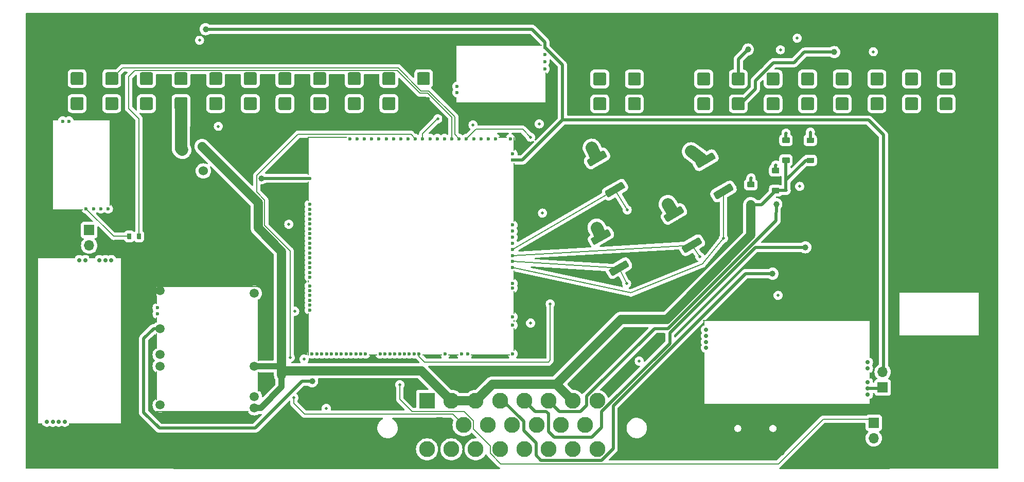
<source format=gbl>
G04 #@! TF.GenerationSoftware,KiCad,Pcbnew,7.0.10-7.0.10~ubuntu22.04.1*
G04 #@! TF.CreationDate,2024-02-11T21:12:29+00:00*
G04 #@! TF.ProjectId,uaeficopiedtovfr,75616566-6963-46f7-9069-6564746f7666,rev?*
G04 #@! TF.SameCoordinates,Original*
G04 #@! TF.FileFunction,Copper,L4,Bot*
G04 #@! TF.FilePolarity,Positive*
%FSLAX46Y46*%
G04 Gerber Fmt 4.6, Leading zero omitted, Abs format (unit mm)*
G04 Created by KiCad (PCBNEW 7.0.10-7.0.10~ubuntu22.04.1) date 2024-02-11 21:12:29*
%MOMM*%
%LPD*%
G01*
G04 APERTURE LIST*
G04 #@! TA.AperFunction,ComponentPad*
%ADD10C,5.600000*%
G04 #@! TD*
G04 #@! TA.AperFunction,ComponentPad*
%ADD11R,1.700000X1.700000*%
G04 #@! TD*
G04 #@! TA.AperFunction,ComponentPad*
%ADD12O,1.700000X1.700000*%
G04 #@! TD*
G04 #@! TA.AperFunction,ComponentPad*
%ADD13C,0.600000*%
G04 #@! TD*
G04 #@! TA.AperFunction,SMDPad,CuDef*
%ADD14R,6.185000X0.250000*%
G04 #@! TD*
G04 #@! TA.AperFunction,SMDPad,CuDef*
%ADD15R,1.115000X0.250000*%
G04 #@! TD*
G04 #@! TA.AperFunction,SMDPad,CuDef*
%ADD16R,0.250000X14.275000*%
G04 #@! TD*
G04 #@! TA.AperFunction,SMDPad,CuDef*
%ADD17R,0.250000X15.100000*%
G04 #@! TD*
G04 #@! TA.AperFunction,SMDPad,CuDef*
%ADD18R,5.175000X0.250000*%
G04 #@! TD*
G04 #@! TA.AperFunction,ComponentPad*
%ADD19C,0.700000*%
G04 #@! TD*
G04 #@! TA.AperFunction,SMDPad,CuDef*
%ADD20R,1.100000X0.250000*%
G04 #@! TD*
G04 #@! TA.AperFunction,SMDPad,CuDef*
%ADD21R,0.980000X0.250000*%
G04 #@! TD*
G04 #@! TA.AperFunction,SMDPad,CuDef*
%ADD22R,6.300000X0.250000*%
G04 #@! TD*
G04 #@! TA.AperFunction,SMDPad,CuDef*
%ADD23R,0.250000X27.600000*%
G04 #@! TD*
G04 #@! TA.AperFunction,SMDPad,CuDef*
%ADD24R,8.750000X0.250000*%
G04 #@! TD*
G04 #@! TA.AperFunction,SMDPad,CuDef*
%ADD25R,0.950000X0.250000*%
G04 #@! TD*
G04 #@! TA.AperFunction,ComponentPad*
%ADD26C,1.500000*%
G04 #@! TD*
G04 #@! TA.AperFunction,SMDPad,CuDef*
%ADD27O,0.200000X3.300000*%
G04 #@! TD*
G04 #@! TA.AperFunction,SMDPad,CuDef*
%ADD28O,0.200000X10.200000*%
G04 #@! TD*
G04 #@! TA.AperFunction,SMDPad,CuDef*
%ADD29O,0.200000X0.300000*%
G04 #@! TD*
G04 #@! TA.AperFunction,SMDPad,CuDef*
%ADD30O,17.000000X0.200000*%
G04 #@! TD*
G04 #@! TA.AperFunction,SMDPad,CuDef*
%ADD31O,15.400000X0.200000*%
G04 #@! TD*
G04 #@! TA.AperFunction,SMDPad,CuDef*
%ADD32O,0.200000X4.800000*%
G04 #@! TD*
G04 #@! TA.AperFunction,SMDPad,CuDef*
%ADD33O,0.200000X2.600000*%
G04 #@! TD*
G04 #@! TA.AperFunction,SMDPad,CuDef*
%ADD34O,0.200000X1.000000*%
G04 #@! TD*
G04 #@! TA.AperFunction,SMDPad,CuDef*
%ADD35O,0.200000X1.500000*%
G04 #@! TD*
G04 #@! TA.AperFunction,ComponentPad*
%ADD36R,2.625000X2.625000*%
G04 #@! TD*
G04 #@! TA.AperFunction,ComponentPad*
%ADD37C,2.625000*%
G04 #@! TD*
G04 #@! TA.AperFunction,SMDPad,CuDef*
%ADD38R,0.250000X6.185000*%
G04 #@! TD*
G04 #@! TA.AperFunction,SMDPad,CuDef*
%ADD39R,0.250000X1.115000*%
G04 #@! TD*
G04 #@! TA.AperFunction,SMDPad,CuDef*
%ADD40R,14.275000X0.250000*%
G04 #@! TD*
G04 #@! TA.AperFunction,SMDPad,CuDef*
%ADD41R,15.100000X0.250000*%
G04 #@! TD*
G04 #@! TA.AperFunction,SMDPad,CuDef*
%ADD42R,0.250000X5.175000*%
G04 #@! TD*
G04 #@! TA.AperFunction,ComponentPad*
%ADD43O,1.000000X2.100000*%
G04 #@! TD*
G04 #@! TA.AperFunction,ComponentPad*
%ADD44O,1.000000X1.600000*%
G04 #@! TD*
G04 #@! TA.AperFunction,ComponentPad*
%ADD45C,1.524000*%
G04 #@! TD*
G04 #@! TA.AperFunction,SMDPad,CuDef*
%ADD46R,0.200000X3.700000*%
G04 #@! TD*
G04 #@! TA.AperFunction,SMDPad,CuDef*
%ADD47R,0.200000X0.400000*%
G04 #@! TD*
G04 #@! TA.AperFunction,SMDPad,CuDef*
%ADD48R,0.200000X1.600000*%
G04 #@! TD*
G04 #@! TA.AperFunction,SMDPad,CuDef*
%ADD49R,0.200000X9.700000*%
G04 #@! TD*
G04 #@! TA.AperFunction,SMDPad,CuDef*
%ADD50R,0.200000X2.300000*%
G04 #@! TD*
G04 #@! TA.AperFunction,SMDPad,CuDef*
%ADD51R,1.400000X0.200000*%
G04 #@! TD*
G04 #@! TA.AperFunction,SMDPad,CuDef*
%ADD52R,6.400000X0.200000*%
G04 #@! TD*
G04 #@! TA.AperFunction,SMDPad,CuDef*
%ADD53R,1.700000X0.200000*%
G04 #@! TD*
G04 #@! TA.AperFunction,SMDPad,CuDef*
%ADD54R,3.300000X0.200000*%
G04 #@! TD*
G04 #@! TA.AperFunction,SMDPad,CuDef*
%ADD55R,0.200000X7.000000*%
G04 #@! TD*
G04 #@! TA.AperFunction,SMDPad,CuDef*
%ADD56R,0.200000X3.300000*%
G04 #@! TD*
G04 #@! TA.AperFunction,SMDPad,CuDef*
%ADD57R,0.200000X6.300000*%
G04 #@! TD*
G04 #@! TA.AperFunction,SMDPad,CuDef*
%ADD58R,0.250000X1.100000*%
G04 #@! TD*
G04 #@! TA.AperFunction,SMDPad,CuDef*
%ADD59R,0.250000X0.980000*%
G04 #@! TD*
G04 #@! TA.AperFunction,SMDPad,CuDef*
%ADD60R,0.250000X6.300000*%
G04 #@! TD*
G04 #@! TA.AperFunction,SMDPad,CuDef*
%ADD61R,27.600000X0.250000*%
G04 #@! TD*
G04 #@! TA.AperFunction,SMDPad,CuDef*
%ADD62R,0.250000X8.750000*%
G04 #@! TD*
G04 #@! TA.AperFunction,SMDPad,CuDef*
%ADD63R,0.250000X0.950000*%
G04 #@! TD*
G04 #@! TA.AperFunction,ViaPad*
%ADD64C,0.500000*%
G04 #@! TD*
G04 #@! TA.AperFunction,ViaPad*
%ADD65C,1.000000*%
G04 #@! TD*
G04 #@! TA.AperFunction,Conductor*
%ADD66C,0.200000*%
G04 #@! TD*
G04 #@! TA.AperFunction,Conductor*
%ADD67C,0.500000*%
G04 #@! TD*
G04 #@! TA.AperFunction,Conductor*
%ADD68C,1.500000*%
G04 #@! TD*
G04 #@! TA.AperFunction,Conductor*
%ADD69C,1.000000*%
G04 #@! TD*
G04 #@! TA.AperFunction,Conductor*
%ADD70C,2.000000*%
G04 #@! TD*
G04 APERTURE END LIST*
D10*
G04 #@! TO.P,H2,1,1*
G04 #@! TO.N,GND*
X29407000Y36783000D03*
G04 #@! TD*
D11*
G04 #@! TO.P,JP3,1,A*
G04 #@! TO.N,+3.3VA*
X139494000Y7635000D03*
D12*
G04 #@! TO.P,JP3,2,B*
G04 #@! TO.N,Net-(JP3-B)*
X139494000Y5095000D03*
G04 #@! TD*
D13*
G04 #@! TO.P,M3,E1,Thresh_IN*
G04 #@! TO.N,/VR1_THRESHOLD*
X11118000Y42857000D03*
G04 #@! TO.P,M3,E2,OUT_A*
G04 #@! TO.N,/VR1_A*
X9918000Y42857000D03*
G04 #@! TO.P,M3,E3,OUT*
G04 #@! TO.N,/VR1*
X12318000Y42857000D03*
G04 #@! TO.P,M3,E4,V5_IN*
G04 #@! TO.N,+5VA*
X13518000Y42857000D03*
D14*
G04 #@! TO.P,M3,G,GND*
G04 #@! TO.N,GND*
X10850500Y57507000D03*
D15*
X4800500Y57507000D03*
D16*
X13818000Y50494500D03*
D17*
X4368000Y50082000D03*
D18*
X6830500Y42657000D03*
D13*
G04 #@! TO.P,M3,W1,VR-*
G04 #@! TO.N,/CAM{slash}CRANK-*
X7058000Y57282000D03*
G04 #@! TO.P,M3,W2,VR+*
G04 #@! TO.N,/CAM+*
X6058000Y57282000D03*
G04 #@! TD*
D11*
G04 #@! TO.P,JP2,1,A*
G04 #@! TO.N,+5VA*
X10412000Y39352000D03*
D12*
G04 #@! TO.P,JP2,2,B*
G04 #@! TO.N,Net-(JP2-B)*
X10412000Y36812000D03*
G04 #@! TD*
D19*
G04 #@! TO.P,M7,E1,LSU_Un*
G04 #@! TO.N,/WBO2_Un*
X3416000Y7829000D03*
G04 #@! TO.P,M7,E2,LSU_Vm*
G04 #@! TO.N,/WBO2_Vm*
X6416000Y7829000D03*
G04 #@! TO.P,M7,E3,LSU_Ip*
G04 #@! TO.N,/WBO2_Ip*
X5416000Y7829000D03*
G04 #@! TO.P,M7,E4,LSU_Rtrim*
G04 #@! TO.N,/WBO2_Rtrim*
X4416000Y7829000D03*
D20*
G04 #@! TO.P,M7,G,GND*
G04 #@! TO.N,GND*
X15266000Y34804000D03*
D21*
X10926000Y34804000D03*
D22*
X4966000Y34804000D03*
D23*
X15691000Y21129000D03*
X1941000Y21129000D03*
D24*
X11441000Y7454000D03*
D25*
X2291000Y7454000D03*
D19*
G04 #@! TO.P,M7,W1,V5_IN*
G04 #@! TO.N,Net-(JP2-B)*
X13066000Y34420200D03*
G04 #@! TO.P,M7,W2,CAN_VIO*
G04 #@! TO.N,unconnected-(M7-CAN_VIO-PadW2)*
X12066000Y34420200D03*
G04 #@! TO.P,M7,W3,CANL*
G04 #@! TO.N,/CAN-*
X8770000Y34420200D03*
G04 #@! TO.P,M7,W4,CANH*
G04 #@! TO.N,/CAN+*
X9786000Y34420200D03*
G04 #@! TO.P,M7,W9,VDDA*
G04 #@! TO.N,unconnected-(M7-VDDA-PadW9)*
X14066000Y34420200D03*
G04 #@! TD*
D26*
G04 #@! TO.P,M1,E1,VBAT*
G04 #@! TO.N,/VBAT*
X22089005Y10557001D03*
G04 #@! TO.P,M1,E2,V12*
G04 #@! TO.N,unconnected-(M1-V12-PadE2)*
X22089005Y16956998D03*
G04 #@! TO.P,M1,E3,VIGN*
G04 #@! TO.N,/VIGN*
X22089005Y18857001D03*
G04 #@! TO.P,M1,E4,V5*
G04 #@! TO.N,+5V*
X22089005Y23157001D03*
D13*
G04 #@! TO.P,M1,E5,EN_5VP*
G04 #@! TO.N,/PWR_EN*
X21639006Y25556998D03*
G04 #@! TO.P,M1,E6,PG_5VP*
G04 #@! TO.N,Net-(M1-PG_5VP)*
X21639006Y26556999D03*
D27*
G04 #@! TO.P,M1,S1,GND*
G04 #@! TO.N,GND*
X38239001Y14407001D03*
D28*
X38239001Y22906999D03*
D29*
X38239001Y30007001D03*
D30*
X29839003Y30057001D03*
D31*
X29039002Y9457001D03*
D26*
X22089005Y29407001D03*
D29*
X21439004Y9507001D03*
D32*
X21439004Y13706999D03*
D33*
X21439004Y21057001D03*
D34*
X21439004Y24556998D03*
D35*
X21439004Y27856999D03*
D26*
G04 #@! TO.P,M1,V1,V12_PERM*
G04 #@! TO.N,+12V_RAW*
X37589002Y10106999D03*
G04 #@! TO.P,M1,V2,IN_VIGN*
G04 #@! TO.N,/IN_VIGN*
X37589002Y11956998D03*
G04 #@! TO.P,M1,V3,V12_RAW*
G04 #@! TO.N,+12V_RAW*
X37589002Y16907001D03*
G04 #@! TO.P,M1,V4,5VP*
G04 #@! TO.N,+5VP*
X37589002Y28956999D03*
G04 #@! TD*
D36*
G04 #@! TO.P,J4,1,1*
G04 #@! TO.N,/WBO2_Heater*
X66006000Y11273000D03*
D37*
G04 #@! TO.P,J4,2,2*
G04 #@! TO.N,+12V_RAW*
X70006000Y11273000D03*
G04 #@! TO.P,J4,3,3*
X74006000Y11273000D03*
G04 #@! TO.P,J4,4,4*
G04 #@! TO.N,/OUT_LS3*
X78006000Y11273000D03*
G04 #@! TO.P,J4,5,5*
G04 #@! TO.N,/INTAKEFLAP*
X82006000Y11273000D03*
G04 #@! TO.P,J4,6,6*
G04 #@! TO.N,/OUT_LS2*
X86006000Y11273000D03*
G04 #@! TO.P,J4,7,7*
G04 #@! TO.N,+12V_RAW*
X90006000Y11273000D03*
G04 #@! TO.P,J4,8,8*
G04 #@! TO.N,/CAN+*
X94006000Y11273000D03*
G04 #@! TO.P,J4,9,9*
G04 #@! TO.N,GND*
X68006000Y7273000D03*
G04 #@! TO.P,J4,10,10*
G04 #@! TO.N,/IN_BUTTON3*
X72006000Y7273000D03*
G04 #@! TO.P,J4,11,11*
G04 #@! TO.N,/IN_AUX2*
X76006000Y7273000D03*
G04 #@! TO.P,J4,12,12*
G04 #@! TO.N,/IN_FLEX*
X80006000Y7273000D03*
G04 #@! TO.P,J4,13,13*
G04 #@! TO.N,/IN_AUX1*
X84006000Y7273000D03*
G04 #@! TO.P,J4,14,14*
G04 #@! TO.N,/CAN-*
X88006000Y7273000D03*
G04 #@! TO.P,J4,15,15*
G04 #@! TO.N,/WBO_Heater*
X92006000Y7273000D03*
G04 #@! TO.P,J4,16,16*
G04 #@! TO.N,/WBO2_Vm*
X66006000Y3273000D03*
G04 #@! TO.P,J4,17,17*
G04 #@! TO.N,/WBO2_Ip*
X70006000Y3273000D03*
G04 #@! TO.P,J4,18,18*
G04 #@! TO.N,/WBO2_Un*
X74006000Y3273000D03*
G04 #@! TO.P,J4,19,19*
G04 #@! TO.N,/WBO2_Rtrim*
X78006000Y3273000D03*
G04 #@! TO.P,J4,20,20*
G04 #@! TO.N,/WBO_Un*
X82006000Y3273000D03*
G04 #@! TO.P,J4,21,21*
G04 #@! TO.N,/WBO_Rtrim*
X86006000Y3273000D03*
G04 #@! TO.P,J4,22,22*
G04 #@! TO.N,/WBO_Ip*
X90006000Y3273000D03*
G04 #@! TO.P,J4,23,23*
G04 #@! TO.N,/WBO_Vm*
X94006000Y3273000D03*
G04 #@! TD*
G04 #@! TO.P,U1,A1,A1*
G04 #@! TO.N,unconnected-(U1-PadA1)*
G04 #@! TA.AperFunction,ComponentPad*
G36*
G01*
X150375000Y59331001D02*
X150375000Y60930999D01*
G75*
G02*
X150625001Y61181000I250001J0D01*
G01*
X152224999Y61181000D01*
G75*
G02*
X152475000Y60930999I0J-250001D01*
G01*
X152475000Y59331001D01*
G75*
G02*
X152224999Y59081000I-250001J0D01*
G01*
X150625001Y59081000D01*
G75*
G02*
X150375000Y59331001I0J250001D01*
G01*
G37*
G04 #@! TD.AperFunction*
G04 #@! TO.P,U1,A2,A2*
G04 #@! TO.N,unconnected-(U1-PadA2)*
G04 #@! TA.AperFunction,ComponentPad*
G36*
G01*
X144675000Y59331001D02*
X144675000Y60930999D01*
G75*
G02*
X144925001Y61181000I250001J0D01*
G01*
X146524999Y61181000D01*
G75*
G02*
X146775000Y60930999I0J-250001D01*
G01*
X146775000Y59331001D01*
G75*
G02*
X146524999Y59081000I-250001J0D01*
G01*
X144925001Y59081000D01*
G75*
G02*
X144675000Y59331001I0J250001D01*
G01*
G37*
G04 #@! TD.AperFunction*
G04 #@! TO.P,U1,A3,A3*
G04 #@! TO.N,/INJOUT3*
G04 #@! TA.AperFunction,ComponentPad*
G36*
G01*
X138975000Y59331001D02*
X138975000Y60930999D01*
G75*
G02*
X139225001Y61181000I250001J0D01*
G01*
X140824999Y61181000D01*
G75*
G02*
X141075000Y60930999I0J-250001D01*
G01*
X141075000Y59331001D01*
G75*
G02*
X140824999Y59081000I-250001J0D01*
G01*
X139225001Y59081000D01*
G75*
G02*
X138975000Y59331001I0J250001D01*
G01*
G37*
G04 #@! TD.AperFunction*
G04 #@! TO.P,U1,A4,A4*
G04 #@! TO.N,/INJOUT1*
G04 #@! TA.AperFunction,ComponentPad*
G36*
G01*
X133275000Y59331001D02*
X133275000Y60930999D01*
G75*
G02*
X133525001Y61181000I250001J0D01*
G01*
X135124999Y61181000D01*
G75*
G02*
X135375000Y60930999I0J-250001D01*
G01*
X135375000Y59331001D01*
G75*
G02*
X135124999Y59081000I-250001J0D01*
G01*
X133525001Y59081000D01*
G75*
G02*
X133275000Y59331001I0J250001D01*
G01*
G37*
G04 #@! TD.AperFunction*
G04 #@! TO.P,U1,A5,A5*
G04 #@! TO.N,/FUELPUMP_LS*
G04 #@! TA.AperFunction,ComponentPad*
G36*
G01*
X127575000Y59331001D02*
X127575000Y60930999D01*
G75*
G02*
X127825001Y61181000I250001J0D01*
G01*
X129424999Y61181000D01*
G75*
G02*
X129675000Y60930999I0J-250001D01*
G01*
X129675000Y59331001D01*
G75*
G02*
X129424999Y59081000I-250001J0D01*
G01*
X127825001Y59081000D01*
G75*
G02*
X127575000Y59331001I0J250001D01*
G01*
G37*
G04 #@! TD.AperFunction*
G04 #@! TO.P,U1,A6,A6*
G04 #@! TO.N,unconnected-(U1-PadA6)*
G04 #@! TA.AperFunction,ComponentPad*
G36*
G01*
X121875000Y59331001D02*
X121875000Y60930999D01*
G75*
G02*
X122125001Y61181000I250001J0D01*
G01*
X123724999Y61181000D01*
G75*
G02*
X123975000Y60930999I0J-250001D01*
G01*
X123975000Y59331001D01*
G75*
G02*
X123724999Y59081000I-250001J0D01*
G01*
X122125001Y59081000D01*
G75*
G02*
X121875000Y59331001I0J250001D01*
G01*
G37*
G04 #@! TD.AperFunction*
G04 #@! TO.P,U1,A7,A7*
G04 #@! TO.N,/FILIGHT*
G04 #@! TA.AperFunction,ComponentPad*
G36*
G01*
X116175000Y59331001D02*
X116175000Y60930999D01*
G75*
G02*
X116425001Y61181000I250001J0D01*
G01*
X118024999Y61181000D01*
G75*
G02*
X118275000Y60930999I0J-250001D01*
G01*
X118275000Y59331001D01*
G75*
G02*
X118024999Y59081000I-250001J0D01*
G01*
X116425001Y59081000D01*
G75*
G02*
X116175000Y59331001I0J250001D01*
G01*
G37*
G04 #@! TD.AperFunction*
G04 #@! TO.P,U1,A8,A8*
G04 #@! TO.N,/OUT_LS2*
G04 #@! TA.AperFunction,ComponentPad*
G36*
G01*
X110475000Y59331001D02*
X110475000Y60930999D01*
G75*
G02*
X110725001Y61181000I250001J0D01*
G01*
X112324999Y61181000D01*
G75*
G02*
X112575000Y60930999I0J-250001D01*
G01*
X112575000Y59331001D01*
G75*
G02*
X112324999Y59081000I-250001J0D01*
G01*
X110725001Y59081000D01*
G75*
G02*
X110475000Y59331001I0J250001D01*
G01*
G37*
G04 #@! TD.AperFunction*
G04 #@! TO.P,U1,A9,A9*
G04 #@! TO.N,GND*
G04 #@! TA.AperFunction,ComponentPad*
G36*
G01*
X104775000Y59331001D02*
X104775000Y60930999D01*
G75*
G02*
X105025001Y61181000I250001J0D01*
G01*
X106624999Y61181000D01*
G75*
G02*
X106875000Y60930999I0J-250001D01*
G01*
X106875000Y59331001D01*
G75*
G02*
X106624999Y59081000I-250001J0D01*
G01*
X105025001Y59081000D01*
G75*
G02*
X104775000Y59331001I0J250001D01*
G01*
G37*
G04 #@! TD.AperFunction*
G04 #@! TO.P,U1,A10,A10*
G04 #@! TO.N,/IGNOUT1*
G04 #@! TA.AperFunction,ComponentPad*
G36*
G01*
X99075000Y59331001D02*
X99075000Y60930999D01*
G75*
G02*
X99325001Y61181000I250001J0D01*
G01*
X100924999Y61181000D01*
G75*
G02*
X101175000Y60930999I0J-250001D01*
G01*
X101175000Y59331001D01*
G75*
G02*
X100924999Y59081000I-250001J0D01*
G01*
X99325001Y59081000D01*
G75*
G02*
X99075000Y59331001I0J250001D01*
G01*
G37*
G04 #@! TD.AperFunction*
G04 #@! TO.P,U1,A11,A11*
G04 #@! TO.N,/IGNOUT3*
G04 #@! TA.AperFunction,ComponentPad*
G36*
G01*
X93375000Y59331001D02*
X93375000Y60930999D01*
G75*
G02*
X93625001Y61181000I250001J0D01*
G01*
X95224999Y61181000D01*
G75*
G02*
X95475000Y60930999I0J-250001D01*
G01*
X95475000Y59331001D01*
G75*
G02*
X95224999Y59081000I-250001J0D01*
G01*
X93625001Y59081000D01*
G75*
G02*
X93375000Y59331001I0J250001D01*
G01*
G37*
G04 #@! TD.AperFunction*
G04 #@! TO.P,U1,A12,A12*
G04 #@! TO.N,unconnected-(U1-PadA12)*
G04 #@! TA.AperFunction,ComponentPad*
G36*
G01*
X150375000Y63431001D02*
X150375000Y65030999D01*
G75*
G02*
X150625001Y65281000I250001J0D01*
G01*
X152224999Y65281000D01*
G75*
G02*
X152475000Y65030999I0J-250001D01*
G01*
X152475000Y63431001D01*
G75*
G02*
X152224999Y63181000I-250001J0D01*
G01*
X150625001Y63181000D01*
G75*
G02*
X150375000Y63431001I0J250001D01*
G01*
G37*
G04 #@! TD.AperFunction*
G04 #@! TO.P,U1,A13,A13*
G04 #@! TO.N,unconnected-(U1-PadA13)*
G04 #@! TA.AperFunction,ComponentPad*
G36*
G01*
X144675000Y63431001D02*
X144675000Y65030999D01*
G75*
G02*
X144925001Y65281000I250001J0D01*
G01*
X146524999Y65281000D01*
G75*
G02*
X146775000Y65030999I0J-250001D01*
G01*
X146775000Y63431001D01*
G75*
G02*
X146524999Y63181000I-250001J0D01*
G01*
X144925001Y63181000D01*
G75*
G02*
X144675000Y63431001I0J250001D01*
G01*
G37*
G04 #@! TD.AperFunction*
G04 #@! TO.P,U1,A14,A14*
G04 #@! TO.N,/INJOUT4*
G04 #@! TA.AperFunction,ComponentPad*
G36*
G01*
X138975000Y63431001D02*
X138975000Y65030999D01*
G75*
G02*
X139225001Y65281000I250001J0D01*
G01*
X140824999Y65281000D01*
G75*
G02*
X141075000Y65030999I0J-250001D01*
G01*
X141075000Y63431001D01*
G75*
G02*
X140824999Y63181000I-250001J0D01*
G01*
X139225001Y63181000D01*
G75*
G02*
X138975000Y63431001I0J250001D01*
G01*
G37*
G04 #@! TD.AperFunction*
G04 #@! TO.P,U1,A15,A15*
G04 #@! TO.N,/INJOUT2*
G04 #@! TA.AperFunction,ComponentPad*
G36*
G01*
X133275000Y63431001D02*
X133275000Y65030999D01*
G75*
G02*
X133525001Y65281000I250001J0D01*
G01*
X135124999Y65281000D01*
G75*
G02*
X135375000Y65030999I0J-250001D01*
G01*
X135375000Y63431001D01*
G75*
G02*
X135124999Y63181000I-250001J0D01*
G01*
X133525001Y63181000D01*
G75*
G02*
X133275000Y63431001I0J250001D01*
G01*
G37*
G04 #@! TD.AperFunction*
G04 #@! TO.P,U1,A16,A16*
G04 #@! TO.N,/INTAKEFLAP*
G04 #@! TA.AperFunction,ComponentPad*
G36*
G01*
X127575000Y63431001D02*
X127575000Y65030999D01*
G75*
G02*
X127825001Y65281000I250001J0D01*
G01*
X129424999Y65281000D01*
G75*
G02*
X129675000Y65030999I0J-250001D01*
G01*
X129675000Y63431001D01*
G75*
G02*
X129424999Y63181000I-250001J0D01*
G01*
X127825001Y63181000D01*
G75*
G02*
X127575000Y63431001I0J250001D01*
G01*
G37*
G04 #@! TD.AperFunction*
G04 #@! TO.P,U1,A17,A17*
G04 #@! TO.N,unconnected-(U1-PadA17)*
G04 #@! TA.AperFunction,ComponentPad*
G36*
G01*
X121875000Y63431001D02*
X121875000Y65030999D01*
G75*
G02*
X122125001Y65281000I250001J0D01*
G01*
X123724999Y65281000D01*
G75*
G02*
X123975000Y65030999I0J-250001D01*
G01*
X123975000Y63431001D01*
G75*
G02*
X123724999Y63181000I-250001J0D01*
G01*
X122125001Y63181000D01*
G75*
G02*
X121875000Y63431001I0J250001D01*
G01*
G37*
G04 #@! TD.AperFunction*
G04 #@! TO.P,U1,A18,A18*
G04 #@! TO.N,/OUT_LS_WEAK2*
G04 #@! TA.AperFunction,ComponentPad*
G36*
G01*
X116175000Y63431001D02*
X116175000Y65030999D01*
G75*
G02*
X116425001Y65281000I250001J0D01*
G01*
X118024999Y65281000D01*
G75*
G02*
X118275000Y65030999I0J-250001D01*
G01*
X118275000Y63431001D01*
G75*
G02*
X118024999Y63181000I-250001J0D01*
G01*
X116425001Y63181000D01*
G75*
G02*
X116175000Y63431001I0J250001D01*
G01*
G37*
G04 #@! TD.AperFunction*
G04 #@! TO.P,U1,A19,A19*
G04 #@! TO.N,/OUT_LS3*
G04 #@! TA.AperFunction,ComponentPad*
G36*
G01*
X110475000Y63431001D02*
X110475000Y65030999D01*
G75*
G02*
X110725001Y65281000I250001J0D01*
G01*
X112324999Y65281000D01*
G75*
G02*
X112575000Y65030999I0J-250001D01*
G01*
X112575000Y63431001D01*
G75*
G02*
X112324999Y63181000I-250001J0D01*
G01*
X110725001Y63181000D01*
G75*
G02*
X110475000Y63431001I0J250001D01*
G01*
G37*
G04 #@! TD.AperFunction*
G04 #@! TO.P,U1,A20,A20*
G04 #@! TO.N,GND*
G04 #@! TA.AperFunction,ComponentPad*
G36*
G01*
X104775000Y63431001D02*
X104775000Y65030999D01*
G75*
G02*
X105025001Y65281000I250001J0D01*
G01*
X106624999Y65281000D01*
G75*
G02*
X106875000Y65030999I0J-250001D01*
G01*
X106875000Y63431001D01*
G75*
G02*
X106624999Y63181000I-250001J0D01*
G01*
X105025001Y63181000D01*
G75*
G02*
X104775000Y63431001I0J250001D01*
G01*
G37*
G04 #@! TD.AperFunction*
G04 #@! TO.P,U1,A21,A21*
G04 #@! TO.N,/IGNOUT2*
G04 #@! TA.AperFunction,ComponentPad*
G36*
G01*
X99075000Y63431001D02*
X99075000Y65030999D01*
G75*
G02*
X99325001Y65281000I250001J0D01*
G01*
X100924999Y65281000D01*
G75*
G02*
X101175000Y65030999I0J-250001D01*
G01*
X101175000Y63431001D01*
G75*
G02*
X100924999Y63181000I-250001J0D01*
G01*
X99325001Y63181000D01*
G75*
G02*
X99075000Y63431001I0J250001D01*
G01*
G37*
G04 #@! TD.AperFunction*
G04 #@! TO.P,U1,A22,A22*
G04 #@! TO.N,/IGNOUT4*
G04 #@! TA.AperFunction,ComponentPad*
G36*
G01*
X93375000Y63431001D02*
X93375000Y65030999D01*
G75*
G02*
X93625001Y65281000I250001J0D01*
G01*
X95224999Y65281000D01*
G75*
G02*
X95475000Y65030999I0J-250001D01*
G01*
X95475000Y63431001D01*
G75*
G02*
X95224999Y63181000I-250001J0D01*
G01*
X93625001Y63181000D01*
G75*
G02*
X93375000Y63431001I0J250001D01*
G01*
G37*
G04 #@! TD.AperFunction*
G04 #@! TO.P,U1,B1,B1*
G04 #@! TO.N,GND*
G04 #@! TA.AperFunction,ComponentPad*
G36*
G01*
X64375000Y59381001D02*
X64375000Y60980999D01*
G75*
G02*
X64625001Y61231000I250001J0D01*
G01*
X66224999Y61231000D01*
G75*
G02*
X66475000Y60980999I0J-250001D01*
G01*
X66475000Y59381001D01*
G75*
G02*
X66224999Y59131000I-250001J0D01*
G01*
X64625001Y59131000D01*
G75*
G02*
X64375000Y59381001I0J250001D01*
G01*
G37*
G04 #@! TD.AperFunction*
G04 #@! TO.P,U1,B2,B2*
G04 #@! TO.N,GNDA*
G04 #@! TA.AperFunction,ComponentPad*
G36*
G01*
X58675000Y59381001D02*
X58675000Y60980999D01*
G75*
G02*
X58925001Y61231000I250001J0D01*
G01*
X60524999Y61231000D01*
G75*
G02*
X60775000Y60980999I0J-250001D01*
G01*
X60775000Y59381001D01*
G75*
G02*
X60524999Y59131000I-250001J0D01*
G01*
X58925001Y59131000D01*
G75*
G02*
X58675000Y59381001I0J250001D01*
G01*
G37*
G04 #@! TD.AperFunction*
G04 #@! TO.P,U1,B3,B3*
G04 #@! TO.N,/IN_MAP*
G04 #@! TA.AperFunction,ComponentPad*
G36*
G01*
X52975000Y59381001D02*
X52975000Y60980999D01*
G75*
G02*
X53225001Y61231000I250001J0D01*
G01*
X54824999Y61231000D01*
G75*
G02*
X55075000Y60980999I0J-250001D01*
G01*
X55075000Y59381001D01*
G75*
G02*
X54824999Y59131000I-250001J0D01*
G01*
X53225001Y59131000D01*
G75*
G02*
X52975000Y59381001I0J250001D01*
G01*
G37*
G04 #@! TD.AperFunction*
G04 #@! TO.P,U1,B4,B4*
G04 #@! TO.N,/BARO*
G04 #@! TA.AperFunction,ComponentPad*
G36*
G01*
X47275000Y59381001D02*
X47275000Y60980999D01*
G75*
G02*
X47525001Y61231000I250001J0D01*
G01*
X49124999Y61231000D01*
G75*
G02*
X49375000Y60980999I0J-250001D01*
G01*
X49375000Y59381001D01*
G75*
G02*
X49124999Y59131000I-250001J0D01*
G01*
X47525001Y59131000D01*
G75*
G02*
X47275000Y59381001I0J250001D01*
G01*
G37*
G04 #@! TD.AperFunction*
G04 #@! TO.P,U1,B5,B5*
G04 #@! TO.N,/IAT_SENSOR*
G04 #@! TA.AperFunction,ComponentPad*
G36*
G01*
X41575000Y59381001D02*
X41575000Y60980999D01*
G75*
G02*
X41825001Y61231000I250001J0D01*
G01*
X43424999Y61231000D01*
G75*
G02*
X43675000Y60980999I0J-250001D01*
G01*
X43675000Y59381001D01*
G75*
G02*
X43424999Y59131000I-250001J0D01*
G01*
X41825001Y59131000D01*
G75*
G02*
X41575000Y59381001I0J250001D01*
G01*
G37*
G04 #@! TD.AperFunction*
G04 #@! TO.P,U1,B6,B6*
G04 #@! TO.N,unconnected-(U1-PadB6)*
G04 #@! TA.AperFunction,ComponentPad*
G36*
G01*
X35875000Y59381001D02*
X35875000Y60980999D01*
G75*
G02*
X36125001Y61231000I250001J0D01*
G01*
X37724999Y61231000D01*
G75*
G02*
X37975000Y60980999I0J-250001D01*
G01*
X37975000Y59381001D01*
G75*
G02*
X37724999Y59131000I-250001J0D01*
G01*
X36125001Y59131000D01*
G75*
G02*
X35875000Y59381001I0J250001D01*
G01*
G37*
G04 #@! TD.AperFunction*
G04 #@! TO.P,U1,B7,B7*
G04 #@! TO.N,+5VP*
G04 #@! TA.AperFunction,ComponentPad*
G36*
G01*
X30175000Y59381001D02*
X30175000Y60980999D01*
G75*
G02*
X30425001Y61231000I250001J0D01*
G01*
X32024999Y61231000D01*
G75*
G02*
X32275000Y60980999I0J-250001D01*
G01*
X32275000Y59381001D01*
G75*
G02*
X32024999Y59131000I-250001J0D01*
G01*
X30425001Y59131000D01*
G75*
G02*
X30175000Y59381001I0J250001D01*
G01*
G37*
G04 #@! TD.AperFunction*
G04 #@! TO.P,U1,B8,B8*
G04 #@! TO.N,+12V*
G04 #@! TA.AperFunction,ComponentPad*
G36*
G01*
X24475000Y59381001D02*
X24475000Y60980999D01*
G75*
G02*
X24725001Y61231000I250001J0D01*
G01*
X26324999Y61231000D01*
G75*
G02*
X26575000Y60980999I0J-250001D01*
G01*
X26575000Y59381001D01*
G75*
G02*
X26324999Y59131000I-250001J0D01*
G01*
X24725001Y59131000D01*
G75*
G02*
X24475000Y59381001I0J250001D01*
G01*
G37*
G04 #@! TD.AperFunction*
G04 #@! TO.P,U1,B9,B9*
G04 #@! TO.N,unconnected-(U1-PadB9)*
G04 #@! TA.AperFunction,ComponentPad*
G36*
G01*
X18775000Y59381001D02*
X18775000Y60980999D01*
G75*
G02*
X19025001Y61231000I250001J0D01*
G01*
X20624999Y61231000D01*
G75*
G02*
X20875000Y60980999I0J-250001D01*
G01*
X20875000Y59381001D01*
G75*
G02*
X20624999Y59131000I-250001J0D01*
G01*
X19025001Y59131000D01*
G75*
G02*
X18775000Y59381001I0J250001D01*
G01*
G37*
G04 #@! TD.AperFunction*
G04 #@! TO.P,U1,B10,B10*
G04 #@! TO.N,/IN_BUTTON1*
G04 #@! TA.AperFunction,ComponentPad*
G36*
G01*
X13075000Y59381001D02*
X13075000Y60980999D01*
G75*
G02*
X13325001Y61231000I250001J0D01*
G01*
X14924999Y61231000D01*
G75*
G02*
X15175000Y60980999I0J-250001D01*
G01*
X15175000Y59381001D01*
G75*
G02*
X14924999Y59131000I-250001J0D01*
G01*
X13325001Y59131000D01*
G75*
G02*
X13075000Y59381001I0J250001D01*
G01*
G37*
G04 #@! TD.AperFunction*
G04 #@! TO.P,U1,B11,B11*
G04 #@! TO.N,/CAM+*
G04 #@! TA.AperFunction,ComponentPad*
G36*
G01*
X7375000Y59381001D02*
X7375000Y60980999D01*
G75*
G02*
X7625001Y61231000I250001J0D01*
G01*
X9224999Y61231000D01*
G75*
G02*
X9475000Y60980999I0J-250001D01*
G01*
X9475000Y59381001D01*
G75*
G02*
X9224999Y59131000I-250001J0D01*
G01*
X7625001Y59131000D01*
G75*
G02*
X7375000Y59381001I0J250001D01*
G01*
G37*
G04 #@! TD.AperFunction*
G04 #@! TO.P,U1,B12,B12*
G04 #@! TO.N,/CAM{slash}CRANK-*
G04 #@! TA.AperFunction,ComponentPad*
G36*
G01*
X64375000Y63481001D02*
X64375000Y65080999D01*
G75*
G02*
X64625001Y65331000I250001J0D01*
G01*
X66224999Y65331000D01*
G75*
G02*
X66475000Y65080999I0J-250001D01*
G01*
X66475000Y63481001D01*
G75*
G02*
X66224999Y63231000I-250001J0D01*
G01*
X64625001Y63231000D01*
G75*
G02*
X64375000Y63481001I0J250001D01*
G01*
G37*
G04 #@! TD.AperFunction*
G04 #@! TO.P,U1,B13,B13*
G04 #@! TO.N,unconnected-(U1-PadB13)*
G04 #@! TA.AperFunction,ComponentPad*
G36*
G01*
X58675000Y63481001D02*
X58675000Y65080999D01*
G75*
G02*
X58925001Y65331000I250001J0D01*
G01*
X60524999Y65331000D01*
G75*
G02*
X60775000Y65080999I0J-250001D01*
G01*
X60775000Y63481001D01*
G75*
G02*
X60524999Y63231000I-250001J0D01*
G01*
X58925001Y63231000D01*
G75*
G02*
X58675000Y63481001I0J250001D01*
G01*
G37*
G04 #@! TD.AperFunction*
G04 #@! TO.P,U1,B14,B14*
G04 #@! TO.N,/IN_TPS1*
G04 #@! TA.AperFunction,ComponentPad*
G36*
G01*
X52975000Y63481001D02*
X52975000Y65080999D01*
G75*
G02*
X53225001Y65331000I250001J0D01*
G01*
X54824999Y65331000D01*
G75*
G02*
X55075000Y65080999I0J-250001D01*
G01*
X55075000Y63481001D01*
G75*
G02*
X54824999Y63231000I-250001J0D01*
G01*
X53225001Y63231000D01*
G75*
G02*
X52975000Y63481001I0J250001D01*
G01*
G37*
G04 #@! TD.AperFunction*
G04 #@! TO.P,U1,B15,B15*
G04 #@! TO.N,/CLT*
G04 #@! TA.AperFunction,ComponentPad*
G36*
G01*
X47275000Y63481001D02*
X47275000Y65080999D01*
G75*
G02*
X47525001Y65331000I250001J0D01*
G01*
X49124999Y65331000D01*
G75*
G02*
X49375000Y65080999I0J-250001D01*
G01*
X49375000Y63481001D01*
G75*
G02*
X49124999Y63231000I-250001J0D01*
G01*
X47525001Y63231000D01*
G75*
G02*
X47275000Y63481001I0J250001D01*
G01*
G37*
G04 #@! TD.AperFunction*
G04 #@! TO.P,U1,B16,B16*
G04 #@! TO.N,unconnected-(U1-PadB16)*
G04 #@! TA.AperFunction,ComponentPad*
G36*
G01*
X41575000Y63481001D02*
X41575000Y65080999D01*
G75*
G02*
X41825001Y65331000I250001J0D01*
G01*
X43424999Y65331000D01*
G75*
G02*
X43675000Y65080999I0J-250001D01*
G01*
X43675000Y63481001D01*
G75*
G02*
X43424999Y63231000I-250001J0D01*
G01*
X41825001Y63231000D01*
G75*
G02*
X41575000Y63481001I0J250001D01*
G01*
G37*
G04 #@! TD.AperFunction*
G04 #@! TO.P,U1,B17,B17*
G04 #@! TO.N,/IN_HALL1*
G04 #@! TA.AperFunction,ComponentPad*
G36*
G01*
X35875000Y63481001D02*
X35875000Y65080999D01*
G75*
G02*
X36125001Y65331000I250001J0D01*
G01*
X37724999Y65331000D01*
G75*
G02*
X37975000Y65080999I0J-250001D01*
G01*
X37975000Y63481001D01*
G75*
G02*
X37724999Y63231000I-250001J0D01*
G01*
X36125001Y63231000D01*
G75*
G02*
X35875000Y63481001I0J250001D01*
G01*
G37*
G04 #@! TD.AperFunction*
G04 #@! TO.P,U1,B18,B18*
G04 #@! TO.N,unconnected-(U1-PadB18)*
G04 #@! TA.AperFunction,ComponentPad*
G36*
G01*
X30175000Y63481001D02*
X30175000Y65080999D01*
G75*
G02*
X30425001Y65331000I250001J0D01*
G01*
X32024999Y65331000D01*
G75*
G02*
X32275000Y65080999I0J-250001D01*
G01*
X32275000Y63481001D01*
G75*
G02*
X32024999Y63231000I-250001J0D01*
G01*
X30425001Y63231000D01*
G75*
G02*
X30175000Y63481001I0J250001D01*
G01*
G37*
G04 #@! TD.AperFunction*
G04 #@! TO.P,U1,B19,B19*
G04 #@! TO.N,unconnected-(U1-PadB19)*
G04 #@! TA.AperFunction,ComponentPad*
G36*
G01*
X24475000Y63481001D02*
X24475000Y65080999D01*
G75*
G02*
X24725001Y65331000I250001J0D01*
G01*
X26324999Y65331000D01*
G75*
G02*
X26575000Y65080999I0J-250001D01*
G01*
X26575000Y63481001D01*
G75*
G02*
X26324999Y63231000I-250001J0D01*
G01*
X24725001Y63231000D01*
G75*
G02*
X24475000Y63481001I0J250001D01*
G01*
G37*
G04 #@! TD.AperFunction*
G04 #@! TO.P,U1,B20,B20*
G04 #@! TO.N,unconnected-(U1-PadB20)*
G04 #@! TA.AperFunction,ComponentPad*
G36*
G01*
X18775000Y63481001D02*
X18775000Y65080999D01*
G75*
G02*
X19025001Y65331000I250001J0D01*
G01*
X20624999Y65331000D01*
G75*
G02*
X20875000Y65080999I0J-250001D01*
G01*
X20875000Y63481001D01*
G75*
G02*
X20624999Y63231000I-250001J0D01*
G01*
X19025001Y63231000D01*
G75*
G02*
X18775000Y63481001I0J250001D01*
G01*
G37*
G04 #@! TD.AperFunction*
G04 #@! TO.P,U1,B21,B21*
G04 #@! TO.N,/IN_BUTTON2*
G04 #@! TA.AperFunction,ComponentPad*
G36*
G01*
X13075000Y63481001D02*
X13075000Y65080999D01*
G75*
G02*
X13325001Y65331000I250001J0D01*
G01*
X14924999Y65331000D01*
G75*
G02*
X15175000Y65080999I0J-250001D01*
G01*
X15175000Y63481001D01*
G75*
G02*
X14924999Y63231000I-250001J0D01*
G01*
X13325001Y63231000D01*
G75*
G02*
X13075000Y63481001I0J250001D01*
G01*
G37*
G04 #@! TD.AperFunction*
G04 #@! TO.P,U1,B22,B22*
G04 #@! TO.N,/CRANK+*
G04 #@! TA.AperFunction,ComponentPad*
G36*
G01*
X7375000Y63481001D02*
X7375000Y65080999D01*
G75*
G02*
X7625001Y65331000I250001J0D01*
G01*
X9224999Y65331000D01*
G75*
G02*
X9475000Y65080999I0J-250001D01*
G01*
X9475000Y63481001D01*
G75*
G02*
X9224999Y63231000I-250001J0D01*
G01*
X7625001Y63231000D01*
G75*
G02*
X7375000Y63481001I0J250001D01*
G01*
G37*
G04 #@! TD.AperFunction*
G04 #@! TD*
D13*
G04 #@! TO.P,M4,E1,NC*
G04 #@! TO.N,unconnected-(M4-NC-PadE1)*
X85383000Y67056000D03*
G04 #@! TO.P,M4,E2,NC*
G04 #@! TO.N,unconnected-(M4-NC-PadE2)*
X85383000Y65856000D03*
G04 #@! TO.P,M4,E3,OUT*
G04 #@! TO.N,/VR2*
X85383000Y68256000D03*
G04 #@! TO.P,M4,E4,V5_IN*
G04 #@! TO.N,+5VA*
X85383000Y69456000D03*
D38*
G04 #@! TO.P,M4,G,GND*
G04 #@! TO.N,GND*
X70733000Y66788500D03*
D39*
X70733000Y60738500D03*
D40*
X77745500Y69756000D03*
D41*
X78158000Y60306000D03*
D42*
X85583000Y62768500D03*
D13*
G04 #@! TO.P,M4,W1,VR-*
G04 #@! TO.N,/CAM{slash}CRANK-*
X70958000Y62996000D03*
G04 #@! TO.P,M4,W2,VR+*
G04 #@! TO.N,/CRANK+*
X70958000Y61996000D03*
G04 #@! TD*
D43*
G04 #@! TO.P,J9,S1,SHIELD*
G04 #@! TO.N,GND*
X115707000Y7214000D03*
D44*
X115707000Y3034000D03*
D43*
X124347000Y7214000D03*
D44*
X124347000Y3034000D03*
G04 #@! TD*
D10*
G04 #@! TO.P,H1,1,1*
G04 #@! TO.N,GND*
X132907000Y4733000D03*
G04 #@! TD*
D11*
G04 #@! TO.P,JP1,1,A*
G04 #@! TO.N,Net-(JP1-A)*
X140970000Y13451000D03*
D12*
G04 #@! TO.P,JP1,2,B*
G04 #@! TO.N,+5VA*
X140970000Y15991000D03*
G04 #@! TD*
D45*
G04 #@! TO.P,F2,1,1*
G04 #@! TO.N,+12V*
X25517588Y56584412D03*
G04 #@! TO.P,F2,2,2*
G04 #@! TO.N,+12V_RAW*
X28982412Y53119588D03*
G04 #@! TD*
D13*
G04 #@! TO.P,M6,E1,V5A_SWITCHABLE*
G04 #@! TO.N,+5VA*
X46687005Y47887005D03*
G04 #@! TO.P,M6,E2,GNDA*
G04 #@! TO.N,unconnected-(M6-GNDA-PadE2)*
X46686995Y43587005D03*
G04 #@! TO.P,M6,E3,I2C_SCL_(PB10)*
G04 #@! TO.N,unconnected-(M6-I2C_SCL_(PB10)-PadE3)*
X46686995Y42787015D03*
G04 #@! TO.P,M6,E4,I2C_SDA_(PB11)*
G04 #@! TO.N,unconnected-(M6-I2C_SDA_(PB11)-PadE4)*
X46686995Y41987005D03*
G04 #@! TO.P,M6,E5,IN_VIGN_(PA5)*
G04 #@! TO.N,/VIGN*
X46686995Y41187005D03*
G04 #@! TO.P,M6,E6,SPI2_CS_/_CAN2_RX_(PB12)*
G04 #@! TO.N,unconnected-(M6-SPI2_CS_{slash}_CAN2_RX_(PB12)-PadE6)*
X46686995Y40387005D03*
G04 #@! TO.P,M6,E7,SPI2_SCK_/_CAN2_TX_(PB13)*
G04 #@! TO.N,unconnected-(M6-SPI2_SCK_{slash}_CAN2_TX_(PB13)-PadE7)*
X46686995Y39587005D03*
G04 #@! TO.P,M6,E8,SPI2_MISO_(PB14)*
G04 #@! TO.N,/DC1_DIS*
X46686995Y38787005D03*
G04 #@! TO.P,M6,E9,SPI2_MOSI_(PB15)*
G04 #@! TO.N,/DC2_DIR*
X46686995Y37987005D03*
G04 #@! TO.P,M6,E10,OUT_INJ8_(PD12)*
G04 #@! TO.N,/LS2*
X46686995Y37187005D03*
G04 #@! TO.P,M6,E11,OUT_INJ7_(PD15)*
G04 #@! TO.N,/LS1*
X46686995Y36387005D03*
G04 #@! TO.P,M6,E12,OUT_INJ6_(PA8)*
G04 #@! TO.N,/INJ6*
X46686995Y35587005D03*
G04 #@! TO.P,M6,E13,OUT_INJ5_(PD2)*
G04 #@! TO.N,/INJ5*
X46686995Y34787005D03*
G04 #@! TO.P,M6,E14,OUT_INJ4_(PD10)*
G04 #@! TO.N,/INJ4*
X46686995Y33987005D03*
G04 #@! TO.P,M6,E15,OUT_INJ3_(PD11)*
G04 #@! TO.N,/INJ3*
X46686995Y33187005D03*
G04 #@! TO.P,M6,E16,OUT_INJ2_(PA9)*
G04 #@! TO.N,/INJ2*
X46687005Y32387015D03*
G04 #@! TO.P,M6,E17,OUT_INJ1_(PD3)*
G04 #@! TO.N,/INJ1*
X46686995Y31587005D03*
G04 #@! TO.P,M6,E18,OUT_PWM1_(PD13)*
G04 #@! TO.N,/LS3*
X46686995Y30187005D03*
G04 #@! TO.P,M6,E19,OUT_PWM2_(PC6)*
G04 #@! TO.N,/LS4*
X46686995Y29387015D03*
G04 #@! TO.P,M6,E20,OUT_PWM3_(PC7)*
G04 #@! TO.N,/DC1_PWM*
X46686995Y28587015D03*
G04 #@! TO.P,M6,E21,OUT_PWM4_(PC8)*
G04 #@! TO.N,/DC1_DIR*
X46686995Y27787015D03*
G04 #@! TO.P,M6,E22,OUT_PWM5_(PC9)*
G04 #@! TO.N,/DC2_PWM*
X46686995Y26987015D03*
G04 #@! TO.P,M6,E23,OUT_PWM6_(PD14)*
G04 #@! TO.N,/VR1_THRESHOLD*
X46686995Y26187005D03*
D46*
G04 #@! TO.P,M6,G,GND*
G04 #@! TO.N,GND*
X80287005Y21337015D03*
D47*
X80287005Y24387005D03*
D46*
X80287005Y27437015D03*
D48*
X80287005Y31887005D03*
D49*
X80287005Y45537005D03*
D50*
X80287005Y53537005D03*
D51*
X78486995Y54587015D03*
D52*
X76387005Y18787015D03*
D53*
X70337005Y18787015D03*
D54*
X66837005Y18787015D03*
D51*
X57087005Y18787015D03*
D52*
X49587005Y54587015D03*
D55*
X46486995Y22186995D03*
D47*
X46486995Y30887015D03*
D56*
X46486995Y45737015D03*
D57*
X46486995Y51537015D03*
D13*
G04 #@! TO.P,M6,N1,VBUS*
G04 #@! TO.N,/VBUS*
X47086995Y18987005D03*
G04 #@! TO.P,M6,N2,USBM_(PA11)*
G04 #@! TO.N,/USB-*
X47886995Y18987005D03*
G04 #@! TO.P,M6,N3,USBP_(PA12)*
G04 #@! TO.N,/USB+*
X48686995Y18987005D03*
G04 #@! TO.P,M6,N4,USBID_(PA10)*
G04 #@! TO.N,/DC2_DIS*
X49487005Y18987005D03*
G04 #@! TO.P,M6,N5,SWDIO_(PA13)*
G04 #@! TO.N,unconnected-(M6-SWDIO_(PA13)-PadN5)*
X50286995Y18987005D03*
G04 #@! TO.P,M6,N6,SWCLK_(PA14)*
G04 #@! TO.N,unconnected-(M6-SWCLK_(PA14)-PadN6)*
X51086995Y18987005D03*
G04 #@! TO.P,M6,N7,nReset*
G04 #@! TO.N,unconnected-(M6-nReset-PadN7)*
X51886995Y18987005D03*
G04 #@! TO.P,M6,N8,SWO_(PB3)*
G04 #@! TO.N,unconnected-(M6-SWO_(PB3)-PadN8)*
X52687005Y18987005D03*
G04 #@! TO.P,M6,N9,SPI3_CS_(PA15)*
G04 #@! TO.N,unconnected-(M6-SPI3_CS_(PA15)-PadN9)*
X53486995Y18987015D03*
G04 #@! TO.P,M6,N10,SPI3_SCK_(PC10)*
G04 #@! TO.N,unconnected-(M6-SPI3_SCK_(PC10)-PadN10)*
X54286995Y18987015D03*
G04 #@! TO.P,M6,N11,SPI3_MISO_(PC11)*
G04 #@! TO.N,unconnected-(M6-SPI3_MISO_(PC11)-PadN11)*
X55086995Y18987015D03*
G04 #@! TO.P,M6,N12,SPI3_MOSI_(PC12)*
G04 #@! TO.N,unconnected-(M6-SPI3_MOSI_(PC12)-PadN12)*
X55886995Y18987015D03*
G04 #@! TO.P,M6,N13,UART2_TX_(PD5)*
G04 #@! TO.N,Net-(M6-UART2_TX_(PD5))*
X58287005Y18987015D03*
G04 #@! TO.P,M6,N14,UART2_RX_(PD6)*
G04 #@! TO.N,Net-(M6-UART2_RX_(PD6))*
X59087005Y18987015D03*
G04 #@! TO.P,M6,N14a,LED_GREEN*
G04 #@! TO.N,Net-(M6-LED_GREEN)*
X59886995Y18987005D03*
G04 #@! TO.P,M6,N14b,LED_YELLOW*
G04 #@! TO.N,Net-(M6-LED_YELLOW)*
X60687005Y18987005D03*
G04 #@! TO.P,M6,N15,V33_SWITCHABLE*
G04 #@! TO.N,+3.3VA*
X61487005Y18987005D03*
G04 #@! TO.P,M6,N16,BOOT0*
G04 #@! TO.N,unconnected-(M6-BOOT0-PadN16)*
X62287005Y18987005D03*
G04 #@! TO.P,M6,N17,VBAT*
G04 #@! TO.N,/VBAT*
X63087005Y18987005D03*
G04 #@! TO.P,M6,N18,UART8_RX_(PE0)*
G04 #@! TO.N,/VR1*
X63887005Y18987015D03*
G04 #@! TO.P,M6,N19,UART8_TX_(PE1)*
G04 #@! TO.N,/VR2*
X64687005Y18987015D03*
G04 #@! TO.P,M6,N20,OUT_PWR_EN_(PE10)*
G04 #@! TO.N,/PWR_EN*
X68987005Y18987015D03*
G04 #@! TO.P,M6,N21,V33*
G04 #@! TO.N,+3.3V*
X71687005Y18987015D03*
G04 #@! TO.P,M6,N22,VCC*
G04 #@! TO.N,+5V*
X72686995Y18987015D03*
G04 #@! TO.P,M6,N23,V33*
G04 #@! TO.N,unconnected-(M6-V33-PadN23)*
X80087005Y18987015D03*
G04 #@! TO.P,M6,S1,IN_D4_(PE15)*
G04 #@! TO.N,/IN_BUTTON3*
X53286985Y54387015D03*
G04 #@! TO.P,M6,S2,IN_D3_(PE14)*
G04 #@! TO.N,/IN_HALL3*
X54486995Y54387015D03*
G04 #@! TO.P,M6,S3,IN_D2_(PE13)*
G04 #@! TO.N,/IN_HALL2*
X55686995Y54387015D03*
G04 #@! TO.P,M6,S4,IN_D1_(PE12)*
G04 #@! TO.N,/IN_HALL1*
X56886995Y54387015D03*
G04 #@! TO.P,M6,S5,VREF2*
G04 #@! TO.N,unconnected-(M6-VREF2-PadS5)*
X58086995Y54387015D03*
G04 #@! TO.P,M6,S6,IN_AUX4_(PA7)*
G04 #@! TO.N,/IN_VMAIN*
X59286995Y54387015D03*
G04 #@! TO.P,M6,S7,IN_AUX3_(PC5)*
G04 #@! TO.N,/BARO*
X60486995Y54387015D03*
G04 #@! TO.P,M6,S8,IN_AUX2_(PC4/PE9)*
G04 #@! TO.N,/IN_PPS2*
X61686995Y54387015D03*
G04 #@! TO.P,M6,S9,IN_AUX1_(PB0)*
G04 #@! TO.N,/IN_TPS2*
X62886995Y54387015D03*
G04 #@! TO.P,M6,S10,IN_O2S2_(PA1)*
G04 #@! TO.N,/IN_AUX2*
X64086995Y54387015D03*
G04 #@! TO.P,M6,S11,IN_O2S_/_CAN_WAKEUP_(PA0)*
G04 #@! TO.N,/IN_AUX1*
X65286995Y54387015D03*
G04 #@! TO.P,M6,S12,IN_MAP2_(PC1)*
G04 #@! TO.N,/INTERNAL_MAP*
X66486995Y54387015D03*
G04 #@! TO.P,M6,S13,IN_MAP1_(PC0)*
G04 #@! TO.N,/IN_MAP*
X67686995Y54387015D03*
G04 #@! TO.P,M6,S14,IN_CRANK_(PB1)*
G04 #@! TO.N,/IN_BUTTON1*
X68886995Y54387015D03*
G04 #@! TO.P,M6,S15,IN_KNOCK_(PA2)*
G04 #@! TO.N,/ADC3*
X70086995Y54387015D03*
G04 #@! TO.P,M6,S16,IN_CAM_(PA6)*
G04 #@! TO.N,/IN_BUTTON2*
X71286995Y54387015D03*
G04 #@! TO.P,M6,S17,IN_VSS_(PE11)*
G04 #@! TO.N,/IN_FLEX*
X72486995Y54387015D03*
G04 #@! TO.P,M6,S18,IN_TPS_(PA4)*
G04 #@! TO.N,/IN_TPS1*
X73687005Y54387015D03*
G04 #@! TO.P,M6,S19,IN_PPS_(PA3)*
G04 #@! TO.N,/IN_PPS1*
X74887005Y54387015D03*
G04 #@! TO.P,M6,S20,IN_IAT_(PC3)*
G04 #@! TO.N,/IAT_SENSOR*
X76087005Y54387015D03*
G04 #@! TO.P,M6,S21,IN_CLT_(PC2)*
G04 #@! TO.N,/CLT*
X77287005Y54387015D03*
G04 #@! TO.P,M6,S22,VREF1*
G04 #@! TO.N,/VREF1*
X79687005Y54387015D03*
G04 #@! TO.P,M6,W1,GNDA*
G04 #@! TO.N,GNDA*
X80087005Y51887005D03*
G04 #@! TO.P,M6,W2,V5A_SWITCHABLE*
G04 #@! TO.N,+5VA*
X80087005Y50887005D03*
G04 #@! TO.P,M6,W3,IGN8_(PE6)*
G04 #@! TO.N,/LS_WEAK2*
X80087005Y40187015D03*
G04 #@! TO.P,M6,W4,IGN7_(PB9)*
G04 #@! TO.N,/LS_WEAK1*
X80087005Y39187005D03*
G04 #@! TO.P,M6,W5,IGN6_(PB8)*
G04 #@! TO.N,unconnected-(M6-IGN6_(PB8)-PadW5)*
X80087005Y38187015D03*
G04 #@! TO.P,M6,W6,IGN5_(PE2)*
G04 #@! TO.N,unconnected-(M6-IGN5_(PE2)-PadW6)*
X80087005Y37187015D03*
G04 #@! TO.P,M6,W7,IGN4_(PE3)*
G04 #@! TO.N,/IGN4*
X80087005Y36187015D03*
G04 #@! TO.P,M6,W8,IGN3_(PE4)*
G04 #@! TO.N,/IGN3*
X80087005Y35187015D03*
G04 #@! TO.P,M6,W9,IGN2_(PE5)*
G04 #@! TO.N,/IGN2*
X80087005Y34187015D03*
G04 #@! TO.P,M6,W10,IGN1_(PC13)*
G04 #@! TO.N,/IGN1*
X80087005Y33187015D03*
G04 #@! TO.P,M6,W11,CANH*
G04 #@! TO.N,/CAN+*
X80087005Y30587015D03*
G04 #@! TO.P,M6,W12,CANL*
G04 #@! TO.N,/CAN-*
X80087005Y29787015D03*
G04 #@! TO.P,M6,W13,V33_REF*
G04 #@! TO.N,unconnected-(M6-V33_REF-PadW13)*
X80087005Y25087005D03*
G04 #@! TO.P,M6,W14,V5A_SWITCHABLE*
G04 #@! TO.N,unconnected-(M6-V5A_SWITCHABLE-PadW14)*
X80087005Y23687015D03*
G04 #@! TD*
D45*
G04 #@! TO.P,F1,1,1*
G04 #@! TO.N,+12V*
X25723588Y52557412D03*
G04 #@! TO.P,F1,2,2*
G04 #@! TO.N,/IN_VIGN*
X29188412Y49092588D03*
G04 #@! TD*
D19*
G04 #@! TO.P,M5,E1,LSU_Un*
G04 #@! TO.N,/WBO_Un*
X111930000Y22962000D03*
G04 #@! TO.P,M5,E2,LSU_Vm*
G04 #@! TO.N,/WBO_Vm*
X111930000Y19962000D03*
G04 #@! TO.P,M5,E3,LSU_Ip*
G04 #@! TO.N,/WBO_Ip*
X111930000Y20962000D03*
G04 #@! TO.P,M5,E4,LSU_Rtrim*
G04 #@! TO.N,/WBO_Rtrim*
X111930000Y21962000D03*
D58*
G04 #@! TO.P,M5,G,GND*
G04 #@! TO.N,GND*
X138905000Y11112000D03*
D59*
X138905000Y15452000D03*
D60*
X138905000Y21412000D03*
D61*
X125230000Y10687000D03*
X125230000Y24437000D03*
D62*
X111555000Y14937000D03*
D63*
X111555000Y24087000D03*
D19*
G04 #@! TO.P,M5,W1,V5_IN*
G04 #@! TO.N,Net-(JP1-A)*
X138521200Y13312000D03*
G04 #@! TO.P,M5,W2,CAN_VIO*
G04 #@! TO.N,unconnected-(M5-CAN_VIO-PadW2)*
X138521200Y14312000D03*
G04 #@! TO.P,M5,W3,CANL*
G04 #@! TO.N,/CAN-*
X138521200Y17608000D03*
G04 #@! TO.P,M5,W4,CANH*
G04 #@! TO.N,/CAN+*
X138521200Y16592000D03*
G04 #@! TO.P,M5,W9,VDDA*
G04 #@! TO.N,unconnected-(M5-VDDA-PadW9)*
X138521200Y12312000D03*
G04 #@! TD*
G04 #@! TO.P,D2,1,K*
G04 #@! TO.N,+12V_RAW*
G04 #@! TA.AperFunction,SMDPad,CuDef*
G36*
G01*
X129564000Y50373000D02*
X128544000Y50373000D01*
G75*
G02*
X128454000Y50463000I0J90000D01*
G01*
X128454000Y51183000D01*
G75*
G02*
X128544000Y51273000I90000J0D01*
G01*
X129564000Y51273000D01*
G75*
G02*
X129654000Y51183000I0J-90000D01*
G01*
X129654000Y50463000D01*
G75*
G02*
X129564000Y50373000I-90000J0D01*
G01*
G37*
G04 #@! TD.AperFunction*
G04 #@! TO.P,D2,2,A*
G04 #@! TO.N,/FUELPUMP_LS*
G04 #@! TA.AperFunction,SMDPad,CuDef*
G36*
G01*
X129564000Y53673000D02*
X128544000Y53673000D01*
G75*
G02*
X128454000Y53763000I0J90000D01*
G01*
X128454000Y54483000D01*
G75*
G02*
X128544000Y54573000I90000J0D01*
G01*
X129564000Y54573000D01*
G75*
G02*
X129654000Y54483000I0J-90000D01*
G01*
X129654000Y53763000D01*
G75*
G02*
X129564000Y53673000I-90000J0D01*
G01*
G37*
G04 #@! TD.AperFunction*
G04 #@! TD*
G04 #@! TO.P,D5,1,K*
G04 #@! TO.N,+12V_RAW*
G04 #@! TA.AperFunction,SMDPad,CuDef*
G36*
G01*
X125572000Y50400000D02*
X124552000Y50400000D01*
G75*
G02*
X124462000Y50490000I0J90000D01*
G01*
X124462000Y51210000D01*
G75*
G02*
X124552000Y51300000I90000J0D01*
G01*
X125572000Y51300000D01*
G75*
G02*
X125662000Y51210000I0J-90000D01*
G01*
X125662000Y50490000D01*
G75*
G02*
X125572000Y50400000I-90000J0D01*
G01*
G37*
G04 #@! TD.AperFunction*
G04 #@! TO.P,D5,2,A*
G04 #@! TO.N,/INTAKEFLAP*
G04 #@! TA.AperFunction,SMDPad,CuDef*
G36*
G01*
X125572000Y53700000D02*
X124552000Y53700000D01*
G75*
G02*
X124462000Y53790000I0J90000D01*
G01*
X124462000Y54510000D01*
G75*
G02*
X124552000Y54600000I90000J0D01*
G01*
X125572000Y54600000D01*
G75*
G02*
X125662000Y54510000I0J-90000D01*
G01*
X125662000Y53790000D01*
G75*
G02*
X125572000Y53700000I-90000J0D01*
G01*
G37*
G04 #@! TD.AperFunction*
G04 #@! TD*
G04 #@! TO.P,D3,1,K*
G04 #@! TO.N,+12V_RAW*
G04 #@! TA.AperFunction,SMDPad,CuDef*
G36*
G01*
X119794000Y43095000D02*
X118774000Y43095000D01*
G75*
G02*
X118684000Y43185000I0J90000D01*
G01*
X118684000Y43905000D01*
G75*
G02*
X118774000Y43995000I90000J0D01*
G01*
X119794000Y43995000D01*
G75*
G02*
X119884000Y43905000I0J-90000D01*
G01*
X119884000Y43185000D01*
G75*
G02*
X119794000Y43095000I-90000J0D01*
G01*
G37*
G04 #@! TD.AperFunction*
G04 #@! TO.P,D3,2,A*
G04 #@! TO.N,/OUT_LS2*
G04 #@! TA.AperFunction,SMDPad,CuDef*
G36*
G01*
X119794000Y46395000D02*
X118774000Y46395000D01*
G75*
G02*
X118684000Y46485000I0J90000D01*
G01*
X118684000Y47205000D01*
G75*
G02*
X118774000Y47295000I90000J0D01*
G01*
X119794000Y47295000D01*
G75*
G02*
X119884000Y47205000I0J-90000D01*
G01*
X119884000Y46485000D01*
G75*
G02*
X119794000Y46395000I-90000J0D01*
G01*
G37*
G04 #@! TD.AperFunction*
G04 #@! TD*
G04 #@! TO.P,R12,1*
G04 #@! TO.N,/IGN1*
G04 #@! TA.AperFunction,SMDPad,CuDef*
G36*
G01*
X116315586Y45900460D02*
X113847414Y44475460D01*
G75*
G02*
X113505908Y44566966I-125000J216506D01*
G01*
X113143408Y45194834D01*
G75*
G02*
X113234914Y45536340I216506J125000D01*
G01*
X115703086Y46961340D01*
G75*
G02*
X116044592Y46869834I125000J-216506D01*
G01*
X116407092Y46241966D01*
G75*
G02*
X116315586Y45900460I-216506J-125000D01*
G01*
G37*
G04 #@! TD.AperFunction*
G04 #@! TO.P,R12,2*
G04 #@! TO.N,/IGNOUT1*
G04 #@! TA.AperFunction,SMDPad,CuDef*
G36*
G01*
X113353086Y51031660D02*
X110884914Y49606660D01*
G75*
G02*
X110543408Y49698166I-125000J216506D01*
G01*
X110180908Y50326034D01*
G75*
G02*
X110272414Y50667540I216506J125000D01*
G01*
X112740586Y52092540D01*
G75*
G02*
X113082092Y52001034I125000J-216506D01*
G01*
X113444592Y51373166D01*
G75*
G02*
X113353086Y51031660I-216506J-125000D01*
G01*
G37*
G04 #@! TD.AperFunction*
G04 #@! TD*
G04 #@! TO.P,D4,1,K*
G04 #@! TO.N,+12V_RAW*
G04 #@! TA.AperFunction,SMDPad,CuDef*
G36*
G01*
X123868000Y45394000D02*
X122848000Y45394000D01*
G75*
G02*
X122758000Y45484000I0J90000D01*
G01*
X122758000Y46204000D01*
G75*
G02*
X122848000Y46294000I90000J0D01*
G01*
X123868000Y46294000D01*
G75*
G02*
X123958000Y46204000I0J-90000D01*
G01*
X123958000Y45484000D01*
G75*
G02*
X123868000Y45394000I-90000J0D01*
G01*
G37*
G04 #@! TD.AperFunction*
G04 #@! TO.P,D4,2,A*
G04 #@! TO.N,/OUT_LS3*
G04 #@! TA.AperFunction,SMDPad,CuDef*
G36*
G01*
X123868000Y48694000D02*
X122848000Y48694000D01*
G75*
G02*
X122758000Y48784000I0J90000D01*
G01*
X122758000Y49504000D01*
G75*
G02*
X122848000Y49594000I90000J0D01*
G01*
X123868000Y49594000D01*
G75*
G02*
X123958000Y49504000I0J-90000D01*
G01*
X123958000Y48784000D01*
G75*
G02*
X123868000Y48694000I-90000J0D01*
G01*
G37*
G04 #@! TD.AperFunction*
G04 #@! TD*
G04 #@! TO.P,R5,1*
G04 #@! TO.N,/VR1_A*
G04 #@! TA.AperFunction,SMDPad,CuDef*
G36*
G01*
X16662000Y37938000D02*
X16662000Y38718000D01*
G75*
G02*
X16732000Y38788000I70000J0D01*
G01*
X17292000Y38788000D01*
G75*
G02*
X17362000Y38718000I0J-70000D01*
G01*
X17362000Y37938000D01*
G75*
G02*
X17292000Y37868000I-70000J0D01*
G01*
X16732000Y37868000D01*
G75*
G02*
X16662000Y37938000I0J70000D01*
G01*
G37*
G04 #@! TD.AperFunction*
G04 #@! TO.P,R5,2*
G04 #@! TO.N,/ADC3*
G04 #@! TA.AperFunction,SMDPad,CuDef*
G36*
G01*
X18262000Y37938000D02*
X18262000Y38718000D01*
G75*
G02*
X18332000Y38788000I70000J0D01*
G01*
X18892000Y38788000D01*
G75*
G02*
X18962000Y38718000I0J-70000D01*
G01*
X18962000Y37938000D01*
G75*
G02*
X18892000Y37868000I-70000J0D01*
G01*
X18332000Y37868000D01*
G75*
G02*
X18262000Y37938000I0J70000D01*
G01*
G37*
G04 #@! TD.AperFunction*
G04 #@! TD*
G04 #@! TO.P,R18,1*
G04 #@! TO.N,/IGN4*
G04 #@! TA.AperFunction,SMDPad,CuDef*
G36*
G01*
X98465586Y46196460D02*
X95997414Y44771460D01*
G75*
G02*
X95655908Y44862966I-125000J216506D01*
G01*
X95293408Y45490834D01*
G75*
G02*
X95384914Y45832340I216506J125000D01*
G01*
X97853086Y47257340D01*
G75*
G02*
X98194592Y47165834I125000J-216506D01*
G01*
X98557092Y46537966D01*
G75*
G02*
X98465586Y46196460I-216506J-125000D01*
G01*
G37*
G04 #@! TD.AperFunction*
G04 #@! TO.P,R18,2*
G04 #@! TO.N,/IGNOUT4*
G04 #@! TA.AperFunction,SMDPad,CuDef*
G36*
G01*
X95503086Y51327660D02*
X93034914Y49902660D01*
G75*
G02*
X92693408Y49994166I-125000J216506D01*
G01*
X92330908Y50622034D01*
G75*
G02*
X92422414Y50963540I216506J125000D01*
G01*
X94890586Y52388540D01*
G75*
G02*
X95232092Y52297034I125000J-216506D01*
G01*
X95594592Y51669166D01*
G75*
G02*
X95503086Y51327660I-216506J-125000D01*
G01*
G37*
G04 #@! TD.AperFunction*
G04 #@! TD*
G04 #@! TO.P,R13,1*
G04 #@! TO.N,/IGN2*
G04 #@! TA.AperFunction,SMDPad,CuDef*
G36*
G01*
X99118586Y33268460D02*
X96650414Y31843460D01*
G75*
G02*
X96308908Y31934966I-125000J216506D01*
G01*
X95946408Y32562834D01*
G75*
G02*
X96037914Y32904340I216506J125000D01*
G01*
X98506086Y34329340D01*
G75*
G02*
X98847592Y34237834I125000J-216506D01*
G01*
X99210092Y33609966D01*
G75*
G02*
X99118586Y33268460I-216506J-125000D01*
G01*
G37*
G04 #@! TD.AperFunction*
G04 #@! TO.P,R13,2*
G04 #@! TO.N,/IGNOUT2*
G04 #@! TA.AperFunction,SMDPad,CuDef*
G36*
G01*
X96156086Y38399660D02*
X93687914Y36974660D01*
G75*
G02*
X93346408Y37066166I-125000J216506D01*
G01*
X92983908Y37694034D01*
G75*
G02*
X93075414Y38035540I216506J125000D01*
G01*
X95543586Y39460540D01*
G75*
G02*
X95885092Y39369034I125000J-216506D01*
G01*
X96247592Y38741166D01*
G75*
G02*
X96156086Y38399660I-216506J-125000D01*
G01*
G37*
G04 #@! TD.AperFunction*
G04 #@! TD*
G04 #@! TO.P,R14,1*
G04 #@! TO.N,/IGN3*
G04 #@! TA.AperFunction,SMDPad,CuDef*
G36*
G01*
X111119586Y37056460D02*
X108651414Y35631460D01*
G75*
G02*
X108309908Y35722966I-125000J216506D01*
G01*
X107947408Y36350834D01*
G75*
G02*
X108038914Y36692340I216506J125000D01*
G01*
X110507086Y38117340D01*
G75*
G02*
X110848592Y38025834I125000J-216506D01*
G01*
X111211092Y37397966D01*
G75*
G02*
X111119586Y37056460I-216506J-125000D01*
G01*
G37*
G04 #@! TD.AperFunction*
G04 #@! TO.P,R14,2*
G04 #@! TO.N,/IGNOUT3*
G04 #@! TA.AperFunction,SMDPad,CuDef*
G36*
G01*
X108157086Y42187660D02*
X105688914Y40762660D01*
G75*
G02*
X105347408Y40854166I-125000J216506D01*
G01*
X104984908Y41482034D01*
G75*
G02*
X105076414Y41823540I216506J125000D01*
G01*
X107544586Y43248540D01*
G75*
G02*
X107886092Y43157034I125000J-216506D01*
G01*
X108248592Y42529166D01*
G75*
G02*
X108157086Y42187660I-216506J-125000D01*
G01*
G37*
G04 #@! TD.AperFunction*
G04 #@! TD*
D64*
G04 #@! TO.N,*
X126909000Y70940000D03*
D65*
G04 #@! TO.N,GND*
X131961000Y43278000D03*
X97343000Y20329000D03*
X122364000Y34598000D03*
X89875000Y32227000D03*
X142899000Y40001000D03*
X39669000Y20897000D03*
X105252000Y33690000D03*
X53239000Y11090000D03*
X72275000Y15184000D03*
X147519000Y32855000D03*
X137507000Y55675000D03*
X98164000Y15090000D03*
X116628000Y54114000D03*
D64*
G04 #@! TO.N,/IGN1*
X114775250Y38027000D03*
G04 #@! TO.N,/IGN2*
X98834000Y30534000D03*
G04 #@! TO.N,/IGN3*
X110867000Y35011000D03*
G04 #@! TO.N,/IGN4*
X98923000Y42692000D03*
G04 #@! TO.N,/CAM{slash}CRANK-*
X28567000Y70583000D03*
G04 #@! TO.N,GNDA*
X73568000Y56669000D03*
G04 #@! TO.N,/INTAKEFLAP*
X125067000Y55315000D03*
D65*
X128246000Y36516000D03*
G04 #@! TO.N,/FILIGHT*
X132990000Y68649000D03*
D64*
G04 #@! TO.N,/FUELPUMP_LS*
X129065000Y55497000D03*
G04 #@! TO.N,+3.3VA*
X61516000Y13919000D03*
D65*
G04 #@! TO.N,+5VA*
X38779000Y47886000D03*
X29577000Y72420000D03*
G04 #@! TO.N,/OUT_LS2*
X123460000Y43637000D03*
D64*
X119319000Y47945000D03*
D65*
G04 #@! TO.N,/OUT_LS3*
X122863000Y32186000D03*
D64*
X123382000Y50075000D03*
D65*
G04 #@! TO.N,/OUT_LS_WEAK2*
X118802000Y69081000D03*
G04 #@! TO.N,+5V*
X47091000Y14497000D03*
D64*
G04 #@! TO.N,/PWR_EN*
X45779500Y18114500D03*
G04 #@! TO.N,/VR1_THRESHOLD*
X44229000Y25992000D03*
G04 #@! TO.N,/LS1*
X127326000Y46543000D03*
G04 #@! TO.N,/LS3*
X123768000Y28598000D03*
G04 #@! TO.N,/LS4*
X100917000Y17793000D03*
G04 #@! TO.N,/VR2*
X86265000Y27197000D03*
G04 #@! TO.N,/IN_BUTTON3*
X43268000Y40320000D03*
X44095000Y11772909D03*
G04 #@! TO.N,/IN_VMAIN*
X31668000Y56438000D03*
G04 #@! TO.N,/IN_AUX2*
X49431000Y10006000D03*
X43490000Y18403000D03*
G04 #@! TO.N,/IN_AUX1*
X84454000Y56850000D03*
X67751000Y57679000D03*
G04 #@! TO.N,/IN_FLEX*
X83037000Y54650000D03*
X83040000Y24043000D03*
G04 #@! TO.N,/LS_WEAK2*
X124137000Y69045000D03*
G04 #@! TO.N,/LS_WEAK1*
X85000000Y42142000D03*
X139443000Y68713000D03*
D65*
G04 #@! TO.N,/IGNOUT1*
X109460000Y52333000D03*
G04 #@! TO.N,/IGNOUT2*
X93889000Y39700000D03*
G04 #@! TO.N,/IGNOUT3*
X105608000Y43644000D03*
G04 #@! TO.N,/IGNOUT4*
X93104000Y52888000D03*
G04 #@! TD*
D66*
G04 #@! TO.N,/IGN1*
X99542000Y29009000D02*
X80087005Y33187015D01*
X114775250Y45718400D02*
X114775250Y38027000D01*
X114775250Y38027000D02*
X111342000Y33760000D01*
X111342000Y33760000D02*
X99542000Y29009000D01*
G04 #@! TO.N,/IGN2*
X97578250Y33086400D02*
X98834000Y30534000D01*
X97578250Y33086400D02*
X80087005Y34187015D01*
G04 #@! TO.N,/IGN3*
X109579250Y36874400D02*
X80087005Y35187015D01*
X110867000Y35011000D02*
X109579250Y36874400D01*
G04 #@! TO.N,/IGN4*
X98952000Y42701000D02*
X96941000Y45967000D01*
X80087005Y36187015D02*
X96925250Y46014400D01*
D67*
G04 #@! TO.N,/INTAKEFLAP*
X119993006Y36516000D02*
X128246000Y36516000D01*
X93078000Y5225000D02*
X94736052Y6883052D01*
X94736052Y9510500D02*
X105931956Y20706404D01*
X85574500Y9510500D02*
X85958000Y9127000D01*
X125062000Y54150000D02*
X125062000Y55310000D01*
X86921000Y5225000D02*
X93078000Y5225000D01*
X82006000Y11273000D02*
X83768500Y9510500D01*
X125062000Y55310000D02*
X125067000Y55315000D01*
X85958000Y9127000D02*
X85958000Y6188000D01*
X105931956Y22454950D02*
X119993006Y36516000D01*
X105931956Y20706404D02*
X105931956Y22454950D01*
X83768500Y9510500D02*
X85574500Y9510500D01*
X94736052Y6883052D02*
X94736052Y9510500D01*
X85958000Y6188000D02*
X86921000Y5225000D01*
G04 #@! TO.N,/FILIGHT*
X123022051Y66918000D02*
X121835051Y65731000D01*
X121425000Y65327878D02*
X121425000Y65320949D01*
X128113000Y68649000D02*
X126382000Y66918000D01*
X121425000Y65320949D02*
X120006000Y63901949D01*
X126382000Y66918000D02*
X123022051Y66918000D01*
X121835051Y65731000D02*
X121828122Y65731000D01*
X120006000Y62543000D02*
X117594000Y60131000D01*
X132990000Y68649000D02*
X128113000Y68649000D01*
X117594000Y60131000D02*
X117225000Y60131000D01*
X120006000Y63901949D02*
X120006000Y62543000D01*
X121828122Y65731000D02*
X121425000Y65327878D01*
G04 #@! TO.N,/FUELPUMP_LS*
X129054000Y54123000D02*
X129054000Y55486000D01*
X129054000Y55486000D02*
X129065000Y55497000D01*
D66*
G04 #@! TO.N,+3.3VA*
X63523580Y9475000D02*
X61516000Y11482580D01*
X73618500Y7940920D02*
X72084420Y9475000D01*
X72084420Y9475000D02*
X63523580Y9475000D01*
X76393500Y2605080D02*
X76393500Y3830080D01*
X123820000Y849000D02*
X78149580Y849000D01*
X139481000Y7396000D02*
X138653000Y8224000D01*
X73618500Y6605080D02*
X73618500Y7940920D01*
X138653000Y8224000D02*
X131195000Y8224000D01*
X131195000Y8224000D02*
X123820000Y849000D01*
X78149580Y849000D02*
X76393500Y2605080D01*
X61516000Y11482580D02*
X61516000Y13919000D01*
X76393500Y3830080D02*
X73618500Y6605080D01*
D67*
G04 #@! TO.N,+5VA*
X141098000Y16119000D02*
X140970000Y15991000D01*
X88394000Y57460000D02*
X88399000Y57455000D01*
X81706005Y50887005D02*
X80087005Y50887005D01*
X88279000Y57460000D02*
X81706005Y50887005D01*
X29577000Y72420000D02*
X83244000Y72420000D01*
X138647000Y57455000D02*
X141098000Y55004000D01*
X88394000Y57460000D02*
X88279000Y57460000D01*
X141098000Y55004000D02*
X141098000Y16119000D01*
X88399000Y57455000D02*
X138647000Y57455000D01*
X85383000Y69456000D02*
X88279000Y66560000D01*
X85383000Y70281000D02*
X85383000Y69456000D01*
D66*
X88394000Y57460000D02*
X88413000Y57479000D01*
D67*
X38780005Y47887005D02*
X46687005Y47887005D01*
X88279000Y66560000D02*
X88279000Y57460000D01*
X38779000Y47886000D02*
X38780005Y47887005D01*
X83244000Y72420000D02*
X85383000Y70281000D01*
G04 #@! TO.N,+12V_RAW*
X125062000Y45911000D02*
X125085000Y45888000D01*
D68*
X74006000Y11273000D02*
X76749000Y14016000D01*
X119284000Y38494000D02*
X119284000Y43545000D01*
X76749000Y14016000D02*
X87263000Y14016000D01*
X42058000Y35862000D02*
X38243000Y39677000D01*
X65067000Y16212000D02*
X42760000Y16212000D01*
D67*
X123402000Y45888000D02*
X123358000Y45844000D01*
D68*
X105455000Y24665000D02*
X119284000Y38494000D01*
X38243000Y43859000D02*
X28982412Y53119588D01*
X38243000Y39677000D02*
X38243000Y43859000D01*
D67*
X128325000Y50823000D02*
X125062000Y47560000D01*
D69*
X42058000Y13515337D02*
X38649662Y10106999D01*
X41810999Y16907001D02*
X42058000Y16660000D01*
D68*
X70006000Y11273000D02*
X65067000Y16212000D01*
D67*
X123358000Y45844000D02*
X121059000Y43545000D01*
X125085000Y45888000D02*
X123402000Y45888000D01*
D68*
X97912000Y24665000D02*
X105455000Y24665000D01*
X70006000Y11273000D02*
X74006000Y11273000D01*
X87263000Y14016000D02*
X97912000Y24665000D01*
D69*
X37589002Y16907001D02*
X41810999Y16907001D01*
X42058000Y15510000D02*
X42058000Y13515337D01*
D68*
X42058000Y16660000D02*
X42058000Y35862000D01*
D67*
X129054000Y50823000D02*
X128325000Y50823000D01*
X125062000Y50850000D02*
X125062000Y45911000D01*
X121059000Y43545000D02*
X119284000Y43545000D01*
D68*
X42058000Y15510000D02*
X42058000Y16660000D01*
D67*
X125062000Y47560000D02*
X125062000Y45911000D01*
D69*
X38649662Y10106999D02*
X37589002Y10106999D01*
D68*
X90006000Y11273000D02*
X87263000Y14016000D01*
D67*
G04 #@! TO.N,/OUT_LS2*
X119284000Y47910000D02*
X119319000Y47945000D01*
X123460000Y43637000D02*
X123423000Y43647000D01*
X87768500Y9510500D02*
X91211052Y9510500D01*
X103395398Y23154950D02*
X105642006Y23154950D01*
X123423000Y40935944D02*
X123460000Y43637000D01*
X92243500Y10542948D02*
X92243500Y12003052D01*
X92243500Y12003052D02*
X103395398Y23154950D01*
X86006000Y11273000D02*
X87768500Y9510500D01*
X91211052Y9510500D02*
X92243500Y10542948D01*
X105642006Y23154950D02*
X123423000Y40935944D01*
X119284000Y46845000D02*
X119284000Y47910000D01*
G04 #@! TO.N,/OUT_LS3*
X78498552Y11273000D02*
X81909000Y7862552D01*
X84741000Y1478000D02*
X94703552Y1478000D01*
X96627000Y10411498D02*
X118410502Y32195000D01*
X123358000Y50051000D02*
X123382000Y50075000D01*
X78006000Y11273000D02*
X78498552Y11273000D01*
X122856000Y32195000D02*
X122847000Y32195000D01*
X83950000Y2269000D02*
X84741000Y1478000D01*
X123358000Y49144000D02*
X123358000Y50051000D01*
X81909000Y7862552D02*
X81909000Y6337552D01*
X96627000Y3401448D02*
X96627000Y10411498D01*
X83950000Y4296552D02*
X83950000Y2269000D01*
X81909000Y6337552D02*
X83950000Y4296552D01*
X94703552Y1478000D02*
X96627000Y3401448D01*
X118410502Y32195000D02*
X122838000Y32195000D01*
X122863000Y32186000D02*
X122856000Y32195000D01*
X122838000Y32195000D02*
X122863000Y32186000D01*
G04 #@! TO.N,/OUT_LS_WEAK2*
X118802000Y69081000D02*
X117225000Y67504000D01*
X117225000Y67504000D02*
X117225000Y64231000D01*
D70*
G04 #@! TO.N,+12V*
X25525000Y60181000D02*
X25525000Y56591824D01*
X25525000Y56591824D02*
X25517588Y56584412D01*
X25517588Y52763412D02*
X25723588Y52557412D01*
X25517588Y56584412D02*
X25517588Y52763412D01*
D67*
G04 #@! TO.N,+5V*
X19368000Y9324000D02*
X19368000Y21496656D01*
X45454000Y14497000D02*
X37701000Y6744000D01*
X21028345Y23157001D02*
X22089005Y23157001D01*
X37701000Y6744000D02*
X21948000Y6744000D01*
X21948000Y6744000D02*
X19368000Y9324000D01*
X47091000Y14497000D02*
X45454000Y14497000D01*
X19368000Y21496656D02*
X21028345Y23157001D01*
D66*
G04 #@! TO.N,/VR1_A*
X14447000Y38328000D02*
X17012000Y38328000D01*
X9918000Y42857000D02*
X14447000Y38328000D01*
G04 #@! TO.N,/VR2*
X64687005Y18987015D02*
X64687005Y18562751D01*
X86265000Y27173000D02*
X86265000Y27197000D01*
X65608756Y17641000D02*
X85966000Y17641000D01*
X86265000Y27197000D02*
X86289000Y27197000D01*
X86249000Y27157000D02*
X86265000Y27173000D01*
X86289000Y27197000D02*
X86250000Y27158000D01*
X85966000Y17641000D02*
X86249000Y17924000D01*
X64687005Y18562751D02*
X65608756Y17641000D01*
X86249000Y17924000D02*
X86249000Y27157000D01*
G04 #@! TO.N,/IN_BUTTON3*
X44095000Y11772909D02*
X44095000Y10838000D01*
X44095000Y10838000D02*
X45858000Y9075000D01*
X70204000Y9075000D02*
X72006000Y7273000D01*
X45858000Y9075000D02*
X70204000Y9075000D01*
G04 #@! TO.N,/IN_AUX2*
X43490000Y18403000D02*
X43459000Y18490000D01*
X43459000Y35945924D02*
X43490000Y18403000D01*
X37979000Y45614000D02*
X39293000Y44300000D01*
X39293000Y40111924D02*
X43459000Y35945924D01*
X63376010Y55098000D02*
X44750000Y55098000D01*
X44750000Y55098000D02*
X37979000Y48327000D01*
X39293000Y44300000D02*
X39293000Y40111924D01*
X64086995Y54387015D02*
X63376010Y55098000D01*
X37979000Y48327000D02*
X37979000Y45614000D01*
G04 #@! TO.N,/IN_AUX1*
X67735000Y57679000D02*
X67751000Y57679000D01*
X67751000Y57695000D02*
X67729000Y57673000D01*
X65286995Y54387015D02*
X65286995Y55230995D01*
X65286995Y55230995D02*
X67735000Y57679000D01*
X67751000Y57679000D02*
X67751000Y57695000D01*
G04 #@! TO.N,/ADC3*
X16933500Y64619500D02*
X17945000Y65631000D01*
X64836000Y61880000D02*
X66130000Y61880000D01*
X18612000Y57701000D02*
X16933500Y59379500D01*
X16933500Y59379500D02*
X16933500Y64619500D01*
X70086995Y57923005D02*
X70086995Y54387015D01*
X66130000Y61880000D02*
X70086995Y57923005D01*
X61085000Y65631000D02*
X64836000Y61880000D01*
X17945000Y65631000D02*
X61085000Y65631000D01*
X18612000Y38328000D02*
X18612000Y57701000D01*
G04 #@! TO.N,/IN_BUTTON2*
X71286995Y54387015D02*
X70590000Y55084010D01*
X70590000Y55084010D02*
X70590000Y57985686D01*
X70590000Y57985686D02*
X66295686Y62280000D01*
X15875000Y66031000D02*
X14125000Y64281000D01*
X66295686Y62280000D02*
X65024000Y62280000D01*
X61273000Y66031000D02*
X15875000Y66031000D01*
X65024000Y62280000D02*
X61273000Y66031000D01*
G04 #@! TO.N,/IN_FLEX*
X81719000Y55968000D02*
X74067980Y55968000D01*
X74067980Y55968000D02*
X72486995Y54387015D01*
X83037000Y54650000D02*
X81719000Y55968000D01*
D70*
G04 #@! TO.N,/IGNOUT1*
X111250000Y50981000D02*
X109450000Y52317000D01*
G04 #@! TO.N,/IGNOUT2*
X93912000Y39756000D02*
X94486000Y38588000D01*
G04 #@! TO.N,/IGNOUT3*
X106416000Y42325000D02*
X105605000Y43641000D01*
G04 #@! TO.N,/IGNOUT4*
X93109000Y52908000D02*
X93800000Y51526000D01*
D67*
G04 #@! TO.N,Net-(JP1-A)*
X140970000Y13451000D02*
X140831000Y13312000D01*
X140831000Y13312000D02*
X138521200Y13312000D01*
G04 #@! TD*
G04 #@! TA.AperFunction,Conductor*
G04 #@! TO.N,GND*
G36*
X159942539Y75085815D02*
G01*
X159988294Y75033011D01*
X159999500Y74981500D01*
X159999500Y180473D01*
X159979815Y113434D01*
X159927011Y67679D01*
X159875528Y56473D01*
X124079845Y48427D01*
X124012801Y68096D01*
X123967034Y120890D01*
X123957075Y190046D01*
X123986086Y253609D01*
X124032363Y286987D01*
X124122841Y324464D01*
X124248282Y420718D01*
X124267510Y445778D01*
X124278189Y457956D01*
X131407416Y7587181D01*
X131468739Y7620666D01*
X131495097Y7623500D01*
X138019501Y7623500D01*
X138086540Y7603815D01*
X138132295Y7551011D01*
X138143501Y7499500D01*
X138143501Y6737124D01*
X138149908Y6677517D01*
X138200202Y6542672D01*
X138200206Y6542665D01*
X138286452Y6427456D01*
X138286455Y6427453D01*
X138401664Y6341207D01*
X138401671Y6341203D01*
X138533081Y6292190D01*
X138589015Y6250319D01*
X138613432Y6184855D01*
X138598580Y6116582D01*
X138577430Y6088327D01*
X138455503Y5966400D01*
X138319965Y5772831D01*
X138319964Y5772829D01*
X138220098Y5558665D01*
X138220094Y5558656D01*
X138158938Y5330414D01*
X138158936Y5330404D01*
X138138341Y5095001D01*
X138138341Y5095000D01*
X138158936Y4859597D01*
X138158938Y4859587D01*
X138220094Y4631345D01*
X138220096Y4631341D01*
X138220097Y4631337D01*
X138261301Y4542976D01*
X138319965Y4417170D01*
X138319967Y4417166D01*
X138379004Y4332853D01*
X138455505Y4223599D01*
X138622599Y4056505D01*
X138662936Y4028261D01*
X138816165Y3920968D01*
X138816167Y3920967D01*
X138816170Y3920965D01*
X139030337Y3821097D01*
X139258592Y3759937D01*
X139446918Y3743461D01*
X139493999Y3739341D01*
X139494000Y3739341D01*
X139494001Y3739341D01*
X139533234Y3742774D01*
X139729408Y3759937D01*
X139957663Y3821097D01*
X140171830Y3920965D01*
X140365401Y4056505D01*
X140532495Y4223599D01*
X140668035Y4417170D01*
X140767903Y4631337D01*
X140829063Y4859592D01*
X140849659Y5095000D01*
X140829063Y5330408D01*
X140767903Y5558663D01*
X140668035Y5772829D01*
X140658661Y5786216D01*
X140532496Y5966400D01*
X140472153Y6026743D01*
X140410567Y6088329D01*
X140377084Y6149649D01*
X140382068Y6219341D01*
X140423939Y6275275D01*
X140454915Y6292190D01*
X140586331Y6341204D01*
X140701546Y6427454D01*
X140787796Y6542669D01*
X140838091Y6677517D01*
X140844500Y6737127D01*
X140844499Y8532872D01*
X140838091Y8592483D01*
X140833374Y8605129D01*
X140787797Y8727329D01*
X140787793Y8727336D01*
X140701547Y8842545D01*
X140701544Y8842548D01*
X140586335Y8928794D01*
X140586328Y8928798D01*
X140451482Y8979092D01*
X140451483Y8979092D01*
X140391883Y8985499D01*
X140391881Y8985500D01*
X140391873Y8985500D01*
X140391864Y8985500D01*
X138596129Y8985500D01*
X138596123Y8985499D01*
X138536516Y8979092D01*
X138401671Y8928798D01*
X138401669Y8928797D01*
X138295387Y8849233D01*
X138229923Y8824816D01*
X138221076Y8824500D01*
X131242487Y8824500D01*
X131226302Y8825561D01*
X131195000Y8829682D01*
X131155639Y8824500D01*
X131038239Y8809045D01*
X131038237Y8809044D01*
X130892157Y8748536D01*
X130766718Y8652284D01*
X130747489Y8627225D01*
X130736798Y8615035D01*
X123607584Y1485819D01*
X123546261Y1452334D01*
X123519903Y1449500D01*
X96035782Y1449500D01*
X95968743Y1469185D01*
X95922988Y1521989D01*
X95913044Y1591147D01*
X95942069Y1654703D01*
X95948101Y1661181D01*
X96524301Y2237382D01*
X97112638Y2825721D01*
X97126267Y2837498D01*
X97145530Y2851838D01*
X97177366Y2889779D01*
X97184683Y2897764D01*
X97185993Y2899076D01*
X97188590Y2901671D01*
X97207811Y2925981D01*
X97210094Y2928784D01*
X97231932Y2954808D01*
X97258302Y2986234D01*
X97258303Y2986237D01*
X97262272Y2992269D01*
X97262323Y2992236D01*
X97266369Y2998588D01*
X97266317Y2998620D01*
X97270105Y3004765D01*
X97270111Y3004771D01*
X97301829Y3072793D01*
X97303369Y3075972D01*
X97337040Y3143015D01*
X97337043Y3143031D01*
X97339510Y3149804D01*
X97339568Y3149783D01*
X97342043Y3156902D01*
X97341985Y3156921D01*
X97344255Y3163771D01*
X97344256Y3163775D01*
X97359431Y3237277D01*
X97360186Y3240681D01*
X97377500Y3313727D01*
X97377500Y3313729D01*
X97377501Y3313733D01*
X97378339Y3320900D01*
X97378397Y3320894D01*
X97379164Y3328392D01*
X97379104Y3328397D01*
X97379733Y3335588D01*
X97377552Y3410559D01*
X97377500Y3414165D01*
X97377500Y6837365D01*
X98826802Y6837365D01*
X98836655Y6580283D01*
X98885639Y6327714D01*
X98972597Y6085596D01*
X98972598Y6085595D01*
X98972601Y6085588D01*
X99095504Y5859572D01*
X99095506Y5859569D01*
X99218290Y5698492D01*
X99251469Y5654966D01*
X99436838Y5476566D01*
X99460390Y5460000D01*
X99644630Y5330408D01*
X99647268Y5328553D01*
X99877826Y5214396D01*
X100123108Y5136772D01*
X100377364Y5097500D01*
X100377368Y5097500D01*
X100570226Y5097500D01*
X100570227Y5097500D01*
X100762517Y5112263D01*
X101013021Y5170883D01*
X101251641Y5267056D01*
X101472783Y5398526D01*
X101671265Y5562213D01*
X101842435Y5754280D01*
X101842436Y5754282D01*
X101842441Y5754288D01*
X101969323Y5950219D01*
X101982279Y5970225D01*
X102087521Y6204986D01*
X102155693Y6453061D01*
X102185198Y6708635D01*
X102184992Y6714000D01*
X116556534Y6714000D01*
X116576312Y6563766D01*
X116576313Y6563764D01*
X116632774Y6427454D01*
X116634302Y6423767D01*
X116726549Y6303549D01*
X116846767Y6211302D01*
X116986764Y6153313D01*
X117099280Y6138500D01*
X117099287Y6138500D01*
X117174713Y6138500D01*
X117174720Y6138500D01*
X117287236Y6153313D01*
X117427233Y6211302D01*
X117547451Y6303549D01*
X117639698Y6423767D01*
X117697687Y6563764D01*
X117717466Y6714000D01*
X122336534Y6714000D01*
X122356312Y6563766D01*
X122356313Y6563764D01*
X122412774Y6427454D01*
X122414302Y6423767D01*
X122506549Y6303549D01*
X122626767Y6211302D01*
X122766764Y6153313D01*
X122879280Y6138500D01*
X122879287Y6138500D01*
X122954713Y6138500D01*
X122954720Y6138500D01*
X123067236Y6153313D01*
X123207233Y6211302D01*
X123327451Y6303549D01*
X123419698Y6423767D01*
X123477687Y6563764D01*
X123497466Y6714000D01*
X123496825Y6718866D01*
X123477687Y6864235D01*
X123477687Y6864236D01*
X123419698Y7004233D01*
X123327451Y7124451D01*
X123207233Y7216698D01*
X123207229Y7216700D01*
X123143801Y7242973D01*
X123067236Y7274687D01*
X123053171Y7276539D01*
X122954727Y7289500D01*
X122954720Y7289500D01*
X122879280Y7289500D01*
X122879272Y7289500D01*
X122766764Y7274687D01*
X122766763Y7274687D01*
X122626770Y7216700D01*
X122626767Y7216699D01*
X122626767Y7216698D01*
X122506549Y7124451D01*
X122421003Y7012965D01*
X122414300Y7004230D01*
X122356313Y6864237D01*
X122356312Y6864235D01*
X122336534Y6714001D01*
X122336534Y6714000D01*
X117717466Y6714000D01*
X117716825Y6718866D01*
X117697687Y6864235D01*
X117697687Y6864236D01*
X117639698Y7004233D01*
X117547451Y7124451D01*
X117427233Y7216698D01*
X117427229Y7216700D01*
X117363801Y7242973D01*
X117287236Y7274687D01*
X117273171Y7276539D01*
X117174727Y7289500D01*
X117174720Y7289500D01*
X117099280Y7289500D01*
X117099272Y7289500D01*
X116986764Y7274687D01*
X116986763Y7274687D01*
X116846770Y7216700D01*
X116846767Y7216699D01*
X116846767Y7216698D01*
X116726549Y7124451D01*
X116641003Y7012965D01*
X116634300Y7004230D01*
X116576313Y6864237D01*
X116576312Y6864235D01*
X116556534Y6714001D01*
X116556534Y6714000D01*
X102184992Y6714000D01*
X102175344Y6965718D01*
X102126361Y7218283D01*
X102106711Y7272996D01*
X102039402Y7460405D01*
X102039401Y7460406D01*
X102039399Y7460412D01*
X101916496Y7686428D01*
X101760531Y7891034D01*
X101575162Y8069434D01*
X101490830Y8128752D01*
X101364740Y8217442D01*
X101364733Y8217446D01*
X101364732Y8217447D01*
X101311280Y8243913D01*
X101134173Y8331605D01*
X100888894Y8409228D01*
X100787189Y8424937D01*
X100634636Y8448500D01*
X100441773Y8448500D01*
X100441768Y8448500D01*
X100281531Y8436198D01*
X100249483Y8433737D01*
X100249479Y8433737D01*
X99998981Y8375118D01*
X99998976Y8375117D01*
X99760357Y8278944D01*
X99760351Y8278940D01*
X99539218Y8147475D01*
X99340735Y7983788D01*
X99169565Y7791722D01*
X99169558Y7791713D01*
X99029723Y7575780D01*
X99029721Y7575776D01*
X98924478Y7341014D01*
X98856308Y7092945D01*
X98856307Y7092941D01*
X98826802Y6837365D01*
X97377500Y6837365D01*
X97377500Y10049268D01*
X97397185Y10116307D01*
X97413819Y10136949D01*
X111368319Y24091449D01*
X111429642Y24124934D01*
X111499334Y24119950D01*
X111555267Y24078078D01*
X111579684Y24012614D01*
X111580000Y24003768D01*
X111580000Y23817685D01*
X111560315Y23750646D01*
X111507511Y23704891D01*
X111506438Y23704407D01*
X111502410Y23702614D01*
X111357768Y23597525D01*
X111238140Y23464664D01*
X111148750Y23309836D01*
X111148747Y23309830D01*
X111093504Y23139808D01*
X111093503Y23139806D01*
X111074815Y22962000D01*
X111093503Y22784195D01*
X111093504Y22784193D01*
X111148750Y22614164D01*
X111200806Y22524000D01*
X111217279Y22456100D01*
X111200806Y22400000D01*
X111148750Y22309837D01*
X111093504Y22139808D01*
X111093503Y22139806D01*
X111074815Y21962000D01*
X111093503Y21784195D01*
X111093504Y21784193D01*
X111148750Y21614164D01*
X111200806Y21524000D01*
X111217279Y21456100D01*
X111200806Y21400000D01*
X111148750Y21309837D01*
X111093504Y21139808D01*
X111093503Y21139806D01*
X111074815Y20962000D01*
X111093503Y20784195D01*
X111093504Y20784193D01*
X111148750Y20614164D01*
X111200806Y20524000D01*
X111217279Y20456100D01*
X111200806Y20400000D01*
X111148750Y20309837D01*
X111093504Y20139808D01*
X111093503Y20139806D01*
X111074815Y19962000D01*
X111093503Y19784195D01*
X111093504Y19784193D01*
X111148747Y19614171D01*
X111148750Y19614165D01*
X111238141Y19459335D01*
X111279812Y19413054D01*
X111357764Y19326479D01*
X111357767Y19326477D01*
X111357770Y19326474D01*
X111502407Y19221388D01*
X111506430Y19219597D01*
X111559668Y19174351D01*
X111579994Y19107503D01*
X111580000Y19106315D01*
X111580000Y10712000D01*
X138905000Y10712000D01*
X138905000Y11476390D01*
X138924685Y11543429D01*
X138956111Y11576706D01*
X139093430Y11676474D01*
X139098637Y11682256D01*
X139142809Y11731315D01*
X139213059Y11809335D01*
X139302450Y11964165D01*
X139357697Y12134197D01*
X139376385Y12312000D01*
X139364556Y12424541D01*
X139377125Y12493268D01*
X139424857Y12544292D01*
X139487877Y12561500D01*
X139514458Y12561500D01*
X139581497Y12541815D01*
X139627252Y12489011D01*
X139630638Y12480838D01*
X139632035Y12477093D01*
X139676202Y12358672D01*
X139676206Y12358665D01*
X139762452Y12243456D01*
X139762455Y12243453D01*
X139877664Y12157207D01*
X139877671Y12157203D01*
X140012517Y12106909D01*
X140012516Y12106909D01*
X140019444Y12106165D01*
X140072127Y12100500D01*
X141867872Y12100501D01*
X141927483Y12106909D01*
X142062331Y12157204D01*
X142177546Y12243454D01*
X142263796Y12358669D01*
X142314091Y12493517D01*
X142320500Y12553127D01*
X142320499Y14348872D01*
X142314091Y14408483D01*
X142281076Y14497000D01*
X142263797Y14543329D01*
X142263793Y14543336D01*
X142177547Y14658545D01*
X142177544Y14658548D01*
X142062335Y14744794D01*
X142062328Y14744798D01*
X141930917Y14793811D01*
X141874983Y14835682D01*
X141850566Y14901147D01*
X141865418Y14969420D01*
X141886563Y14997668D01*
X142008495Y15119599D01*
X142144035Y15313170D01*
X142243903Y15527337D01*
X142305063Y15755592D01*
X142325659Y15991000D01*
X142305063Y16226408D01*
X142243903Y16454663D01*
X142144035Y16668829D01*
X142094887Y16739021D01*
X142008494Y16862403D01*
X141884819Y16986078D01*
X141851334Y17047401D01*
X141848500Y17073759D01*
X141848500Y29030000D01*
X143759000Y29030000D01*
X143766071Y22025571D01*
X156759000Y22030000D01*
X156759000Y29030000D01*
X143759000Y29030000D01*
X141848500Y29030000D01*
X141848500Y54940295D01*
X141849809Y54958265D01*
X141850223Y54961095D01*
X141853289Y54982023D01*
X141853268Y54982260D01*
X141848972Y55031365D01*
X141848500Y55042174D01*
X141848500Y55047704D01*
X141848500Y55047709D01*
X141844898Y55078522D01*
X141844534Y55082085D01*
X141841847Y55112804D01*
X141837998Y55156798D01*
X141837995Y55156805D01*
X141836538Y55163867D01*
X141836597Y55163880D01*
X141834967Y55171236D01*
X141834908Y55171221D01*
X141833241Y55178253D01*
X141833241Y55178255D01*
X141807563Y55248804D01*
X141806424Y55252082D01*
X141782814Y55323335D01*
X141782813Y55323337D01*
X141779763Y55329879D01*
X141779817Y55329905D01*
X141776533Y55336688D01*
X141776480Y55336660D01*
X141773238Y55343115D01*
X141763613Y55357749D01*
X141731994Y55405824D01*
X141730118Y55408768D01*
X141690711Y55472656D01*
X141690708Y55472659D01*
X141686233Y55478319D01*
X141686280Y55478357D01*
X141681519Y55484201D01*
X141681474Y55484162D01*
X141676831Y55489695D01*
X141622272Y55541169D01*
X141619685Y55543682D01*
X139222729Y57940639D01*
X139210949Y57954270D01*
X139196610Y57973530D01*
X139158651Y58005381D01*
X139150686Y58012682D01*
X139146780Y58016589D01*
X139122443Y58035832D01*
X139119647Y58038110D01*
X139062214Y58086302D01*
X139056180Y58090271D01*
X139056212Y58090320D01*
X139049853Y58094372D01*
X139049822Y58094321D01*
X139043680Y58098109D01*
X139043678Y58098110D01*
X139043677Y58098111D01*
X138975688Y58129816D01*
X138972447Y58131385D01*
X138935597Y58149891D01*
X138905433Y58165040D01*
X138905431Y58165041D01*
X138905430Y58165041D01*
X138898645Y58167511D01*
X138898665Y58167567D01*
X138891549Y58170041D01*
X138891531Y58169985D01*
X138884674Y58172257D01*
X138811210Y58187427D01*
X138807693Y58188207D01*
X138734718Y58205501D01*
X138727547Y58206339D01*
X138727553Y58206399D01*
X138720055Y58207165D01*
X138720050Y58207105D01*
X138712860Y58207735D01*
X138637870Y58205552D01*
X138634263Y58205500D01*
X89153500Y58205500D01*
X89086461Y58225185D01*
X89040706Y58277989D01*
X89029500Y58329500D01*
X89029500Y59280985D01*
X92874500Y59280985D01*
X92885000Y59178205D01*
X92885001Y59178203D01*
X92901637Y59127999D01*
X92940186Y59011665D01*
X92940187Y59011663D01*
X93032286Y58862349D01*
X93032289Y58862345D01*
X93156344Y58738290D01*
X93156348Y58738287D01*
X93305662Y58646188D01*
X93305664Y58646187D01*
X93305666Y58646186D01*
X93472203Y58591001D01*
X93574992Y58580500D01*
X93574997Y58580500D01*
X95275003Y58580500D01*
X95275008Y58580500D01*
X95377797Y58591001D01*
X95544334Y58646186D01*
X95693655Y58738289D01*
X95817711Y58862345D01*
X95909814Y59011666D01*
X95964999Y59178203D01*
X95975499Y59280985D01*
X98574500Y59280985D01*
X98585000Y59178205D01*
X98585001Y59178203D01*
X98601637Y59127999D01*
X98640186Y59011665D01*
X98640187Y59011663D01*
X98732286Y58862349D01*
X98732289Y58862345D01*
X98856344Y58738290D01*
X98856348Y58738287D01*
X99005662Y58646188D01*
X99005664Y58646187D01*
X99005666Y58646186D01*
X99172203Y58591001D01*
X99274992Y58580500D01*
X99274997Y58580500D01*
X100975003Y58580500D01*
X100975008Y58580500D01*
X101077797Y58591001D01*
X101244334Y58646186D01*
X101393655Y58738289D01*
X101517711Y58862345D01*
X101609814Y59011666D01*
X101664999Y59178203D01*
X101675499Y59280985D01*
X109974500Y59280985D01*
X109985000Y59178205D01*
X109985001Y59178203D01*
X110001637Y59127999D01*
X110040186Y59011665D01*
X110040187Y59011663D01*
X110132286Y58862349D01*
X110132289Y58862345D01*
X110256344Y58738290D01*
X110256348Y58738287D01*
X110405662Y58646188D01*
X110405664Y58646187D01*
X110405666Y58646186D01*
X110572203Y58591001D01*
X110674992Y58580500D01*
X110674997Y58580500D01*
X112375003Y58580500D01*
X112375008Y58580500D01*
X112477797Y58591001D01*
X112644334Y58646186D01*
X112793655Y58738289D01*
X112917711Y58862345D01*
X113009814Y59011666D01*
X113064999Y59178203D01*
X113075499Y59280985D01*
X115674500Y59280985D01*
X115685000Y59178205D01*
X115685001Y59178203D01*
X115701637Y59127999D01*
X115740186Y59011665D01*
X115740187Y59011663D01*
X115832286Y58862349D01*
X115832289Y58862345D01*
X115956344Y58738290D01*
X115956348Y58738287D01*
X116105662Y58646188D01*
X116105664Y58646187D01*
X116105666Y58646186D01*
X116272203Y58591001D01*
X116374992Y58580500D01*
X116374997Y58580500D01*
X118075003Y58580500D01*
X118075008Y58580500D01*
X118177797Y58591001D01*
X118344334Y58646186D01*
X118493655Y58738289D01*
X118617711Y58862345D01*
X118709814Y59011666D01*
X118764999Y59178203D01*
X118775499Y59280985D01*
X121374500Y59280985D01*
X121385000Y59178205D01*
X121385001Y59178203D01*
X121401637Y59127999D01*
X121440186Y59011665D01*
X121440187Y59011663D01*
X121532286Y58862349D01*
X121532289Y58862345D01*
X121656344Y58738290D01*
X121656348Y58738287D01*
X121805662Y58646188D01*
X121805664Y58646187D01*
X121805666Y58646186D01*
X121972203Y58591001D01*
X122074992Y58580500D01*
X122074997Y58580500D01*
X123775003Y58580500D01*
X123775008Y58580500D01*
X123877797Y58591001D01*
X124044334Y58646186D01*
X124193655Y58738289D01*
X124317711Y58862345D01*
X124409814Y59011666D01*
X124464999Y59178203D01*
X124475499Y59280985D01*
X127074500Y59280985D01*
X127085000Y59178205D01*
X127085001Y59178203D01*
X127101637Y59127999D01*
X127140186Y59011665D01*
X127140187Y59011663D01*
X127232286Y58862349D01*
X127232289Y58862345D01*
X127356344Y58738290D01*
X127356348Y58738287D01*
X127505662Y58646188D01*
X127505664Y58646187D01*
X127505666Y58646186D01*
X127672203Y58591001D01*
X127774992Y58580500D01*
X127774997Y58580500D01*
X129475003Y58580500D01*
X129475008Y58580500D01*
X129577797Y58591001D01*
X129744334Y58646186D01*
X129893655Y58738289D01*
X130017711Y58862345D01*
X130109814Y59011666D01*
X130164999Y59178203D01*
X130175499Y59280985D01*
X132774500Y59280985D01*
X132785000Y59178205D01*
X132785001Y59178203D01*
X132801637Y59127999D01*
X132840186Y59011665D01*
X132840187Y59011663D01*
X132932286Y58862349D01*
X132932289Y58862345D01*
X133056344Y58738290D01*
X133056348Y58738287D01*
X133205662Y58646188D01*
X133205664Y58646187D01*
X133205666Y58646186D01*
X133372203Y58591001D01*
X133474992Y58580500D01*
X133474997Y58580500D01*
X135175003Y58580500D01*
X135175008Y58580500D01*
X135277797Y58591001D01*
X135444334Y58646186D01*
X135593655Y58738289D01*
X135717711Y58862345D01*
X135809814Y59011666D01*
X135864999Y59178203D01*
X135875499Y59280985D01*
X138474500Y59280985D01*
X138485000Y59178205D01*
X138485001Y59178203D01*
X138501637Y59127999D01*
X138540186Y59011665D01*
X138540187Y59011663D01*
X138632286Y58862349D01*
X138632289Y58862345D01*
X138756344Y58738290D01*
X138756348Y58738287D01*
X138905662Y58646188D01*
X138905664Y58646187D01*
X138905666Y58646186D01*
X139072203Y58591001D01*
X139174992Y58580500D01*
X139174997Y58580500D01*
X140875003Y58580500D01*
X140875008Y58580500D01*
X140977797Y58591001D01*
X141144334Y58646186D01*
X141293655Y58738289D01*
X141417711Y58862345D01*
X141509814Y59011666D01*
X141564999Y59178203D01*
X141575499Y59280985D01*
X144174500Y59280985D01*
X144185000Y59178205D01*
X144185001Y59178203D01*
X144201637Y59127999D01*
X144240186Y59011665D01*
X144240187Y59011663D01*
X144332286Y58862349D01*
X144332289Y58862345D01*
X144456344Y58738290D01*
X144456348Y58738287D01*
X144605662Y58646188D01*
X144605664Y58646187D01*
X144605666Y58646186D01*
X144772203Y58591001D01*
X144874992Y58580500D01*
X144874997Y58580500D01*
X146575003Y58580500D01*
X146575008Y58580500D01*
X146677797Y58591001D01*
X146844334Y58646186D01*
X146993655Y58738289D01*
X147117711Y58862345D01*
X147209814Y59011666D01*
X147264999Y59178203D01*
X147275499Y59280985D01*
X149874500Y59280985D01*
X149885000Y59178205D01*
X149885001Y59178203D01*
X149901637Y59127999D01*
X149940186Y59011665D01*
X149940187Y59011663D01*
X150032286Y58862349D01*
X150032289Y58862345D01*
X150156344Y58738290D01*
X150156348Y58738287D01*
X150305662Y58646188D01*
X150305664Y58646187D01*
X150305666Y58646186D01*
X150472203Y58591001D01*
X150574992Y58580500D01*
X150574997Y58580500D01*
X152275003Y58580500D01*
X152275008Y58580500D01*
X152377797Y58591001D01*
X152544334Y58646186D01*
X152693655Y58738289D01*
X152817711Y58862345D01*
X152909814Y59011666D01*
X152964999Y59178203D01*
X152975500Y59280992D01*
X152975500Y60981008D01*
X152964999Y61083797D01*
X152909814Y61250334D01*
X152895020Y61274318D01*
X152817713Y61399652D01*
X152817710Y61399656D01*
X152693655Y61523711D01*
X152693651Y61523714D01*
X152544337Y61615813D01*
X152544335Y61615814D01*
X152451796Y61646478D01*
X152377797Y61670999D01*
X152377795Y61671000D01*
X152275015Y61681500D01*
X152275008Y61681500D01*
X150574992Y61681500D01*
X150574984Y61681500D01*
X150472204Y61671000D01*
X150472203Y61670999D01*
X150305664Y61615814D01*
X150305662Y61615813D01*
X150156348Y61523714D01*
X150156344Y61523711D01*
X150032289Y61399656D01*
X150032286Y61399652D01*
X149940187Y61250338D01*
X149940186Y61250336D01*
X149885001Y61083797D01*
X149885000Y61083796D01*
X149874500Y60981016D01*
X149874500Y59280985D01*
X147275499Y59280985D01*
X147275500Y59280992D01*
X147275500Y60981008D01*
X147264999Y61083797D01*
X147209814Y61250334D01*
X147195020Y61274318D01*
X147117713Y61399652D01*
X147117710Y61399656D01*
X146993655Y61523711D01*
X146993651Y61523714D01*
X146844337Y61615813D01*
X146844335Y61615814D01*
X146751796Y61646478D01*
X146677797Y61670999D01*
X146677795Y61671000D01*
X146575015Y61681500D01*
X146575008Y61681500D01*
X144874992Y61681500D01*
X144874984Y61681500D01*
X144772204Y61671000D01*
X144772203Y61670999D01*
X144605664Y61615814D01*
X144605662Y61615813D01*
X144456348Y61523714D01*
X144456344Y61523711D01*
X144332289Y61399656D01*
X144332286Y61399652D01*
X144240187Y61250338D01*
X144240186Y61250336D01*
X144185001Y61083797D01*
X144185000Y61083796D01*
X144174500Y60981016D01*
X144174500Y59280985D01*
X141575499Y59280985D01*
X141575500Y59280992D01*
X141575500Y60981008D01*
X141564999Y61083797D01*
X141509814Y61250334D01*
X141495020Y61274318D01*
X141417713Y61399652D01*
X141417710Y61399656D01*
X141293655Y61523711D01*
X141293651Y61523714D01*
X141144337Y61615813D01*
X141144335Y61615814D01*
X141051796Y61646478D01*
X140977797Y61670999D01*
X140977795Y61671000D01*
X140875015Y61681500D01*
X140875008Y61681500D01*
X139174992Y61681500D01*
X139174984Y61681500D01*
X139072204Y61671000D01*
X139072203Y61670999D01*
X138905664Y61615814D01*
X138905662Y61615813D01*
X138756348Y61523714D01*
X138756344Y61523711D01*
X138632289Y61399656D01*
X138632286Y61399652D01*
X138540187Y61250338D01*
X138540186Y61250336D01*
X138485001Y61083797D01*
X138485000Y61083796D01*
X138474500Y60981016D01*
X138474500Y59280985D01*
X135875499Y59280985D01*
X135875500Y59280992D01*
X135875500Y60981008D01*
X135864999Y61083797D01*
X135809814Y61250334D01*
X135795020Y61274318D01*
X135717713Y61399652D01*
X135717710Y61399656D01*
X135593655Y61523711D01*
X135593651Y61523714D01*
X135444337Y61615813D01*
X135444335Y61615814D01*
X135351796Y61646478D01*
X135277797Y61670999D01*
X135277795Y61671000D01*
X135175015Y61681500D01*
X135175008Y61681500D01*
X133474992Y61681500D01*
X133474984Y61681500D01*
X133372204Y61671000D01*
X133372203Y61670999D01*
X133205664Y61615814D01*
X133205662Y61615813D01*
X133056348Y61523714D01*
X133056344Y61523711D01*
X132932289Y61399656D01*
X132932286Y61399652D01*
X132840187Y61250338D01*
X132840186Y61250336D01*
X132785001Y61083797D01*
X132785000Y61083796D01*
X132774500Y60981016D01*
X132774500Y59280985D01*
X130175499Y59280985D01*
X130175500Y59280992D01*
X130175500Y60981008D01*
X130164999Y61083797D01*
X130109814Y61250334D01*
X130095020Y61274318D01*
X130017713Y61399652D01*
X130017710Y61399656D01*
X129893655Y61523711D01*
X129893651Y61523714D01*
X129744337Y61615813D01*
X129744335Y61615814D01*
X129651796Y61646478D01*
X129577797Y61670999D01*
X129577795Y61671000D01*
X129475015Y61681500D01*
X129475008Y61681500D01*
X127774992Y61681500D01*
X127774984Y61681500D01*
X127672204Y61671000D01*
X127672203Y61670999D01*
X127505664Y61615814D01*
X127505662Y61615813D01*
X127356348Y61523714D01*
X127356344Y61523711D01*
X127232289Y61399656D01*
X127232286Y61399652D01*
X127140187Y61250338D01*
X127140186Y61250336D01*
X127085001Y61083797D01*
X127085000Y61083796D01*
X127074500Y60981016D01*
X127074500Y59280985D01*
X124475499Y59280985D01*
X124475500Y59280992D01*
X124475500Y60981008D01*
X124464999Y61083797D01*
X124409814Y61250334D01*
X124395020Y61274318D01*
X124317713Y61399652D01*
X124317710Y61399656D01*
X124193655Y61523711D01*
X124193651Y61523714D01*
X124044337Y61615813D01*
X124044335Y61615814D01*
X123951796Y61646478D01*
X123877797Y61670999D01*
X123877795Y61671000D01*
X123775015Y61681500D01*
X123775008Y61681500D01*
X122074992Y61681500D01*
X122074984Y61681500D01*
X121972204Y61671000D01*
X121972203Y61670999D01*
X121805664Y61615814D01*
X121805662Y61615813D01*
X121656348Y61523714D01*
X121656344Y61523711D01*
X121532289Y61399656D01*
X121532286Y61399652D01*
X121440187Y61250338D01*
X121440186Y61250336D01*
X121385001Y61083797D01*
X121385000Y61083796D01*
X121374500Y60981016D01*
X121374500Y59280985D01*
X118775499Y59280985D01*
X118775500Y59280992D01*
X118775500Y60199772D01*
X118795185Y60266811D01*
X118811814Y60287448D01*
X120491638Y61967273D01*
X120505267Y61979050D01*
X120524530Y61993390D01*
X120556366Y62031331D01*
X120563683Y62039316D01*
X120564993Y62040628D01*
X120567590Y62043223D01*
X120586811Y62067533D01*
X120589094Y62070336D01*
X120637301Y62127785D01*
X120641272Y62133821D01*
X120641323Y62133788D01*
X120645372Y62140144D01*
X120645320Y62140176D01*
X120649108Y62146320D01*
X120649111Y62146323D01*
X120680821Y62214327D01*
X120682362Y62217512D01*
X120716040Y62284567D01*
X120716043Y62284583D01*
X120718509Y62291354D01*
X120718567Y62291333D01*
X120721043Y62298454D01*
X120720986Y62298473D01*
X120723256Y62305323D01*
X120723257Y62305327D01*
X120738433Y62378832D01*
X120739194Y62382266D01*
X120756500Y62455279D01*
X120756500Y62455281D01*
X120756501Y62455285D01*
X120757339Y62462452D01*
X120757397Y62462446D01*
X120758164Y62469944D01*
X120758104Y62469949D01*
X120758733Y62477140D01*
X120756552Y62552111D01*
X120756500Y62555717D01*
X120756500Y63539719D01*
X120776185Y63606758D01*
X120792819Y63627400D01*
X121162819Y63997400D01*
X121224142Y64030885D01*
X121293834Y64025901D01*
X121349767Y63984029D01*
X121374184Y63918565D01*
X121374500Y63909719D01*
X121374500Y63380985D01*
X121385000Y63278205D01*
X121385001Y63278204D01*
X121440186Y63111665D01*
X121440187Y63111663D01*
X121532286Y62962349D01*
X121532289Y62962345D01*
X121656344Y62838290D01*
X121656348Y62838287D01*
X121805662Y62746188D01*
X121805664Y62746187D01*
X121805666Y62746186D01*
X121972203Y62691001D01*
X122074992Y62680500D01*
X122074997Y62680500D01*
X123775003Y62680500D01*
X123775008Y62680500D01*
X123877797Y62691001D01*
X124044334Y62746186D01*
X124193655Y62838289D01*
X124317711Y62962345D01*
X124409814Y63111666D01*
X124464999Y63278203D01*
X124475499Y63380985D01*
X127074500Y63380985D01*
X127085000Y63278205D01*
X127085001Y63278204D01*
X127140186Y63111665D01*
X127140187Y63111663D01*
X127232286Y62962349D01*
X127232289Y62962345D01*
X127356344Y62838290D01*
X127356348Y62838287D01*
X127505662Y62746188D01*
X127505664Y62746187D01*
X127505666Y62746186D01*
X127672203Y62691001D01*
X127774992Y62680500D01*
X127774997Y62680500D01*
X129475003Y62680500D01*
X129475008Y62680500D01*
X129577797Y62691001D01*
X129744334Y62746186D01*
X129893655Y62838289D01*
X130017711Y62962345D01*
X130109814Y63111666D01*
X130164999Y63278203D01*
X130175499Y63380985D01*
X132774500Y63380985D01*
X132785000Y63278205D01*
X132785001Y63278204D01*
X132840186Y63111665D01*
X132840187Y63111663D01*
X132932286Y62962349D01*
X132932289Y62962345D01*
X133056344Y62838290D01*
X133056348Y62838287D01*
X133205662Y62746188D01*
X133205664Y62746187D01*
X133205666Y62746186D01*
X133372203Y62691001D01*
X133474992Y62680500D01*
X133474997Y62680500D01*
X135175003Y62680500D01*
X135175008Y62680500D01*
X135277797Y62691001D01*
X135444334Y62746186D01*
X135593655Y62838289D01*
X135717711Y62962345D01*
X135809814Y63111666D01*
X135864999Y63278203D01*
X135875499Y63380985D01*
X138474500Y63380985D01*
X138485000Y63278205D01*
X138485001Y63278204D01*
X138540186Y63111665D01*
X138540187Y63111663D01*
X138632286Y62962349D01*
X138632289Y62962345D01*
X138756344Y62838290D01*
X138756348Y62838287D01*
X138905662Y62746188D01*
X138905664Y62746187D01*
X138905666Y62746186D01*
X139072203Y62691001D01*
X139174992Y62680500D01*
X139174997Y62680500D01*
X140875003Y62680500D01*
X140875008Y62680500D01*
X140977797Y62691001D01*
X141144334Y62746186D01*
X141293655Y62838289D01*
X141417711Y62962345D01*
X141509814Y63111666D01*
X141564999Y63278203D01*
X141575499Y63380985D01*
X144174500Y63380985D01*
X144185000Y63278205D01*
X144185001Y63278204D01*
X144240186Y63111665D01*
X144240187Y63111663D01*
X144332286Y62962349D01*
X144332289Y62962345D01*
X144456344Y62838290D01*
X144456348Y62838287D01*
X144605662Y62746188D01*
X144605664Y62746187D01*
X144605666Y62746186D01*
X144772203Y62691001D01*
X144874992Y62680500D01*
X144874997Y62680500D01*
X146575003Y62680500D01*
X146575008Y62680500D01*
X146677797Y62691001D01*
X146844334Y62746186D01*
X146993655Y62838289D01*
X147117711Y62962345D01*
X147209814Y63111666D01*
X147264999Y63278203D01*
X147275499Y63380985D01*
X149874500Y63380985D01*
X149885000Y63278205D01*
X149885001Y63278204D01*
X149940186Y63111665D01*
X149940187Y63111663D01*
X150032286Y62962349D01*
X150032289Y62962345D01*
X150156344Y62838290D01*
X150156348Y62838287D01*
X150305662Y62746188D01*
X150305664Y62746187D01*
X150305666Y62746186D01*
X150472203Y62691001D01*
X150574992Y62680500D01*
X150574997Y62680500D01*
X152275003Y62680500D01*
X152275008Y62680500D01*
X152377797Y62691001D01*
X152544334Y62746186D01*
X152693655Y62838289D01*
X152817711Y62962345D01*
X152909814Y63111666D01*
X152964999Y63278203D01*
X152975500Y63380992D01*
X152975500Y65081008D01*
X152964999Y65183797D01*
X152909814Y65350334D01*
X152907714Y65353738D01*
X152817713Y65499652D01*
X152817710Y65499656D01*
X152693655Y65623711D01*
X152693651Y65623714D01*
X152544337Y65715813D01*
X152544335Y65715814D01*
X152461065Y65743407D01*
X152377797Y65770999D01*
X152377795Y65771000D01*
X152275015Y65781500D01*
X152275008Y65781500D01*
X150574992Y65781500D01*
X150574984Y65781500D01*
X150472204Y65771000D01*
X150472203Y65770999D01*
X150305664Y65715814D01*
X150305662Y65715813D01*
X150156348Y65623714D01*
X150156344Y65623711D01*
X150032289Y65499656D01*
X150032286Y65499652D01*
X149940187Y65350338D01*
X149940186Y65350336D01*
X149885001Y65183797D01*
X149885000Y65183796D01*
X149874500Y65081016D01*
X149874500Y63380985D01*
X147275499Y63380985D01*
X147275500Y63380992D01*
X147275500Y65081008D01*
X147264999Y65183797D01*
X147209814Y65350334D01*
X147207714Y65353738D01*
X147117713Y65499652D01*
X147117710Y65499656D01*
X146993655Y65623711D01*
X146993651Y65623714D01*
X146844337Y65715813D01*
X146844335Y65715814D01*
X146761065Y65743407D01*
X146677797Y65770999D01*
X146677795Y65771000D01*
X146575015Y65781500D01*
X146575008Y65781500D01*
X144874992Y65781500D01*
X144874984Y65781500D01*
X144772204Y65771000D01*
X144772203Y65770999D01*
X144605664Y65715814D01*
X144605662Y65715813D01*
X144456348Y65623714D01*
X144456344Y65623711D01*
X144332289Y65499656D01*
X144332286Y65499652D01*
X144240187Y65350338D01*
X144240186Y65350336D01*
X144185001Y65183797D01*
X144185000Y65183796D01*
X144174500Y65081016D01*
X144174500Y63380985D01*
X141575499Y63380985D01*
X141575500Y63380992D01*
X141575500Y65081008D01*
X141564999Y65183797D01*
X141509814Y65350334D01*
X141507714Y65353738D01*
X141417713Y65499652D01*
X141417710Y65499656D01*
X141293655Y65623711D01*
X141293651Y65623714D01*
X141144337Y65715813D01*
X141144335Y65715814D01*
X141061065Y65743407D01*
X140977797Y65770999D01*
X140977795Y65771000D01*
X140875015Y65781500D01*
X140875008Y65781500D01*
X139174992Y65781500D01*
X139174984Y65781500D01*
X139072204Y65771000D01*
X139072203Y65770999D01*
X138905664Y65715814D01*
X138905662Y65715813D01*
X138756348Y65623714D01*
X138756344Y65623711D01*
X138632289Y65499656D01*
X138632286Y65499652D01*
X138540187Y65350338D01*
X138540186Y65350336D01*
X138485001Y65183797D01*
X138485000Y65183796D01*
X138474500Y65081016D01*
X138474500Y63380985D01*
X135875499Y63380985D01*
X135875500Y63380992D01*
X135875500Y65081008D01*
X135864999Y65183797D01*
X135809814Y65350334D01*
X135807714Y65353738D01*
X135717713Y65499652D01*
X135717710Y65499656D01*
X135593655Y65623711D01*
X135593651Y65623714D01*
X135444337Y65715813D01*
X135444335Y65715814D01*
X135361065Y65743407D01*
X135277797Y65770999D01*
X135277795Y65771000D01*
X135175015Y65781500D01*
X135175008Y65781500D01*
X133474992Y65781500D01*
X133474984Y65781500D01*
X133372204Y65771000D01*
X133372203Y65770999D01*
X133205664Y65715814D01*
X133205662Y65715813D01*
X133056348Y65623714D01*
X133056344Y65623711D01*
X132932289Y65499656D01*
X132932286Y65499652D01*
X132840187Y65350338D01*
X132840186Y65350336D01*
X132785001Y65183797D01*
X132785000Y65183796D01*
X132774500Y65081016D01*
X132774500Y63380985D01*
X130175499Y63380985D01*
X130175500Y63380992D01*
X130175500Y65081008D01*
X130164999Y65183797D01*
X130109814Y65350334D01*
X130107714Y65353738D01*
X130017713Y65499652D01*
X130017710Y65499656D01*
X129893655Y65623711D01*
X129893651Y65623714D01*
X129744337Y65715813D01*
X129744335Y65715814D01*
X129661065Y65743407D01*
X129577797Y65770999D01*
X129577795Y65771000D01*
X129475015Y65781500D01*
X129475008Y65781500D01*
X127774992Y65781500D01*
X127774984Y65781500D01*
X127672204Y65771000D01*
X127672203Y65770999D01*
X127505664Y65715814D01*
X127505662Y65715813D01*
X127356348Y65623714D01*
X127356344Y65623711D01*
X127232289Y65499656D01*
X127232286Y65499652D01*
X127140187Y65350338D01*
X127140186Y65350336D01*
X127085001Y65183797D01*
X127085000Y65183796D01*
X127074500Y65081016D01*
X127074500Y63380985D01*
X124475499Y63380985D01*
X124475500Y63380992D01*
X124475500Y65081008D01*
X124464999Y65183797D01*
X124409814Y65350334D01*
X124407714Y65353738D01*
X124317713Y65499652D01*
X124317710Y65499656D01*
X124193655Y65623711D01*
X124193651Y65623714D01*
X124044337Y65715813D01*
X124044335Y65715814D01*
X123961065Y65743407D01*
X123877797Y65770999D01*
X123877795Y65771000D01*
X123775015Y65781500D01*
X123775008Y65781500D01*
X123246280Y65781500D01*
X123179241Y65801185D01*
X123133486Y65853989D01*
X123123542Y65923147D01*
X123152567Y65986703D01*
X123158599Y65993181D01*
X123296599Y66131181D01*
X123357922Y66164666D01*
X123384280Y66167500D01*
X126318295Y66167500D01*
X126336265Y66166191D01*
X126360023Y66162711D01*
X126409369Y66167029D01*
X126420176Y66167500D01*
X126425704Y66167500D01*
X126425709Y66167500D01*
X126456556Y66171107D01*
X126460030Y66171461D01*
X126534797Y66178001D01*
X126534805Y66178004D01*
X126541866Y66179461D01*
X126541878Y66179402D01*
X126549243Y66181035D01*
X126549229Y66181094D01*
X126556249Y66182759D01*
X126556255Y66182759D01*
X126626779Y66208428D01*
X126630117Y66209588D01*
X126701334Y66233186D01*
X126701342Y66233192D01*
X126707882Y66236240D01*
X126707908Y66236184D01*
X126714690Y66239468D01*
X126714663Y66239522D01*
X126721113Y66242762D01*
X126721117Y66242763D01*
X126783837Y66284016D01*
X126786732Y66285860D01*
X126850656Y66325288D01*
X126850662Y66325295D01*
X126856325Y66329771D01*
X126856362Y66329723D01*
X126862204Y66334482D01*
X126862164Y66334529D01*
X126867686Y66339165D01*
X126867696Y66339170D01*
X126919185Y66393747D01*
X126921632Y66396266D01*
X128387548Y67862181D01*
X128448871Y67895666D01*
X128475229Y67898500D01*
X132283022Y67898500D01*
X132350061Y67878815D01*
X132361687Y67870353D01*
X132431460Y67813091D01*
X132431467Y67813087D01*
X132605266Y67720189D01*
X132605269Y67720189D01*
X132605273Y67720186D01*
X132793868Y67662976D01*
X132990000Y67643659D01*
X133186132Y67662976D01*
X133374727Y67720186D01*
X133414927Y67741673D01*
X133548532Y67813087D01*
X133548538Y67813090D01*
X133700883Y67938117D01*
X133825910Y68090462D01*
X133908559Y68245087D01*
X133918811Y68264267D01*
X133918811Y68264268D01*
X133918814Y68264273D01*
X133976024Y68452868D01*
X133995341Y68649000D01*
X133989038Y68712998D01*
X138687751Y68712998D01*
X138706685Y68544944D01*
X138762545Y68385306D01*
X138762547Y68385303D01*
X138852518Y68242116D01*
X138852523Y68242110D01*
X138972109Y68122524D01*
X138972115Y68122519D01*
X139115302Y68032548D01*
X139115305Y68032546D01*
X139115309Y68032545D01*
X139115310Y68032544D01*
X139163536Y68015669D01*
X139274943Y67976686D01*
X139442997Y67957751D01*
X139443000Y67957751D01*
X139443003Y67957751D01*
X139611056Y67976686D01*
X139611059Y67976687D01*
X139770690Y68032544D01*
X139770692Y68032546D01*
X139770694Y68032546D01*
X139770697Y68032548D01*
X139913884Y68122519D01*
X139913885Y68122520D01*
X139913890Y68122523D01*
X140033477Y68242110D01*
X140035348Y68245087D01*
X140123452Y68385303D01*
X140123454Y68385306D01*
X140123454Y68385308D01*
X140123456Y68385310D01*
X140179313Y68544941D01*
X140179313Y68544942D01*
X140179314Y68544944D01*
X140198249Y68712998D01*
X140198249Y68713003D01*
X140179314Y68881057D01*
X140123454Y69040695D01*
X140123452Y69040698D01*
X140033481Y69183885D01*
X140033476Y69183891D01*
X139913890Y69303477D01*
X139913884Y69303482D01*
X139770697Y69393453D01*
X139770694Y69393455D01*
X139611056Y69449315D01*
X139443003Y69468249D01*
X139442997Y69468249D01*
X139274943Y69449315D01*
X139115305Y69393455D01*
X139115302Y69393453D01*
X138972115Y69303482D01*
X138972109Y69303477D01*
X138852523Y69183891D01*
X138852518Y69183885D01*
X138762547Y69040698D01*
X138762545Y69040695D01*
X138706685Y68881057D01*
X138687751Y68713003D01*
X138687751Y68712998D01*
X133989038Y68712998D01*
X133976024Y68845132D01*
X133918814Y69033727D01*
X133918811Y69033731D01*
X133918811Y69033734D01*
X133825913Y69207533D01*
X133825909Y69207540D01*
X133700883Y69359884D01*
X133548539Y69484910D01*
X133548532Y69484914D01*
X133374733Y69577812D01*
X133374727Y69577814D01*
X133186132Y69635024D01*
X133186129Y69635025D01*
X132990000Y69654341D01*
X132793870Y69635025D01*
X132605266Y69577812D01*
X132431467Y69484914D01*
X132431460Y69484910D01*
X132361687Y69427647D01*
X132297377Y69400334D01*
X132283022Y69399500D01*
X128176705Y69399500D01*
X128158735Y69400809D01*
X128134972Y69404290D01*
X128087843Y69400166D01*
X128085630Y69399972D01*
X128074824Y69399500D01*
X128069284Y69399500D01*
X128038501Y69395902D01*
X128034916Y69395536D01*
X127960199Y69388999D01*
X127953132Y69387540D01*
X127953120Y69387596D01*
X127945763Y69385965D01*
X127945777Y69385908D01*
X127938740Y69384240D01*
X127868231Y69358579D01*
X127864854Y69357405D01*
X127825848Y69344479D01*
X127793668Y69333815D01*
X127787126Y69330764D01*
X127787101Y69330817D01*
X127780308Y69327529D01*
X127780334Y69327477D01*
X127773880Y69324236D01*
X127711221Y69283025D01*
X127708181Y69281088D01*
X127644348Y69241715D01*
X127638683Y69237235D01*
X127638647Y69237281D01*
X127632798Y69232516D01*
X127632835Y69232472D01*
X127627310Y69227836D01*
X127627304Y69227831D01*
X127627304Y69227830D01*
X127589065Y69187300D01*
X127575832Y69173274D01*
X127573320Y69170689D01*
X126107451Y67704819D01*
X126046128Y67671334D01*
X126019770Y67668500D01*
X123085756Y67668500D01*
X123067786Y67669809D01*
X123044023Y67673290D01*
X122997693Y67669236D01*
X122994683Y67668972D01*
X122983877Y67668500D01*
X122978335Y67668500D01*
X122947535Y67664900D01*
X122943950Y67664534D01*
X122869251Y67657999D01*
X122862184Y67656539D01*
X122862172Y67656596D01*
X122854803Y67654962D01*
X122854817Y67654905D01*
X122847789Y67653240D01*
X122777304Y67627586D01*
X122773900Y67626403D01*
X122702727Y67602818D01*
X122696179Y67599764D01*
X122696153Y67599818D01*
X122689357Y67596528D01*
X122689383Y67596476D01*
X122682930Y67593236D01*
X122620247Y67552009D01*
X122617207Y67550072D01*
X122553398Y67510714D01*
X122547733Y67506234D01*
X122547697Y67506280D01*
X122541849Y67501516D01*
X122541886Y67501472D01*
X122536361Y67496836D01*
X122484883Y67442274D01*
X122482371Y67439689D01*
X121387793Y66345112D01*
X121365220Y66327261D01*
X121359467Y66323713D01*
X121353804Y66319234D01*
X121353768Y66319280D01*
X121347920Y66314516D01*
X121347957Y66314472D01*
X121342426Y66309832D01*
X121290937Y66255258D01*
X121288426Y66252673D01*
X120939358Y65903606D01*
X120925729Y65891827D01*
X120906469Y65877488D01*
X120874632Y65839547D01*
X120867346Y65831594D01*
X120863408Y65827655D01*
X120844175Y65803331D01*
X120841893Y65800530D01*
X120838490Y65796475D01*
X120831187Y65788506D01*
X119520358Y64477677D01*
X119506729Y64465898D01*
X119487469Y64451559D01*
X119455632Y64413618D01*
X119448346Y64405665D01*
X119444407Y64401725D01*
X119425176Y64377404D01*
X119422902Y64374612D01*
X119374694Y64317159D01*
X119370729Y64311130D01*
X119370682Y64311161D01*
X119366630Y64304802D01*
X119366679Y64304772D01*
X119362889Y64298628D01*
X119331192Y64230655D01*
X119329623Y64227413D01*
X119295957Y64160377D01*
X119293488Y64153592D01*
X119293432Y64153613D01*
X119290960Y64146499D01*
X119291015Y64146480D01*
X119288743Y64139624D01*
X119273573Y64066161D01*
X119272793Y64062645D01*
X119255499Y63989670D01*
X119254661Y63982495D01*
X119254601Y63982502D01*
X119253835Y63975004D01*
X119253895Y63974998D01*
X119253265Y63967809D01*
X119255448Y63892821D01*
X119255500Y63889214D01*
X119255500Y62905231D01*
X119235815Y62838192D01*
X119219181Y62817550D01*
X118119450Y61717819D01*
X118058127Y61684334D01*
X118031769Y61681500D01*
X116374984Y61681500D01*
X116272204Y61671000D01*
X116272203Y61670999D01*
X116105664Y61615814D01*
X116105662Y61615813D01*
X115956348Y61523714D01*
X115956344Y61523711D01*
X115832289Y61399656D01*
X115832286Y61399652D01*
X115740187Y61250338D01*
X115740186Y61250336D01*
X115685001Y61083797D01*
X115685000Y61083796D01*
X115674500Y60981016D01*
X115674500Y59280985D01*
X113075499Y59280985D01*
X113075500Y59280992D01*
X113075500Y60981008D01*
X113064999Y61083797D01*
X113009814Y61250334D01*
X112995020Y61274318D01*
X112917713Y61399652D01*
X112917710Y61399656D01*
X112793655Y61523711D01*
X112793651Y61523714D01*
X112644337Y61615813D01*
X112644335Y61615814D01*
X112551796Y61646478D01*
X112477797Y61670999D01*
X112477795Y61671000D01*
X112375015Y61681500D01*
X112375008Y61681500D01*
X110674992Y61681500D01*
X110674984Y61681500D01*
X110572204Y61671000D01*
X110572203Y61670999D01*
X110405664Y61615814D01*
X110405662Y61615813D01*
X110256348Y61523714D01*
X110256344Y61523711D01*
X110132289Y61399656D01*
X110132286Y61399652D01*
X110040187Y61250338D01*
X110040186Y61250336D01*
X109985001Y61083797D01*
X109985000Y61083796D01*
X109974500Y60981016D01*
X109974500Y59280985D01*
X101675499Y59280985D01*
X101675500Y59280992D01*
X101675500Y60981008D01*
X101664999Y61083797D01*
X101609814Y61250334D01*
X101595020Y61274318D01*
X101517713Y61399652D01*
X101517710Y61399656D01*
X101393655Y61523711D01*
X101393651Y61523714D01*
X101244337Y61615813D01*
X101244335Y61615814D01*
X101151796Y61646478D01*
X101077797Y61670999D01*
X101077795Y61671000D01*
X100975015Y61681500D01*
X100975008Y61681500D01*
X99274992Y61681500D01*
X99274984Y61681500D01*
X99172204Y61671000D01*
X99172203Y61670999D01*
X99005664Y61615814D01*
X99005662Y61615813D01*
X98856348Y61523714D01*
X98856344Y61523711D01*
X98732289Y61399656D01*
X98732286Y61399652D01*
X98640187Y61250338D01*
X98640186Y61250336D01*
X98585001Y61083797D01*
X98585000Y61083796D01*
X98574500Y60981016D01*
X98574500Y59280985D01*
X95975499Y59280985D01*
X95975500Y59280992D01*
X95975500Y60981008D01*
X95964999Y61083797D01*
X95909814Y61250334D01*
X95895020Y61274318D01*
X95817713Y61399652D01*
X95817710Y61399656D01*
X95693655Y61523711D01*
X95693651Y61523714D01*
X95544337Y61615813D01*
X95544335Y61615814D01*
X95451796Y61646478D01*
X95377797Y61670999D01*
X95377795Y61671000D01*
X95275015Y61681500D01*
X95275008Y61681500D01*
X93574992Y61681500D01*
X93574984Y61681500D01*
X93472204Y61671000D01*
X93472203Y61670999D01*
X93305664Y61615814D01*
X93305662Y61615813D01*
X93156348Y61523714D01*
X93156344Y61523711D01*
X93032289Y61399656D01*
X93032286Y61399652D01*
X92940187Y61250338D01*
X92940186Y61250336D01*
X92885001Y61083797D01*
X92885000Y61083796D01*
X92874500Y60981016D01*
X92874500Y59280985D01*
X89029500Y59280985D01*
X89029500Y63380985D01*
X92874500Y63380985D01*
X92885000Y63278205D01*
X92885001Y63278204D01*
X92940186Y63111665D01*
X92940187Y63111663D01*
X93032286Y62962349D01*
X93032289Y62962345D01*
X93156344Y62838290D01*
X93156348Y62838287D01*
X93305662Y62746188D01*
X93305664Y62746187D01*
X93305666Y62746186D01*
X93472203Y62691001D01*
X93574992Y62680500D01*
X93574997Y62680500D01*
X95275003Y62680500D01*
X95275008Y62680500D01*
X95377797Y62691001D01*
X95544334Y62746186D01*
X95693655Y62838289D01*
X95817711Y62962345D01*
X95909814Y63111666D01*
X95964999Y63278203D01*
X95975499Y63380985D01*
X98574500Y63380985D01*
X98585000Y63278205D01*
X98585001Y63278204D01*
X98640186Y63111665D01*
X98640187Y63111663D01*
X98732286Y62962349D01*
X98732289Y62962345D01*
X98856344Y62838290D01*
X98856348Y62838287D01*
X99005662Y62746188D01*
X99005664Y62746187D01*
X99005666Y62746186D01*
X99172203Y62691001D01*
X99274992Y62680500D01*
X99274997Y62680500D01*
X100975003Y62680500D01*
X100975008Y62680500D01*
X101077797Y62691001D01*
X101244334Y62746186D01*
X101393655Y62838289D01*
X101517711Y62962345D01*
X101609814Y63111666D01*
X101664999Y63278203D01*
X101675499Y63380985D01*
X109974500Y63380985D01*
X109985000Y63278205D01*
X109985001Y63278204D01*
X110040186Y63111665D01*
X110040187Y63111663D01*
X110132286Y62962349D01*
X110132289Y62962345D01*
X110256344Y62838290D01*
X110256348Y62838287D01*
X110405662Y62746188D01*
X110405664Y62746187D01*
X110405666Y62746186D01*
X110572203Y62691001D01*
X110674992Y62680500D01*
X110674997Y62680500D01*
X112375003Y62680500D01*
X112375008Y62680500D01*
X112477797Y62691001D01*
X112644334Y62746186D01*
X112793655Y62838289D01*
X112917711Y62962345D01*
X113009814Y63111666D01*
X113064999Y63278203D01*
X113075499Y63380985D01*
X115674500Y63380985D01*
X115685000Y63278205D01*
X115685001Y63278204D01*
X115740186Y63111665D01*
X115740187Y63111663D01*
X115832286Y62962349D01*
X115832289Y62962345D01*
X115956344Y62838290D01*
X115956348Y62838287D01*
X116105662Y62746188D01*
X116105664Y62746187D01*
X116105666Y62746186D01*
X116272203Y62691001D01*
X116374992Y62680500D01*
X116374997Y62680500D01*
X118075003Y62680500D01*
X118075008Y62680500D01*
X118177797Y62691001D01*
X118344334Y62746186D01*
X118493655Y62838289D01*
X118617711Y62962345D01*
X118709814Y63111666D01*
X118764999Y63278203D01*
X118775500Y63380992D01*
X118775500Y65081008D01*
X118764999Y65183797D01*
X118709814Y65350334D01*
X118707714Y65353738D01*
X118617713Y65499652D01*
X118617710Y65499656D01*
X118493655Y65623711D01*
X118493651Y65623714D01*
X118344337Y65715813D01*
X118344335Y65715814D01*
X118261065Y65743407D01*
X118177797Y65770999D01*
X118177795Y65771000D01*
X118177794Y65771000D01*
X118086897Y65780286D01*
X118022205Y65806683D01*
X117982054Y65863864D01*
X117975500Y65903644D01*
X117975500Y67141771D01*
X117995185Y67208810D01*
X118011815Y67229448D01*
X118832775Y68050409D01*
X118894096Y68083892D01*
X118908295Y68086129D01*
X118998132Y68094976D01*
X119186727Y68152186D01*
X119360538Y68245090D01*
X119512883Y68370117D01*
X119637910Y68522462D01*
X119730814Y68696273D01*
X119788024Y68884868D01*
X119803795Y69044998D01*
X123381751Y69044998D01*
X123400685Y68876944D01*
X123456545Y68717306D01*
X123456547Y68717303D01*
X123546518Y68574116D01*
X123546523Y68574110D01*
X123666109Y68454524D01*
X123666115Y68454519D01*
X123809302Y68364548D01*
X123809305Y68364546D01*
X123809309Y68364545D01*
X123809310Y68364544D01*
X123881913Y68339140D01*
X123968943Y68308686D01*
X124136997Y68289751D01*
X124137000Y68289751D01*
X124137003Y68289751D01*
X124305056Y68308686D01*
X124305059Y68308687D01*
X124464690Y68364544D01*
X124464692Y68364546D01*
X124464694Y68364546D01*
X124464697Y68364548D01*
X124607884Y68454519D01*
X124607885Y68454520D01*
X124607890Y68454523D01*
X124727477Y68574110D01*
X124817452Y68717303D01*
X124817454Y68717306D01*
X124817454Y68717308D01*
X124817456Y68717310D01*
X124873313Y68876941D01*
X124873313Y68876942D01*
X124873314Y68876944D01*
X124892249Y69044998D01*
X124892249Y69045003D01*
X124873314Y69213057D01*
X124831059Y69333815D01*
X124817456Y69372690D01*
X124817455Y69372691D01*
X124817454Y69372695D01*
X124817452Y69372698D01*
X124727481Y69515885D01*
X124727476Y69515891D01*
X124607890Y69635477D01*
X124607884Y69635482D01*
X124464697Y69725453D01*
X124464694Y69725455D01*
X124305056Y69781315D01*
X124137003Y69800249D01*
X124136997Y69800249D01*
X123968943Y69781315D01*
X123809305Y69725455D01*
X123809302Y69725453D01*
X123666115Y69635482D01*
X123666109Y69635477D01*
X123546523Y69515891D01*
X123546518Y69515885D01*
X123456547Y69372698D01*
X123456545Y69372695D01*
X123400685Y69213057D01*
X123381751Y69045003D01*
X123381751Y69044998D01*
X119803795Y69044998D01*
X119807341Y69081000D01*
X119788024Y69277132D01*
X119730814Y69465727D01*
X119730811Y69465731D01*
X119730811Y69465734D01*
X119637913Y69639533D01*
X119637909Y69639540D01*
X119512883Y69791884D01*
X119360539Y69916910D01*
X119360532Y69916914D01*
X119186733Y70009812D01*
X119186727Y70009814D01*
X118998132Y70067024D01*
X118998129Y70067025D01*
X118802000Y70086341D01*
X118605870Y70067025D01*
X118417266Y70009812D01*
X118243467Y69916914D01*
X118243460Y69916910D01*
X118091116Y69791884D01*
X117966090Y69639540D01*
X117966086Y69639533D01*
X117873188Y69465734D01*
X117815975Y69277130D01*
X117807127Y69187300D01*
X117780965Y69122513D01*
X117771405Y69111775D01*
X116739358Y68079728D01*
X116725729Y68067949D01*
X116706469Y68053610D01*
X116674632Y68015669D01*
X116667346Y68007716D01*
X116663407Y68003776D01*
X116644176Y67979455D01*
X116641902Y67976663D01*
X116593694Y67919210D01*
X116589729Y67913181D01*
X116589682Y67913212D01*
X116585630Y67906853D01*
X116585679Y67906823D01*
X116581889Y67900679D01*
X116550192Y67832706D01*
X116548623Y67829464D01*
X116514957Y67762428D01*
X116512488Y67755643D01*
X116512432Y67755664D01*
X116509960Y67748550D01*
X116510015Y67748531D01*
X116507743Y67741675D01*
X116492573Y67668212D01*
X116491793Y67664696D01*
X116474499Y67591721D01*
X116473661Y67584546D01*
X116473601Y67584553D01*
X116472835Y67577055D01*
X116472895Y67577049D01*
X116472265Y67569860D01*
X116474448Y67494872D01*
X116474500Y67491265D01*
X116474500Y65903644D01*
X116454815Y65836605D01*
X116402011Y65790850D01*
X116363103Y65780286D01*
X116272205Y65771000D01*
X116272203Y65770999D01*
X116105664Y65715814D01*
X116105662Y65715813D01*
X115956348Y65623714D01*
X115956344Y65623711D01*
X115832289Y65499656D01*
X115832286Y65499652D01*
X115740187Y65350338D01*
X115740186Y65350336D01*
X115685001Y65183797D01*
X115685000Y65183796D01*
X115674500Y65081016D01*
X115674500Y63380985D01*
X113075499Y63380985D01*
X113075500Y63380992D01*
X113075500Y65081008D01*
X113064999Y65183797D01*
X113009814Y65350334D01*
X113007714Y65353738D01*
X112917713Y65499652D01*
X112917710Y65499656D01*
X112793655Y65623711D01*
X112793651Y65623714D01*
X112644337Y65715813D01*
X112644335Y65715814D01*
X112561065Y65743407D01*
X112477797Y65770999D01*
X112477795Y65771000D01*
X112375015Y65781500D01*
X112375008Y65781500D01*
X110674992Y65781500D01*
X110674984Y65781500D01*
X110572204Y65771000D01*
X110572203Y65770999D01*
X110405664Y65715814D01*
X110405662Y65715813D01*
X110256348Y65623714D01*
X110256344Y65623711D01*
X110132289Y65499656D01*
X110132286Y65499652D01*
X110040187Y65350338D01*
X110040186Y65350336D01*
X109985001Y65183797D01*
X109985000Y65183796D01*
X109974500Y65081016D01*
X109974500Y63380985D01*
X101675499Y63380985D01*
X101675500Y63380992D01*
X101675500Y65081008D01*
X101664999Y65183797D01*
X101609814Y65350334D01*
X101607714Y65353738D01*
X101517713Y65499652D01*
X101517710Y65499656D01*
X101393655Y65623711D01*
X101393651Y65623714D01*
X101244337Y65715813D01*
X101244335Y65715814D01*
X101161065Y65743407D01*
X101077797Y65770999D01*
X101077795Y65771000D01*
X100975015Y65781500D01*
X100975008Y65781500D01*
X99274992Y65781500D01*
X99274984Y65781500D01*
X99172204Y65771000D01*
X99172203Y65770999D01*
X99005664Y65715814D01*
X99005662Y65715813D01*
X98856348Y65623714D01*
X98856344Y65623711D01*
X98732289Y65499656D01*
X98732286Y65499652D01*
X98640187Y65350338D01*
X98640186Y65350336D01*
X98585001Y65183797D01*
X98585000Y65183796D01*
X98574500Y65081016D01*
X98574500Y63380985D01*
X95975499Y63380985D01*
X95975500Y63380992D01*
X95975500Y65081008D01*
X95964999Y65183797D01*
X95909814Y65350334D01*
X95907714Y65353738D01*
X95817713Y65499652D01*
X95817710Y65499656D01*
X95693655Y65623711D01*
X95693651Y65623714D01*
X95544337Y65715813D01*
X95544335Y65715814D01*
X95461065Y65743407D01*
X95377797Y65770999D01*
X95377795Y65771000D01*
X95275015Y65781500D01*
X95275008Y65781500D01*
X93574992Y65781500D01*
X93574984Y65781500D01*
X93472204Y65771000D01*
X93472203Y65770999D01*
X93305664Y65715814D01*
X93305662Y65715813D01*
X93156348Y65623714D01*
X93156344Y65623711D01*
X93032289Y65499656D01*
X93032286Y65499652D01*
X92940187Y65350338D01*
X92940186Y65350336D01*
X92885001Y65183797D01*
X92885000Y65183796D01*
X92874500Y65081016D01*
X92874500Y63380985D01*
X89029500Y63380985D01*
X89029500Y66496295D01*
X89030809Y66514265D01*
X89034289Y66538026D01*
X89029972Y66587365D01*
X89029500Y66598174D01*
X89029500Y66603704D01*
X89029500Y66603709D01*
X89025898Y66634522D01*
X89025534Y66638085D01*
X89018998Y66712794D01*
X89018998Y66712798D01*
X89018995Y66712805D01*
X89017538Y66719867D01*
X89017597Y66719880D01*
X89015967Y66727236D01*
X89015908Y66727221D01*
X89014241Y66734253D01*
X89014241Y66734255D01*
X88988560Y66804812D01*
X88987421Y66808088D01*
X88963813Y66879335D01*
X88963811Y66879339D01*
X88960760Y66885881D01*
X88960815Y66885908D01*
X88957529Y66892695D01*
X88957476Y66892668D01*
X88954237Y66899119D01*
X88913010Y66961799D01*
X88911070Y66964844D01*
X88871711Y67028656D01*
X88867233Y67034319D01*
X88867280Y67034357D01*
X88862519Y67040201D01*
X88862474Y67040162D01*
X88857831Y67045695D01*
X88803272Y67097169D01*
X88800685Y67099682D01*
X86169819Y69730549D01*
X86136334Y69791872D01*
X86133500Y69818230D01*
X86133500Y70217295D01*
X86134809Y70235265D01*
X86137744Y70255303D01*
X86138289Y70259023D01*
X86138243Y70259544D01*
X86133972Y70308370D01*
X86133500Y70319178D01*
X86133500Y70324704D01*
X86133500Y70324709D01*
X86129901Y70355491D01*
X86129536Y70359071D01*
X86122999Y70433799D01*
X86121539Y70440871D01*
X86121597Y70440884D01*
X86119965Y70448243D01*
X86119906Y70448228D01*
X86118241Y70455249D01*
X86118241Y70455255D01*
X86092569Y70525788D01*
X86091421Y70529091D01*
X86067814Y70600334D01*
X86067810Y70600341D01*
X86064760Y70606882D01*
X86064815Y70606909D01*
X86061533Y70613687D01*
X86061480Y70613660D01*
X86058235Y70620120D01*
X86017025Y70682777D01*
X86015086Y70685819D01*
X85975710Y70749658D01*
X85971234Y70755318D01*
X85971281Y70755356D01*
X85966519Y70761201D01*
X85966474Y70761162D01*
X85961831Y70766695D01*
X85907272Y70818169D01*
X85904685Y70820682D01*
X85785369Y70939998D01*
X126153751Y70939998D01*
X126172685Y70771944D01*
X126228545Y70612306D01*
X126228547Y70612303D01*
X126318518Y70469116D01*
X126318523Y70469110D01*
X126438109Y70349524D01*
X126438115Y70349519D01*
X126581302Y70259548D01*
X126581305Y70259546D01*
X126581309Y70259545D01*
X126581310Y70259544D01*
X126650696Y70235265D01*
X126740943Y70203686D01*
X126908997Y70184751D01*
X126909000Y70184751D01*
X126909003Y70184751D01*
X127077056Y70203686D01*
X127077059Y70203687D01*
X127236690Y70259544D01*
X127236692Y70259546D01*
X127236694Y70259546D01*
X127236697Y70259548D01*
X127379884Y70349519D01*
X127379885Y70349520D01*
X127379890Y70349523D01*
X127499477Y70469110D01*
X127499481Y70469116D01*
X127589452Y70612303D01*
X127589454Y70612306D01*
X127589454Y70612308D01*
X127589456Y70612310D01*
X127645313Y70771941D01*
X127645313Y70771942D01*
X127645314Y70771944D01*
X127664249Y70939998D01*
X127664249Y70940003D01*
X127645314Y71108057D01*
X127614860Y71195087D01*
X127589456Y71267690D01*
X127589455Y71267691D01*
X127589454Y71267695D01*
X127589452Y71267698D01*
X127499481Y71410885D01*
X127499476Y71410891D01*
X127379890Y71530477D01*
X127379884Y71530482D01*
X127236697Y71620453D01*
X127236694Y71620455D01*
X127077056Y71676315D01*
X126909003Y71695249D01*
X126908997Y71695249D01*
X126740943Y71676315D01*
X126581305Y71620455D01*
X126581302Y71620453D01*
X126438115Y71530482D01*
X126438109Y71530477D01*
X126318523Y71410891D01*
X126318518Y71410885D01*
X126228547Y71267698D01*
X126228545Y71267695D01*
X126172685Y71108057D01*
X126153751Y70940003D01*
X126153751Y70939998D01*
X85785369Y70939998D01*
X83819729Y72905639D01*
X83807949Y72919270D01*
X83793610Y72938530D01*
X83755651Y72970381D01*
X83747686Y72977682D01*
X83743780Y72981589D01*
X83719443Y73000832D01*
X83716647Y73003110D01*
X83659214Y73051302D01*
X83653180Y73055271D01*
X83653212Y73055320D01*
X83646853Y73059372D01*
X83646822Y73059321D01*
X83640680Y73063109D01*
X83640678Y73063110D01*
X83640677Y73063111D01*
X83572688Y73094816D01*
X83569447Y73096385D01*
X83538530Y73111912D01*
X83502433Y73130040D01*
X83502431Y73130041D01*
X83502430Y73130041D01*
X83495645Y73132511D01*
X83495665Y73132567D01*
X83488549Y73135041D01*
X83488531Y73134985D01*
X83481674Y73137257D01*
X83408210Y73152427D01*
X83404693Y73153207D01*
X83331718Y73170501D01*
X83324547Y73171339D01*
X83324553Y73171399D01*
X83317055Y73172165D01*
X83317050Y73172105D01*
X83309860Y73172735D01*
X83234870Y73170552D01*
X83231263Y73170500D01*
X30283978Y73170500D01*
X30216939Y73190185D01*
X30205313Y73198647D01*
X30135539Y73255910D01*
X30135532Y73255914D01*
X29961733Y73348812D01*
X29961727Y73348814D01*
X29773132Y73406024D01*
X29773129Y73406025D01*
X29577000Y73425341D01*
X29380870Y73406025D01*
X29192266Y73348812D01*
X29018467Y73255914D01*
X29018460Y73255910D01*
X28866116Y73130884D01*
X28741090Y72978540D01*
X28741086Y72978533D01*
X28648188Y72804734D01*
X28590975Y72616130D01*
X28571659Y72420000D01*
X28590975Y72223871D01*
X28648188Y72035267D01*
X28741086Y71861468D01*
X28741090Y71861461D01*
X28866116Y71709117D01*
X29018460Y71584091D01*
X29018467Y71584087D01*
X29192266Y71491189D01*
X29192269Y71491189D01*
X29192273Y71491186D01*
X29380868Y71433976D01*
X29577000Y71414659D01*
X29773132Y71433976D01*
X29961727Y71491186D01*
X30135538Y71584090D01*
X30205313Y71641353D01*
X30269623Y71668666D01*
X30283978Y71669500D01*
X82881770Y71669500D01*
X82948809Y71649815D01*
X82969451Y71633181D01*
X84596181Y70006451D01*
X84629666Y69945128D01*
X84632500Y69918770D01*
X84632500Y69880000D01*
X84612815Y69812961D01*
X84560011Y69767206D01*
X84508500Y69756000D01*
X70683000Y69756000D01*
X70683000Y63835592D01*
X70663315Y63768553D01*
X70612804Y63723873D01*
X70608480Y63721791D01*
X70455737Y63625816D01*
X70328184Y63498263D01*
X70232211Y63345524D01*
X70172631Y63175255D01*
X70172630Y63175250D01*
X70152435Y62996004D01*
X70152435Y62995997D01*
X70172630Y62816751D01*
X70172633Y62816738D01*
X70232209Y62646480D01*
X70285309Y62561971D01*
X70304309Y62494734D01*
X70285309Y62430029D01*
X70232209Y62345521D01*
X70172633Y62175263D01*
X70172630Y62175250D01*
X70152435Y61996004D01*
X70152435Y61995997D01*
X70172630Y61816751D01*
X70172631Y61816746D01*
X70232211Y61646477D01*
X70309349Y61523714D01*
X70328184Y61493738D01*
X70455738Y61366184D01*
X70560538Y61300334D01*
X70608478Y61270211D01*
X70612795Y61268132D01*
X70664658Y61221313D01*
X70683000Y61156409D01*
X70683000Y60356000D01*
X85583000Y60356000D01*
X85583000Y64989908D01*
X85602685Y65056947D01*
X85655489Y65102702D01*
X85666046Y65106950D01*
X85673813Y65109668D01*
X85732522Y65130211D01*
X85885262Y65226184D01*
X86012816Y65353738D01*
X86108789Y65506478D01*
X86168368Y65676745D01*
X86172770Y65715814D01*
X86188565Y65855997D01*
X86188565Y65856004D01*
X86168369Y66035250D01*
X86168368Y66035255D01*
X86123085Y66164666D01*
X86108789Y66205522D01*
X86106587Y66209026D01*
X86043248Y66309830D01*
X86012816Y66358262D01*
X86002759Y66368319D01*
X85969274Y66429642D01*
X85974258Y66499334D01*
X86002759Y66543681D01*
X86012816Y66553738D01*
X86108789Y66706478D01*
X86168368Y66876745D01*
X86168660Y66879335D01*
X86188565Y67055997D01*
X86188565Y67056004D01*
X86168369Y67235250D01*
X86168366Y67235263D01*
X86146488Y67297786D01*
X86142925Y67367565D01*
X86177654Y67428192D01*
X86239647Y67460420D01*
X86309223Y67454015D01*
X86351210Y67426422D01*
X87492181Y66285452D01*
X87525666Y66224129D01*
X87528500Y66197771D01*
X87528500Y57822230D01*
X87508815Y57755191D01*
X87492181Y57734549D01*
X83882813Y54125182D01*
X83821490Y54091697D01*
X83751798Y54096681D01*
X83695865Y54138553D01*
X83671448Y54204017D01*
X83686300Y54272290D01*
X83690125Y54278815D01*
X83717456Y54322310D01*
X83773313Y54481941D01*
X83773313Y54481942D01*
X83773314Y54481944D01*
X83792249Y54649998D01*
X83792249Y54650003D01*
X83773314Y54818057D01*
X83717454Y54977695D01*
X83717452Y54977698D01*
X83627481Y55120885D01*
X83627476Y55120891D01*
X83507890Y55240477D01*
X83507884Y55240482D01*
X83364697Y55330453D01*
X83364692Y55330456D01*
X83242497Y55373213D01*
X83205059Y55386313D01*
X83192253Y55387756D01*
X83186033Y55388457D01*
X83121620Y55415526D01*
X83112240Y55423996D01*
X82177199Y56359036D01*
X82166504Y56371231D01*
X82147283Y56396281D01*
X82135150Y56405591D01*
X82021841Y56492536D01*
X82001542Y56500944D01*
X81875762Y56553044D01*
X81875760Y56553045D01*
X81758361Y56568500D01*
X81719000Y56573682D01*
X81687697Y56569561D01*
X81671513Y56568500D01*
X74445386Y56568500D01*
X74378347Y56588185D01*
X74332592Y56640989D01*
X74322166Y56678616D01*
X74304314Y56837057D01*
X74299786Y56849998D01*
X83698751Y56849998D01*
X83717685Y56681944D01*
X83773545Y56522306D01*
X83773547Y56522303D01*
X83863518Y56379116D01*
X83863523Y56379110D01*
X83983109Y56259524D01*
X83983115Y56259519D01*
X84126302Y56169548D01*
X84126305Y56169546D01*
X84126309Y56169545D01*
X84126310Y56169544D01*
X84186891Y56148346D01*
X84285943Y56113686D01*
X84453997Y56094751D01*
X84454000Y56094751D01*
X84454003Y56094751D01*
X84622056Y56113686D01*
X84674809Y56132145D01*
X84781690Y56169544D01*
X84781692Y56169546D01*
X84781694Y56169546D01*
X84781697Y56169548D01*
X84924884Y56259519D01*
X84924885Y56259520D01*
X84924890Y56259523D01*
X85044477Y56379110D01*
X85051278Y56389933D01*
X85134452Y56522303D01*
X85134454Y56522306D01*
X85134454Y56522308D01*
X85134456Y56522310D01*
X85190313Y56681941D01*
X85190313Y56681942D01*
X85190314Y56681944D01*
X85209249Y56849998D01*
X85209249Y56850003D01*
X85190314Y57018057D01*
X85147682Y57139891D01*
X85134456Y57177690D01*
X85134455Y57177691D01*
X85134454Y57177695D01*
X85134452Y57177698D01*
X85044481Y57320885D01*
X85044476Y57320891D01*
X84924890Y57440477D01*
X84924884Y57440482D01*
X84781697Y57530453D01*
X84781694Y57530455D01*
X84622056Y57586315D01*
X84454003Y57605249D01*
X84453997Y57605249D01*
X84285943Y57586315D01*
X84126305Y57530455D01*
X84126302Y57530453D01*
X83983115Y57440482D01*
X83983109Y57440477D01*
X83863523Y57320891D01*
X83863518Y57320885D01*
X83773547Y57177698D01*
X83773545Y57177695D01*
X83717685Y57018057D01*
X83698751Y56850003D01*
X83698751Y56849998D01*
X74299786Y56849998D01*
X74248454Y56996695D01*
X74248452Y56996698D01*
X74158481Y57139885D01*
X74158476Y57139891D01*
X74038890Y57259477D01*
X74038884Y57259482D01*
X73895697Y57349453D01*
X73895694Y57349455D01*
X73736056Y57405315D01*
X73568003Y57424249D01*
X73567997Y57424249D01*
X73399943Y57405315D01*
X73240305Y57349455D01*
X73240302Y57349453D01*
X73097115Y57259482D01*
X73097109Y57259477D01*
X72977523Y57139891D01*
X72977518Y57139885D01*
X72887547Y56996698D01*
X72887545Y56996695D01*
X72831685Y56837057D01*
X72812751Y56669003D01*
X72812751Y56668998D01*
X72831685Y56500944D01*
X72887545Y56341306D01*
X72887547Y56341303D01*
X72977518Y56198116D01*
X72977523Y56198110D01*
X73097110Y56078523D01*
X73108024Y56071665D01*
X73154315Y56019331D01*
X73164964Y55950277D01*
X73136588Y55886429D01*
X73129733Y55878990D01*
X72468460Y55217717D01*
X72407137Y55184232D01*
X72394663Y55182178D01*
X72307745Y55172385D01*
X72137473Y55112805D01*
X71984732Y55016831D01*
X71974676Y55006774D01*
X71913353Y54973289D01*
X71843661Y54978273D01*
X71799314Y55006774D01*
X71789257Y55016831D01*
X71636516Y55112805D01*
X71466244Y55172385D01*
X71379325Y55182178D01*
X71314911Y55209245D01*
X71305528Y55217717D01*
X71226819Y55296426D01*
X71193334Y55357749D01*
X71190500Y55384107D01*
X71190500Y57938199D01*
X71191561Y57954385D01*
X71194081Y57973527D01*
X71195682Y57985686D01*
X71192916Y58006693D01*
X71175044Y58142447D01*
X71175042Y58142452D01*
X71165685Y58165041D01*
X71114536Y58288527D01*
X71090547Y58319790D01*
X71018282Y58413968D01*
X71016527Y58415315D01*
X70993228Y58433193D01*
X70981034Y58443887D01*
X66753885Y62671036D01*
X66743189Y62683233D01*
X66723970Y62708280D01*
X66723969Y62708281D01*
X66717138Y62713523D01*
X66675935Y62769951D01*
X66671781Y62839697D01*
X66704941Y62899576D01*
X66817711Y63012345D01*
X66909814Y63161666D01*
X66964999Y63328203D01*
X66975500Y63430992D01*
X66975500Y65131008D01*
X66964999Y65233797D01*
X66909814Y65400334D01*
X66903349Y65410815D01*
X66817713Y65549652D01*
X66817710Y65549656D01*
X66693655Y65673711D01*
X66693651Y65673714D01*
X66544337Y65765813D01*
X66544335Y65765814D01*
X66439568Y65800530D01*
X66377797Y65820999D01*
X66377795Y65821000D01*
X66275015Y65831500D01*
X66275008Y65831500D01*
X64574992Y65831500D01*
X64574984Y65831500D01*
X64472204Y65821000D01*
X64472203Y65820999D01*
X64305664Y65765814D01*
X64305662Y65765813D01*
X64156348Y65673714D01*
X64156344Y65673711D01*
X64032289Y65549656D01*
X64032286Y65549652D01*
X63940187Y65400338D01*
X63940186Y65400336D01*
X63885001Y65233797D01*
X63885000Y65233796D01*
X63874500Y65131016D01*
X63874500Y64578097D01*
X63854815Y64511058D01*
X63802011Y64465303D01*
X63732853Y64455359D01*
X63669297Y64484384D01*
X63662819Y64490416D01*
X61731199Y66422036D01*
X61720504Y66434231D01*
X61701283Y66459281D01*
X61701279Y66459284D01*
X61575841Y66555536D01*
X61429762Y66616044D01*
X61429760Y66616045D01*
X61312361Y66631500D01*
X61273000Y66636682D01*
X61241697Y66632561D01*
X61225513Y66631500D01*
X15922487Y66631500D01*
X15906302Y66632561D01*
X15875000Y66636682D01*
X15835639Y66631500D01*
X15718239Y66616045D01*
X15718237Y66616044D01*
X15572157Y66555536D01*
X15446718Y66459284D01*
X15427489Y66434225D01*
X15416798Y66422035D01*
X14862584Y65867819D01*
X14801261Y65834334D01*
X14774903Y65831500D01*
X13274984Y65831500D01*
X13172204Y65821000D01*
X13172203Y65820999D01*
X13005664Y65765814D01*
X13005662Y65765813D01*
X12856348Y65673714D01*
X12856344Y65673711D01*
X12732289Y65549656D01*
X12732286Y65549652D01*
X12640187Y65400338D01*
X12640186Y65400336D01*
X12585001Y65233797D01*
X12585000Y65233796D01*
X12574500Y65131016D01*
X12574500Y63430985D01*
X12585000Y63328205D01*
X12585001Y63328203D01*
X12612593Y63244935D01*
X12640186Y63161665D01*
X12640187Y63161663D01*
X12732286Y63012349D01*
X12732289Y63012345D01*
X12856344Y62888290D01*
X12856348Y62888287D01*
X13005662Y62796188D01*
X13005664Y62796187D01*
X13005666Y62796186D01*
X13172203Y62741001D01*
X13274992Y62730500D01*
X13274997Y62730500D01*
X14975003Y62730500D01*
X14975008Y62730500D01*
X15077797Y62741001D01*
X15244334Y62796186D01*
X15393655Y62888289D01*
X15517711Y63012345D01*
X15609814Y63161666D01*
X15664999Y63328203D01*
X15675500Y63430992D01*
X15675500Y64930903D01*
X15695185Y64997942D01*
X15711819Y65018584D01*
X16087416Y65394181D01*
X16148739Y65427666D01*
X16175097Y65430500D01*
X16595902Y65430500D01*
X16662941Y65410815D01*
X16708696Y65358011D01*
X16718640Y65288853D01*
X16689615Y65225297D01*
X16683590Y65218827D01*
X16595780Y65131016D01*
X16542465Y65077701D01*
X16530275Y65067011D01*
X16505220Y65047784D01*
X16505219Y65047783D01*
X16505218Y65047782D01*
X16461649Y64991001D01*
X16461648Y64991002D01*
X16408964Y64922342D01*
X16408961Y64922337D01*
X16348457Y64776266D01*
X16348455Y64776261D01*
X16327818Y64619502D01*
X16327818Y64619500D01*
X16331939Y64588199D01*
X16333000Y64572013D01*
X16333000Y59426988D01*
X16331939Y59410803D01*
X16327818Y59379502D01*
X16327818Y59379500D01*
X16333000Y59340140D01*
X16333000Y59340139D01*
X16348455Y59222740D01*
X16348456Y59222738D01*
X16386822Y59130113D01*
X16408964Y59076659D01*
X16420471Y59061663D01*
X16505219Y58951217D01*
X16530269Y58931996D01*
X16542464Y58921301D01*
X17975181Y57488584D01*
X18008666Y57427261D01*
X18011500Y57400903D01*
X18011500Y39252323D01*
X17991815Y39185284D01*
X17962987Y39153948D01*
X17925115Y39124888D01*
X17910375Y39105678D01*
X17853947Y39064476D01*
X17784201Y39060321D01*
X17723281Y39094534D01*
X17713625Y39105678D01*
X17698886Y39124886D01*
X17579711Y39216332D01*
X17579712Y39216332D01*
X17440933Y39273815D01*
X17440931Y39273816D01*
X17440930Y39273816D01*
X17426988Y39275652D01*
X17329401Y39288500D01*
X17329394Y39288500D01*
X16694606Y39288500D01*
X16694598Y39288500D01*
X16583070Y39273816D01*
X16583066Y39273815D01*
X16444288Y39216332D01*
X16325114Y39124886D01*
X16233670Y39005714D01*
X16233396Y39005052D01*
X16233013Y39004578D01*
X16229606Y38998675D01*
X16228685Y38999207D01*
X16189557Y38950647D01*
X16123264Y38928579D01*
X16118833Y38928500D01*
X14747097Y38928500D01*
X14680058Y38948185D01*
X14659416Y38964819D01*
X11593131Y42031104D01*
X11559646Y42092427D01*
X11564630Y42162119D01*
X11606502Y42218052D01*
X11614823Y42223767D01*
X11620262Y42227184D01*
X11630319Y42237241D01*
X11691642Y42270726D01*
X11761334Y42265742D01*
X11805681Y42237241D01*
X11815738Y42227184D01*
X11834871Y42215162D01*
X11951310Y42141998D01*
X11968478Y42131211D01*
X12138742Y42071633D01*
X12138745Y42071632D01*
X12138750Y42071631D01*
X12317996Y42051435D01*
X12318000Y42051435D01*
X12318004Y42051435D01*
X12497249Y42071631D01*
X12497252Y42071632D01*
X12497255Y42071632D01*
X12667522Y42131211D01*
X12820262Y42227184D01*
X12830319Y42237241D01*
X12891642Y42270726D01*
X12961334Y42265742D01*
X13005681Y42237241D01*
X13015738Y42227184D01*
X13034871Y42215162D01*
X13151310Y42141998D01*
X13168478Y42131211D01*
X13338742Y42071633D01*
X13338745Y42071632D01*
X13338750Y42071631D01*
X13517996Y42051435D01*
X13518000Y42051435D01*
X13518004Y42051435D01*
X13697249Y42071631D01*
X13697252Y42071632D01*
X13697255Y42071632D01*
X13867522Y42131211D01*
X14020262Y42227184D01*
X14147816Y42354738D01*
X14243789Y42507478D01*
X14303368Y42677745D01*
X14304974Y42692000D01*
X14323565Y42856997D01*
X14323565Y42857004D01*
X14303369Y43036250D01*
X14303368Y43036255D01*
X14243789Y43206522D01*
X14228464Y43230911D01*
X14178720Y43310078D01*
X14147816Y43359262D01*
X14020262Y43486816D01*
X14020260Y43486818D01*
X13876027Y43577446D01*
X13829737Y43629780D01*
X13818000Y43682439D01*
X13818000Y57557000D01*
X7897591Y57557000D01*
X7830552Y57576685D01*
X7785868Y57627205D01*
X7783789Y57631522D01*
X7753958Y57678998D01*
X7687816Y57784262D01*
X7560262Y57911816D01*
X7514391Y57940639D01*
X7407523Y58007789D01*
X7237254Y58067369D01*
X7237249Y58067370D01*
X7058004Y58087565D01*
X7057996Y58087565D01*
X6878750Y58067370D01*
X6878737Y58067367D01*
X6708479Y58007791D01*
X6623971Y57954691D01*
X6556734Y57935691D01*
X6492029Y57954691D01*
X6407520Y58007791D01*
X6237262Y58067367D01*
X6237249Y58067370D01*
X6058004Y58087565D01*
X6057996Y58087565D01*
X5878750Y58067370D01*
X5878745Y58067369D01*
X5708476Y58007789D01*
X5555737Y57911816D01*
X5428184Y57784263D01*
X5332210Y57631522D01*
X5330132Y57627205D01*
X5283313Y57575342D01*
X5218409Y57557000D01*
X4418000Y57557000D01*
X4418000Y42657000D01*
X9051908Y42657000D01*
X9118947Y42637315D01*
X9164702Y42584511D01*
X9168950Y42573954D01*
X9192210Y42507479D01*
X9282172Y42364306D01*
X9288184Y42354738D01*
X9415738Y42227184D01*
X9568478Y42131211D01*
X9738745Y42071632D01*
X9825669Y42061839D01*
X9890080Y42034774D01*
X9899465Y42026300D01*
X11011584Y40914181D01*
X11045069Y40852858D01*
X11040085Y40783166D01*
X10998213Y40727233D01*
X10932749Y40702816D01*
X10923903Y40702500D01*
X9514129Y40702500D01*
X9514123Y40702499D01*
X9454516Y40696092D01*
X9319671Y40645798D01*
X9319664Y40645794D01*
X9204455Y40559548D01*
X9204452Y40559545D01*
X9118206Y40444336D01*
X9118202Y40444329D01*
X9067908Y40309483D01*
X9061501Y40249884D01*
X9061500Y40249865D01*
X9061500Y38454130D01*
X9061501Y38454124D01*
X9067908Y38394517D01*
X9118202Y38259672D01*
X9118206Y38259665D01*
X9204452Y38144456D01*
X9204455Y38144453D01*
X9319664Y38058207D01*
X9319671Y38058203D01*
X9451081Y38009190D01*
X9507015Y37967319D01*
X9531432Y37901855D01*
X9516580Y37833582D01*
X9495430Y37805327D01*
X9373503Y37683400D01*
X9237965Y37489831D01*
X9237964Y37489829D01*
X9138098Y37275665D01*
X9138094Y37275656D01*
X9076938Y37047414D01*
X9076936Y37047404D01*
X9056341Y36812001D01*
X9056341Y36812000D01*
X9076936Y36576597D01*
X9076938Y36576587D01*
X9138094Y36348345D01*
X9138096Y36348341D01*
X9138097Y36348337D01*
X9201347Y36212697D01*
X9237965Y36134170D01*
X9237967Y36134166D01*
X9341011Y35987005D01*
X9373505Y35940599D01*
X9540599Y35773505D01*
X9603900Y35729181D01*
X9734165Y35637968D01*
X9734167Y35637967D01*
X9734170Y35637965D01*
X9948337Y35538097D01*
X10176592Y35476937D01*
X10364918Y35460461D01*
X10411999Y35456341D01*
X10412000Y35456341D01*
X10412001Y35456341D01*
X10451234Y35459774D01*
X10647408Y35476937D01*
X10875663Y35538097D01*
X11089830Y35637965D01*
X11283401Y35773505D01*
X11450495Y35940599D01*
X11586035Y36134170D01*
X11685903Y36348337D01*
X11747063Y36576592D01*
X11767659Y36812000D01*
X11766004Y36830911D01*
X11759896Y36900734D01*
X11747063Y37047408D01*
X11685903Y37275663D01*
X11586035Y37489829D01*
X11577495Y37502025D01*
X11450496Y37683400D01*
X11390939Y37742957D01*
X11328567Y37805329D01*
X11295084Y37866649D01*
X11300068Y37936341D01*
X11341939Y37992275D01*
X11372915Y38009190D01*
X11504331Y38058204D01*
X11619546Y38144454D01*
X11705796Y38259669D01*
X11756091Y38394517D01*
X11762500Y38454127D01*
X11762499Y39863905D01*
X11782184Y39930943D01*
X11834987Y39976698D01*
X11904146Y39986642D01*
X11967702Y39957617D01*
X11974180Y39951585D01*
X13988799Y37936966D01*
X13999493Y37924772D01*
X14018715Y37899721D01*
X14018716Y37899720D01*
X14018718Y37899718D01*
X14119890Y37822086D01*
X14144157Y37803465D01*
X14144158Y37803465D01*
X14144159Y37803464D01*
X14290238Y37742956D01*
X14368619Y37732637D01*
X14446999Y37722318D01*
X14447000Y37722318D01*
X14478302Y37726440D01*
X14494487Y37727500D01*
X16118833Y37727500D01*
X16185872Y37707815D01*
X16231627Y37655011D01*
X16233388Y37650966D01*
X16233669Y37650288D01*
X16325114Y37531114D01*
X16444288Y37439669D01*
X16444287Y37439669D01*
X16489796Y37420819D01*
X16583070Y37382184D01*
X16694606Y37367500D01*
X16694613Y37367500D01*
X17329387Y37367500D01*
X17329394Y37367500D01*
X17440930Y37382184D01*
X17579712Y37439669D01*
X17698886Y37531114D01*
X17713625Y37550323D01*
X17770050Y37591525D01*
X17839796Y37595680D01*
X17900717Y37561469D01*
X17910368Y37550331D01*
X17925114Y37531114D01*
X18044288Y37439669D01*
X18044287Y37439669D01*
X18089796Y37420819D01*
X18183070Y37382184D01*
X18294606Y37367500D01*
X18294613Y37367500D01*
X18929387Y37367500D01*
X18929394Y37367500D01*
X19040930Y37382184D01*
X19179712Y37439669D01*
X19298886Y37531114D01*
X19390331Y37650288D01*
X19447816Y37789070D01*
X19462500Y37900606D01*
X19462500Y38755394D01*
X19447816Y38866930D01*
X19390331Y39005712D01*
X19298886Y39124886D01*
X19298884Y39124888D01*
X19298883Y39124889D01*
X19261013Y39153948D01*
X19219811Y39210376D01*
X19212500Y39252323D01*
X19212500Y57653513D01*
X19213561Y57669699D01*
X19217682Y57701001D01*
X19217682Y57701002D01*
X19197044Y57857761D01*
X19197044Y57857762D01*
X19136536Y58003841D01*
X19136535Y58003842D01*
X19136535Y58003843D01*
X19061987Y58100997D01*
X19061970Y58101017D01*
X19040281Y58129283D01*
X19015233Y58148503D01*
X19003039Y58159197D01*
X18717256Y58444980D01*
X18683771Y58506303D01*
X18688755Y58575995D01*
X18730627Y58631928D01*
X18796091Y58656345D01*
X18843940Y58650367D01*
X18872203Y58641001D01*
X18974992Y58630500D01*
X18974997Y58630500D01*
X20675003Y58630500D01*
X20675008Y58630500D01*
X20777797Y58641001D01*
X20944334Y58696186D01*
X21093655Y58788289D01*
X21217711Y58912345D01*
X21309814Y59061666D01*
X21364999Y59228203D01*
X21375499Y59330985D01*
X23974500Y59330985D01*
X23985000Y59228205D01*
X24018206Y59127999D01*
X24024500Y59088995D01*
X24024500Y56786312D01*
X24023547Y56770971D01*
X24023507Y56770652D01*
X24019756Y56679972D01*
X24019439Y56674862D01*
X24017088Y56646478D01*
X24017088Y56618010D01*
X24016982Y56612886D01*
X24013230Y56522193D01*
X24016136Y56498886D01*
X24017088Y56483549D01*
X24017088Y52864276D01*
X24016136Y52848940D01*
X24013231Y52825633D01*
X24016982Y52734940D01*
X24017088Y52729816D01*
X24017088Y52701347D01*
X24019439Y52672964D01*
X24019756Y52667854D01*
X24023506Y52577180D01*
X24028326Y52554192D01*
X24030540Y52538991D01*
X24032479Y52515595D01*
X24032479Y52515590D01*
X24054759Y52427609D01*
X24055913Y52422619D01*
X24074537Y52333805D01*
X24074540Y52333796D01*
X24083073Y52311925D01*
X24087758Y52297299D01*
X24093523Y52274535D01*
X24129981Y52191417D01*
X24131941Y52186685D01*
X24164932Y52102137D01*
X24176952Y52081965D01*
X24183984Y52068303D01*
X24193412Y52046808D01*
X24243052Y51970829D01*
X24245741Y51966521D01*
X24292222Y51888518D01*
X24307396Y51870601D01*
X24316578Y51858289D01*
X24329424Y51838627D01*
X24364523Y51800499D01*
X24390882Y51771866D01*
X24394274Y51768025D01*
X24412692Y51746279D01*
X24432814Y51726158D01*
X24436364Y51722458D01*
X24496448Y51657190D01*
X24497844Y51655674D01*
X24516093Y51641470D01*
X24516376Y51641250D01*
X24527894Y51631078D01*
X24706453Y51452518D01*
X24706459Y51452513D01*
X24706462Y51452510D01*
X24848694Y51332046D01*
X25062314Y51204756D01*
X25062317Y51204755D01*
X25293964Y51114366D01*
X25293972Y51114364D01*
X25293974Y51114363D01*
X25537351Y51063331D01*
X25785809Y51053055D01*
X26032569Y51083813D01*
X26270901Y51154768D01*
X26494304Y51263983D01*
X26696684Y51408480D01*
X26872520Y51584316D01*
X27017017Y51786696D01*
X27126232Y52010099D01*
X27197187Y52248431D01*
X27227945Y52495191D01*
X27217669Y52743649D01*
X27166637Y52987026D01*
X27166636Y52987029D01*
X27166634Y52987036D01*
X27076246Y53218681D01*
X27076240Y53218694D01*
X27035565Y53286955D01*
X27018088Y53350428D01*
X27018088Y56389933D01*
X27019041Y56405277D01*
X27019080Y56405591D01*
X27020420Y56437998D01*
X30912751Y56437998D01*
X30931685Y56269944D01*
X30987545Y56110306D01*
X30987547Y56110303D01*
X31077518Y55967116D01*
X31077523Y55967110D01*
X31197109Y55847524D01*
X31197115Y55847519D01*
X31340302Y55757548D01*
X31340305Y55757546D01*
X31340309Y55757545D01*
X31340310Y55757544D01*
X31377794Y55744428D01*
X31499943Y55701686D01*
X31667997Y55682751D01*
X31668000Y55682751D01*
X31668003Y55682751D01*
X31836056Y55701686D01*
X31841760Y55703682D01*
X31995690Y55757544D01*
X31995692Y55757546D01*
X31995694Y55757546D01*
X31995697Y55757548D01*
X32138884Y55847519D01*
X32138885Y55847520D01*
X32138890Y55847523D01*
X32258477Y55967110D01*
X32259272Y55968375D01*
X32348452Y56110303D01*
X32348454Y56110306D01*
X32348454Y56110308D01*
X32348456Y56110310D01*
X32404313Y56269941D01*
X32404313Y56269942D01*
X32404314Y56269944D01*
X32423249Y56437998D01*
X32423249Y56438003D01*
X32404314Y56606057D01*
X32348454Y56765695D01*
X32348452Y56765698D01*
X32258481Y56908885D01*
X32258476Y56908891D01*
X32138890Y57028477D01*
X32138884Y57028482D01*
X31995697Y57118453D01*
X31995694Y57118455D01*
X31836056Y57174315D01*
X31668003Y57193249D01*
X31667997Y57193249D01*
X31499943Y57174315D01*
X31340305Y57118455D01*
X31340302Y57118453D01*
X31197115Y57028482D01*
X31197109Y57028477D01*
X31077523Y56908891D01*
X31077518Y56908885D01*
X30987547Y56765698D01*
X30987545Y56765695D01*
X30931685Y56606057D01*
X30912751Y56438003D01*
X30912751Y56437998D01*
X27020420Y56437998D01*
X27022830Y56496280D01*
X27023146Y56501357D01*
X27025500Y56529757D01*
X27025500Y56558236D01*
X27025606Y56563361D01*
X27027372Y56606059D01*
X27029357Y56654045D01*
X27026452Y56677352D01*
X27025500Y56692688D01*
X27025500Y59088995D01*
X27031794Y59127999D01*
X27064999Y59228203D01*
X27075499Y59330985D01*
X29674500Y59330985D01*
X29685000Y59228205D01*
X29685001Y59228203D01*
X29712593Y59144935D01*
X29740186Y59061665D01*
X29740187Y59061663D01*
X29832286Y58912349D01*
X29832289Y58912345D01*
X29956344Y58788290D01*
X29956348Y58788287D01*
X30105662Y58696188D01*
X30105664Y58696187D01*
X30105666Y58696186D01*
X30272203Y58641001D01*
X30374992Y58630500D01*
X30374997Y58630500D01*
X32075003Y58630500D01*
X32075008Y58630500D01*
X32177797Y58641001D01*
X32344334Y58696186D01*
X32493655Y58788289D01*
X32617711Y58912345D01*
X32709814Y59061666D01*
X32764999Y59228203D01*
X32775499Y59330985D01*
X35374500Y59330985D01*
X35385000Y59228205D01*
X35385001Y59228203D01*
X35412593Y59144935D01*
X35440186Y59061665D01*
X35440187Y59061663D01*
X35532286Y58912349D01*
X35532289Y58912345D01*
X35656344Y58788290D01*
X35656348Y58788287D01*
X35805662Y58696188D01*
X35805664Y58696187D01*
X35805666Y58696186D01*
X35972203Y58641001D01*
X36074992Y58630500D01*
X36074997Y58630500D01*
X37775003Y58630500D01*
X37775008Y58630500D01*
X37877797Y58641001D01*
X38044334Y58696186D01*
X38193655Y58788289D01*
X38317711Y58912345D01*
X38409814Y59061666D01*
X38464999Y59228203D01*
X38475499Y59330985D01*
X41074500Y59330985D01*
X41085000Y59228205D01*
X41085001Y59228203D01*
X41112593Y59144935D01*
X41140186Y59061665D01*
X41140187Y59061663D01*
X41232286Y58912349D01*
X41232289Y58912345D01*
X41356344Y58788290D01*
X41356348Y58788287D01*
X41505662Y58696188D01*
X41505664Y58696187D01*
X41505666Y58696186D01*
X41672203Y58641001D01*
X41774992Y58630500D01*
X41774997Y58630500D01*
X43475003Y58630500D01*
X43475008Y58630500D01*
X43577797Y58641001D01*
X43744334Y58696186D01*
X43893655Y58788289D01*
X44017711Y58912345D01*
X44109814Y59061666D01*
X44164999Y59228203D01*
X44175499Y59330985D01*
X46774500Y59330985D01*
X46785000Y59228205D01*
X46785001Y59228203D01*
X46812593Y59144935D01*
X46840186Y59061665D01*
X46840187Y59061663D01*
X46932286Y58912349D01*
X46932289Y58912345D01*
X47056344Y58788290D01*
X47056348Y58788287D01*
X47205662Y58696188D01*
X47205664Y58696187D01*
X47205666Y58696186D01*
X47372203Y58641001D01*
X47474992Y58630500D01*
X47474997Y58630500D01*
X49175003Y58630500D01*
X49175008Y58630500D01*
X49277797Y58641001D01*
X49444334Y58696186D01*
X49593655Y58788289D01*
X49717711Y58912345D01*
X49809814Y59061666D01*
X49864999Y59228203D01*
X49875499Y59330985D01*
X52474500Y59330985D01*
X52485000Y59228205D01*
X52485001Y59228203D01*
X52512593Y59144935D01*
X52540186Y59061665D01*
X52540187Y59061663D01*
X52632286Y58912349D01*
X52632289Y58912345D01*
X52756344Y58788290D01*
X52756348Y58788287D01*
X52905662Y58696188D01*
X52905664Y58696187D01*
X52905666Y58696186D01*
X53072203Y58641001D01*
X53174992Y58630500D01*
X53174997Y58630500D01*
X54875003Y58630500D01*
X54875008Y58630500D01*
X54977797Y58641001D01*
X55144334Y58696186D01*
X55293655Y58788289D01*
X55417711Y58912345D01*
X55509814Y59061666D01*
X55564999Y59228203D01*
X55575499Y59330985D01*
X58174500Y59330985D01*
X58185000Y59228205D01*
X58185001Y59228203D01*
X58212593Y59144935D01*
X58240186Y59061665D01*
X58240187Y59061663D01*
X58332286Y58912349D01*
X58332289Y58912345D01*
X58456344Y58788290D01*
X58456348Y58788287D01*
X58605662Y58696188D01*
X58605664Y58696187D01*
X58605666Y58696186D01*
X58772203Y58641001D01*
X58874992Y58630500D01*
X58874997Y58630500D01*
X60575003Y58630500D01*
X60575008Y58630500D01*
X60677797Y58641001D01*
X60844334Y58696186D01*
X60993655Y58788289D01*
X61117711Y58912345D01*
X61209814Y59061666D01*
X61264999Y59228203D01*
X61275500Y59330992D01*
X61275500Y61031008D01*
X61264999Y61133797D01*
X61209814Y61300334D01*
X61169196Y61366185D01*
X61117713Y61449652D01*
X61117710Y61449656D01*
X60993655Y61573711D01*
X60993651Y61573714D01*
X60844337Y61665813D01*
X60844335Y61665814D01*
X60761065Y61693407D01*
X60677797Y61720999D01*
X60677795Y61721000D01*
X60575015Y61731500D01*
X60575008Y61731500D01*
X58874992Y61731500D01*
X58874984Y61731500D01*
X58772204Y61721000D01*
X58772203Y61720999D01*
X58605664Y61665814D01*
X58605662Y61665813D01*
X58456348Y61573714D01*
X58456344Y61573711D01*
X58332289Y61449656D01*
X58332286Y61449652D01*
X58240187Y61300338D01*
X58240186Y61300336D01*
X58185001Y61133797D01*
X58185000Y61133796D01*
X58174500Y61031016D01*
X58174500Y59330985D01*
X55575499Y59330985D01*
X55575500Y59330992D01*
X55575500Y61031008D01*
X55564999Y61133797D01*
X55509814Y61300334D01*
X55469196Y61366185D01*
X55417713Y61449652D01*
X55417710Y61449656D01*
X55293655Y61573711D01*
X55293651Y61573714D01*
X55144337Y61665813D01*
X55144335Y61665814D01*
X55061065Y61693407D01*
X54977797Y61720999D01*
X54977795Y61721000D01*
X54875015Y61731500D01*
X54875008Y61731500D01*
X53174992Y61731500D01*
X53174984Y61731500D01*
X53072204Y61721000D01*
X53072203Y61720999D01*
X52905664Y61665814D01*
X52905662Y61665813D01*
X52756348Y61573714D01*
X52756344Y61573711D01*
X52632289Y61449656D01*
X52632286Y61449652D01*
X52540187Y61300338D01*
X52540186Y61300336D01*
X52485001Y61133797D01*
X52485000Y61133796D01*
X52474500Y61031016D01*
X52474500Y59330985D01*
X49875499Y59330985D01*
X49875500Y59330992D01*
X49875500Y61031008D01*
X49864999Y61133797D01*
X49809814Y61300334D01*
X49769196Y61366185D01*
X49717713Y61449652D01*
X49717710Y61449656D01*
X49593655Y61573711D01*
X49593651Y61573714D01*
X49444337Y61665813D01*
X49444335Y61665814D01*
X49361065Y61693407D01*
X49277797Y61720999D01*
X49277795Y61721000D01*
X49175015Y61731500D01*
X49175008Y61731500D01*
X47474992Y61731500D01*
X47474984Y61731500D01*
X47372204Y61721000D01*
X47372203Y61720999D01*
X47205664Y61665814D01*
X47205662Y61665813D01*
X47056348Y61573714D01*
X47056344Y61573711D01*
X46932289Y61449656D01*
X46932286Y61449652D01*
X46840187Y61300338D01*
X46840186Y61300336D01*
X46785001Y61133797D01*
X46785000Y61133796D01*
X46774500Y61031016D01*
X46774500Y59330985D01*
X44175499Y59330985D01*
X44175500Y59330992D01*
X44175500Y61031008D01*
X44164999Y61133797D01*
X44109814Y61300334D01*
X44069196Y61366185D01*
X44017713Y61449652D01*
X44017710Y61449656D01*
X43893655Y61573711D01*
X43893651Y61573714D01*
X43744337Y61665813D01*
X43744335Y61665814D01*
X43661065Y61693407D01*
X43577797Y61720999D01*
X43577795Y61721000D01*
X43475015Y61731500D01*
X43475008Y61731500D01*
X41774992Y61731500D01*
X41774984Y61731500D01*
X41672204Y61721000D01*
X41672203Y61720999D01*
X41505664Y61665814D01*
X41505662Y61665813D01*
X41356348Y61573714D01*
X41356344Y61573711D01*
X41232289Y61449656D01*
X41232286Y61449652D01*
X41140187Y61300338D01*
X41140186Y61300336D01*
X41085001Y61133797D01*
X41085000Y61133796D01*
X41074500Y61031016D01*
X41074500Y59330985D01*
X38475499Y59330985D01*
X38475500Y59330992D01*
X38475500Y61031008D01*
X38464999Y61133797D01*
X38409814Y61300334D01*
X38369196Y61366185D01*
X38317713Y61449652D01*
X38317710Y61449656D01*
X38193655Y61573711D01*
X38193651Y61573714D01*
X38044337Y61665813D01*
X38044335Y61665814D01*
X37961065Y61693407D01*
X37877797Y61720999D01*
X37877795Y61721000D01*
X37775015Y61731500D01*
X37775008Y61731500D01*
X36074992Y61731500D01*
X36074984Y61731500D01*
X35972204Y61721000D01*
X35972203Y61720999D01*
X35805664Y61665814D01*
X35805662Y61665813D01*
X35656348Y61573714D01*
X35656344Y61573711D01*
X35532289Y61449656D01*
X35532286Y61449652D01*
X35440187Y61300338D01*
X35440186Y61300336D01*
X35385001Y61133797D01*
X35385000Y61133796D01*
X35374500Y61031016D01*
X35374500Y59330985D01*
X32775499Y59330985D01*
X32775500Y59330992D01*
X32775500Y61031008D01*
X32764999Y61133797D01*
X32709814Y61300334D01*
X32669196Y61366185D01*
X32617713Y61449652D01*
X32617710Y61449656D01*
X32493655Y61573711D01*
X32493651Y61573714D01*
X32344337Y61665813D01*
X32344335Y61665814D01*
X32261065Y61693407D01*
X32177797Y61720999D01*
X32177795Y61721000D01*
X32075015Y61731500D01*
X32075008Y61731500D01*
X30374992Y61731500D01*
X30374984Y61731500D01*
X30272204Y61721000D01*
X30272203Y61720999D01*
X30105664Y61665814D01*
X30105662Y61665813D01*
X29956348Y61573714D01*
X29956344Y61573711D01*
X29832289Y61449656D01*
X29832286Y61449652D01*
X29740187Y61300338D01*
X29740186Y61300336D01*
X29685001Y61133797D01*
X29685000Y61133796D01*
X29674500Y61031016D01*
X29674500Y59330985D01*
X27075499Y59330985D01*
X27075500Y59330992D01*
X27075500Y61031008D01*
X27064999Y61133797D01*
X27009814Y61300334D01*
X26969196Y61366185D01*
X26917713Y61449652D01*
X26917710Y61449656D01*
X26793655Y61573711D01*
X26793651Y61573714D01*
X26644337Y61665813D01*
X26644335Y61665814D01*
X26561065Y61693407D01*
X26477797Y61720999D01*
X26477795Y61721000D01*
X26375015Y61731500D01*
X26375008Y61731500D01*
X24674992Y61731500D01*
X24674984Y61731500D01*
X24572204Y61721000D01*
X24572203Y61720999D01*
X24405664Y61665814D01*
X24405662Y61665813D01*
X24256348Y61573714D01*
X24256344Y61573711D01*
X24132289Y61449656D01*
X24132286Y61449652D01*
X24040187Y61300338D01*
X24040186Y61300336D01*
X23985001Y61133797D01*
X23985000Y61133796D01*
X23974500Y61031016D01*
X23974500Y59330985D01*
X21375499Y59330985D01*
X21375500Y59330992D01*
X21375500Y61031008D01*
X21364999Y61133797D01*
X21309814Y61300334D01*
X21269196Y61366185D01*
X21217713Y61449652D01*
X21217710Y61449656D01*
X21093655Y61573711D01*
X21093651Y61573714D01*
X20944337Y61665813D01*
X20944335Y61665814D01*
X20861065Y61693407D01*
X20777797Y61720999D01*
X20777795Y61721000D01*
X20675015Y61731500D01*
X20675008Y61731500D01*
X18974992Y61731500D01*
X18974984Y61731500D01*
X18872204Y61721000D01*
X18872203Y61720999D01*
X18705664Y61665814D01*
X18705662Y61665813D01*
X18556348Y61573714D01*
X18556344Y61573711D01*
X18432289Y61449656D01*
X18432286Y61449652D01*
X18340187Y61300338D01*
X18340186Y61300336D01*
X18285001Y61133797D01*
X18285000Y61133796D01*
X18274500Y61031016D01*
X18274500Y59330985D01*
X18285000Y59228205D01*
X18285001Y59228201D01*
X18294366Y59199941D01*
X18296768Y59130113D01*
X18261036Y59070071D01*
X18198515Y59038879D01*
X18129056Y59046440D01*
X18088979Y59073257D01*
X17570319Y59591917D01*
X17536834Y59653240D01*
X17534000Y59679598D01*
X17534000Y64319403D01*
X17553685Y64386442D01*
X17570319Y64407084D01*
X18062819Y64899584D01*
X18124142Y64933069D01*
X18193834Y64928085D01*
X18249767Y64886213D01*
X18274184Y64820749D01*
X18274500Y64811903D01*
X18274500Y63430985D01*
X18285000Y63328205D01*
X18285001Y63328203D01*
X18312593Y63244935D01*
X18340186Y63161665D01*
X18340187Y63161663D01*
X18432286Y63012349D01*
X18432289Y63012345D01*
X18556344Y62888290D01*
X18556348Y62888287D01*
X18705662Y62796188D01*
X18705664Y62796187D01*
X18705666Y62796186D01*
X18872203Y62741001D01*
X18974992Y62730500D01*
X18974997Y62730500D01*
X20675003Y62730500D01*
X20675008Y62730500D01*
X20777797Y62741001D01*
X20944334Y62796186D01*
X21093655Y62888289D01*
X21217711Y63012345D01*
X21309814Y63161666D01*
X21364999Y63328203D01*
X21375500Y63430992D01*
X21375500Y64906500D01*
X21395185Y64973539D01*
X21447989Y65019294D01*
X21499500Y65030500D01*
X23850500Y65030500D01*
X23917539Y65010815D01*
X23963294Y64958011D01*
X23974500Y64906500D01*
X23974500Y63430985D01*
X23985000Y63328205D01*
X23985001Y63328203D01*
X24012593Y63244935D01*
X24040186Y63161665D01*
X24040187Y63161663D01*
X24132286Y63012349D01*
X24132289Y63012345D01*
X24256344Y62888290D01*
X24256348Y62888287D01*
X24405662Y62796188D01*
X24405664Y62796187D01*
X24405666Y62796186D01*
X24572203Y62741001D01*
X24674992Y62730500D01*
X24674997Y62730500D01*
X26375003Y62730500D01*
X26375008Y62730500D01*
X26477797Y62741001D01*
X26644334Y62796186D01*
X26793655Y62888289D01*
X26917711Y63012345D01*
X27009814Y63161666D01*
X27064999Y63328203D01*
X27075500Y63430992D01*
X27075500Y64906500D01*
X27095185Y64973539D01*
X27147989Y65019294D01*
X27199500Y65030500D01*
X29550500Y65030500D01*
X29617539Y65010815D01*
X29663294Y64958011D01*
X29674500Y64906500D01*
X29674500Y63430985D01*
X29685000Y63328205D01*
X29685001Y63328203D01*
X29712593Y63244935D01*
X29740186Y63161665D01*
X29740187Y63161663D01*
X29832286Y63012349D01*
X29832289Y63012345D01*
X29956344Y62888290D01*
X29956348Y62888287D01*
X30105662Y62796188D01*
X30105664Y62796187D01*
X30105666Y62796186D01*
X30272203Y62741001D01*
X30374992Y62730500D01*
X30374997Y62730500D01*
X32075003Y62730500D01*
X32075008Y62730500D01*
X32177797Y62741001D01*
X32344334Y62796186D01*
X32493655Y62888289D01*
X32617711Y63012345D01*
X32709814Y63161666D01*
X32764999Y63328203D01*
X32775500Y63430992D01*
X32775500Y64906500D01*
X32795185Y64973539D01*
X32847989Y65019294D01*
X32899500Y65030500D01*
X35250500Y65030500D01*
X35317539Y65010815D01*
X35363294Y64958011D01*
X35374500Y64906500D01*
X35374500Y63430985D01*
X35385000Y63328205D01*
X35385001Y63328203D01*
X35412593Y63244935D01*
X35440186Y63161665D01*
X35440187Y63161663D01*
X35532286Y63012349D01*
X35532289Y63012345D01*
X35656344Y62888290D01*
X35656348Y62888287D01*
X35805662Y62796188D01*
X35805664Y62796187D01*
X35805666Y62796186D01*
X35972203Y62741001D01*
X36074992Y62730500D01*
X36074997Y62730500D01*
X37775003Y62730500D01*
X37775008Y62730500D01*
X37877797Y62741001D01*
X38044334Y62796186D01*
X38193655Y62888289D01*
X38317711Y63012345D01*
X38409814Y63161666D01*
X38464999Y63328203D01*
X38475500Y63430992D01*
X38475500Y64906500D01*
X38495185Y64973539D01*
X38547989Y65019294D01*
X38599500Y65030500D01*
X40950500Y65030500D01*
X41017539Y65010815D01*
X41063294Y64958011D01*
X41074500Y64906500D01*
X41074500Y63430985D01*
X41085000Y63328205D01*
X41085001Y63328203D01*
X41112593Y63244935D01*
X41140186Y63161665D01*
X41140187Y63161663D01*
X41232286Y63012349D01*
X41232289Y63012345D01*
X41356344Y62888290D01*
X41356348Y62888287D01*
X41505662Y62796188D01*
X41505664Y62796187D01*
X41505666Y62796186D01*
X41672203Y62741001D01*
X41774992Y62730500D01*
X41774997Y62730500D01*
X43475003Y62730500D01*
X43475008Y62730500D01*
X43577797Y62741001D01*
X43744334Y62796186D01*
X43893655Y62888289D01*
X44017711Y63012345D01*
X44109814Y63161666D01*
X44164999Y63328203D01*
X44175500Y63430992D01*
X44175500Y64906500D01*
X44195185Y64973539D01*
X44247989Y65019294D01*
X44299500Y65030500D01*
X46650500Y65030500D01*
X46717539Y65010815D01*
X46763294Y64958011D01*
X46774500Y64906500D01*
X46774500Y63430985D01*
X46785000Y63328205D01*
X46785001Y63328203D01*
X46812593Y63244935D01*
X46840186Y63161665D01*
X46840187Y63161663D01*
X46932286Y63012349D01*
X46932289Y63012345D01*
X47056344Y62888290D01*
X47056348Y62888287D01*
X47205662Y62796188D01*
X47205664Y62796187D01*
X47205666Y62796186D01*
X47372203Y62741001D01*
X47474992Y62730500D01*
X47474997Y62730500D01*
X49175003Y62730500D01*
X49175008Y62730500D01*
X49277797Y62741001D01*
X49444334Y62796186D01*
X49593655Y62888289D01*
X49717711Y63012345D01*
X49809814Y63161666D01*
X49864999Y63328203D01*
X49875500Y63430992D01*
X49875500Y64906500D01*
X49895185Y64973539D01*
X49947989Y65019294D01*
X49999500Y65030500D01*
X52350500Y65030500D01*
X52417539Y65010815D01*
X52463294Y64958011D01*
X52474500Y64906500D01*
X52474500Y63430985D01*
X52485000Y63328205D01*
X52485001Y63328203D01*
X52512593Y63244935D01*
X52540186Y63161665D01*
X52540187Y63161663D01*
X52632286Y63012349D01*
X52632289Y63012345D01*
X52756344Y62888290D01*
X52756348Y62888287D01*
X52905662Y62796188D01*
X52905664Y62796187D01*
X52905666Y62796186D01*
X53072203Y62741001D01*
X53174992Y62730500D01*
X53174997Y62730500D01*
X54875003Y62730500D01*
X54875008Y62730500D01*
X54977797Y62741001D01*
X55144334Y62796186D01*
X55293655Y62888289D01*
X55417711Y63012345D01*
X55509814Y63161666D01*
X55564999Y63328203D01*
X55575500Y63430992D01*
X55575500Y64906500D01*
X55595185Y64973539D01*
X55647989Y65019294D01*
X55699500Y65030500D01*
X58050500Y65030500D01*
X58117539Y65010815D01*
X58163294Y64958011D01*
X58174500Y64906500D01*
X58174500Y63430985D01*
X58185000Y63328205D01*
X58185001Y63328203D01*
X58212593Y63244935D01*
X58240186Y63161665D01*
X58240187Y63161663D01*
X58332286Y63012349D01*
X58332289Y63012345D01*
X58456344Y62888290D01*
X58456348Y62888287D01*
X58605662Y62796188D01*
X58605664Y62796187D01*
X58605666Y62796186D01*
X58772203Y62741001D01*
X58874992Y62730500D01*
X58874997Y62730500D01*
X60575003Y62730500D01*
X60575008Y62730500D01*
X60677797Y62741001D01*
X60844334Y62796186D01*
X60993655Y62888289D01*
X61117711Y63012345D01*
X61209814Y63161666D01*
X61264999Y63328203D01*
X61275500Y63430992D01*
X61275500Y64291903D01*
X61295185Y64358942D01*
X61347989Y64404697D01*
X61417147Y64414641D01*
X61480703Y64385616D01*
X61487181Y64379584D01*
X64377799Y61488966D01*
X64388493Y61476772D01*
X64407715Y61451721D01*
X64407716Y61451720D01*
X64407718Y61451718D01*
X64519188Y61366184D01*
X64533159Y61355464D01*
X64679238Y61294956D01*
X64757619Y61284637D01*
X64835999Y61274318D01*
X64836000Y61274318D01*
X64867302Y61278440D01*
X64883487Y61279500D01*
X65829903Y61279500D01*
X65896942Y61259815D01*
X65917584Y61243181D01*
X69450176Y57710589D01*
X69483661Y57649266D01*
X69486495Y57622908D01*
X69486495Y55180094D01*
X69466810Y55113055D01*
X69414006Y55067300D01*
X69344848Y55057356D01*
X69296523Y55075100D01*
X69236518Y55112804D01*
X69066249Y55172384D01*
X69066244Y55172385D01*
X68886999Y55192580D01*
X68886991Y55192580D01*
X68707745Y55172385D01*
X68707740Y55172384D01*
X68537471Y55112804D01*
X68384732Y55016831D01*
X68374676Y55006774D01*
X68313353Y54973289D01*
X68243661Y54978273D01*
X68199314Y55006774D01*
X68189257Y55016831D01*
X68036518Y55112804D01*
X67866249Y55172384D01*
X67866244Y55172385D01*
X67686999Y55192580D01*
X67686991Y55192580D01*
X67507745Y55172385D01*
X67507740Y55172384D01*
X67337471Y55112804D01*
X67184732Y55016831D01*
X67174676Y55006774D01*
X67113353Y54973289D01*
X67043661Y54978273D01*
X66999314Y55006774D01*
X66989257Y55016831D01*
X66836518Y55112804D01*
X66666249Y55172384D01*
X66666244Y55172385D01*
X66486999Y55192580D01*
X66486991Y55192580D01*
X66400539Y55182840D01*
X66331717Y55194895D01*
X66280338Y55242244D01*
X66262714Y55309855D01*
X66284441Y55376261D01*
X66298971Y55393737D01*
X67808208Y56902975D01*
X67869529Y56936458D01*
X67881990Y56938511D01*
X67919059Y56942687D01*
X68078690Y56998544D01*
X68078692Y56998546D01*
X68078694Y56998546D01*
X68078697Y56998548D01*
X68221884Y57088519D01*
X68221885Y57088520D01*
X68221890Y57088523D01*
X68341477Y57208110D01*
X68373753Y57259477D01*
X68431452Y57351303D01*
X68431454Y57351306D01*
X68431454Y57351308D01*
X68431456Y57351310D01*
X68487313Y57510941D01*
X68487313Y57510942D01*
X68487314Y57510944D01*
X68506249Y57678998D01*
X68506249Y57679003D01*
X68487314Y57847057D01*
X68454568Y57940639D01*
X68431456Y58006690D01*
X68431455Y58006691D01*
X68431454Y58006695D01*
X68431452Y58006698D01*
X68341481Y58149885D01*
X68341476Y58149891D01*
X68221890Y58269477D01*
X68221884Y58269482D01*
X68078697Y58359453D01*
X68078694Y58359455D01*
X67919056Y58415315D01*
X67751003Y58434249D01*
X67750997Y58434249D01*
X67582943Y58415315D01*
X67423305Y58359455D01*
X67423302Y58359453D01*
X67280115Y58269482D01*
X67280109Y58269477D01*
X67160523Y58149891D01*
X67160518Y58149885D01*
X67070547Y58006698D01*
X67070544Y58006693D01*
X67014686Y57847057D01*
X67014574Y57846057D01*
X67014321Y57845457D01*
X67013138Y57840271D01*
X67012229Y57840479D01*
X66987500Y57781646D01*
X66979036Y57772273D01*
X64895960Y55689197D01*
X64883770Y55678506D01*
X64858713Y55659278D01*
X64827744Y55618918D01*
X64766972Y55539718D01*
X64766970Y55539715D01*
X64762460Y55533838D01*
X64762459Y55533837D01*
X64762459Y55533836D01*
X64759331Y55526284D01*
X64701951Y55387758D01*
X64701950Y55387756D01*
X64682794Y55242244D01*
X64681313Y55230995D01*
X64684672Y55205479D01*
X64685434Y55199694D01*
X64686495Y55183508D01*
X64686495Y55180094D01*
X64666810Y55113055D01*
X64614006Y55067300D01*
X64544848Y55057356D01*
X64496523Y55075100D01*
X64436516Y55112805D01*
X64266244Y55172385D01*
X64179325Y55182178D01*
X64114911Y55209245D01*
X64105528Y55217717D01*
X63834209Y55489036D01*
X63823514Y55501231D01*
X63804293Y55526281D01*
X63804289Y55526284D01*
X63678851Y55622536D01*
X63630214Y55642682D01*
X63532772Y55683044D01*
X63532770Y55683045D01*
X63482275Y55689692D01*
X63376011Y55703682D01*
X63376010Y55703682D01*
X63344707Y55699561D01*
X63328523Y55698500D01*
X44797487Y55698500D01*
X44781302Y55699561D01*
X44750000Y55703682D01*
X44749999Y55703682D01*
X44643735Y55689692D01*
X44593239Y55683045D01*
X44593237Y55683044D01*
X44447157Y55622536D01*
X44321718Y55526284D01*
X44302489Y55501225D01*
X44291798Y55489035D01*
X37587965Y48785202D01*
X37575775Y48774511D01*
X37550716Y48755282D01*
X37460346Y48637507D01*
X37460344Y48637504D01*
X37454462Y48629840D01*
X37393957Y48483766D01*
X37393955Y48483761D01*
X37373318Y48327002D01*
X37373318Y48327000D01*
X37375993Y48306679D01*
X37377439Y48295699D01*
X37378500Y48279513D01*
X37378500Y46791336D01*
X37358815Y46724297D01*
X37306011Y46678542D01*
X37236853Y46668598D01*
X37173297Y46697623D01*
X37166819Y46703655D01*
X30000549Y53869925D01*
X29986654Y53886484D01*
X29953238Y53934208D01*
X29890585Y53996861D01*
X29797032Y54090414D01*
X29797028Y54090417D01*
X29797027Y54090418D01*
X29616078Y54217120D01*
X29616074Y54217122D01*
X29616072Y54217123D01*
X29415862Y54310482D01*
X29415859Y54310483D01*
X29415857Y54310484D01*
X29202482Y54367658D01*
X29202474Y54367659D01*
X28982414Y54386911D01*
X28982410Y54386911D01*
X28762349Y54367659D01*
X28762341Y54367658D01*
X28548966Y54310484D01*
X28548960Y54310481D01*
X28348752Y54217123D01*
X28348750Y54217122D01*
X28167789Y54090413D01*
X28011587Y53934211D01*
X27884878Y53753250D01*
X27884877Y53753248D01*
X27791519Y53553040D01*
X27791516Y53553034D01*
X27734342Y53339659D01*
X27734341Y53339651D01*
X27715089Y53119591D01*
X27715089Y53119586D01*
X27734341Y52899526D01*
X27734342Y52899518D01*
X27791516Y52686143D01*
X27791517Y52686141D01*
X27791518Y52686138D01*
X27871043Y52515595D01*
X27884878Y52485926D01*
X27884880Y52485922D01*
X28006732Y52311900D01*
X28011586Y52304968D01*
X28125137Y52191417D01*
X28167793Y52148761D01*
X28215518Y52115344D01*
X28232076Y52101450D01*
X29926898Y50406628D01*
X29960383Y50345305D01*
X29955399Y50275613D01*
X29913527Y50219680D01*
X29848063Y50195263D01*
X29786813Y50206565D01*
X29621868Y50283480D01*
X29621857Y50283484D01*
X29408482Y50340658D01*
X29408474Y50340659D01*
X29188414Y50359911D01*
X29188410Y50359911D01*
X28968349Y50340659D01*
X28968341Y50340658D01*
X28754966Y50283484D01*
X28754960Y50283481D01*
X28554752Y50190123D01*
X28554750Y50190122D01*
X28373789Y50063413D01*
X28217587Y49907211D01*
X28090878Y49726250D01*
X28090877Y49726248D01*
X27997519Y49526040D01*
X27997516Y49526034D01*
X27940342Y49312659D01*
X27940341Y49312651D01*
X27921089Y49092591D01*
X27921089Y49092586D01*
X27940341Y48872526D01*
X27940342Y48872518D01*
X27997516Y48659143D01*
X27997517Y48659141D01*
X27997518Y48659138D01*
X28067313Y48509462D01*
X28090878Y48458926D01*
X28090880Y48458922D01*
X28217582Y48277973D01*
X28217587Y48277967D01*
X28373790Y48121764D01*
X28373796Y48121759D01*
X28554745Y47995057D01*
X28554747Y47995056D01*
X28554750Y47995054D01*
X28754962Y47901694D01*
X28968344Y47844518D01*
X29125535Y47830766D01*
X29188410Y47825265D01*
X29188412Y47825265D01*
X29188414Y47825265D01*
X29243429Y47830079D01*
X29408480Y47844518D01*
X29621862Y47901694D01*
X29822074Y47995054D01*
X30003032Y48121762D01*
X30159238Y48277968D01*
X30285946Y48458926D01*
X30379306Y48659138D01*
X30436482Y48872520D01*
X30455735Y49092588D01*
X30453254Y49120942D01*
X30436482Y49312651D01*
X30436482Y49312656D01*
X30379306Y49526038D01*
X30302386Y49690992D01*
X30291895Y49760068D01*
X30320415Y49823852D01*
X30378891Y49862091D01*
X30448759Y49862646D01*
X30502450Y49831076D01*
X36956181Y43377345D01*
X36989666Y43316022D01*
X36992500Y43289664D01*
X36992500Y39754186D01*
X36991720Y39740302D01*
X36987762Y39705178D01*
X36987761Y39705170D01*
X36992219Y39639069D01*
X36992500Y39630727D01*
X36992500Y39620844D01*
X36996153Y39580251D01*
X36996371Y39577479D01*
X37002903Y39480593D01*
X37002903Y39480588D01*
X37003972Y39476348D01*
X37007230Y39457176D01*
X37007623Y39452810D01*
X37033465Y39359176D01*
X37034158Y39356553D01*
X37043245Y39320493D01*
X37057903Y39262319D01*
X37059715Y39258330D01*
X37066340Y39240056D01*
X37067504Y39235838D01*
X37067507Y39235830D01*
X37109657Y39148302D01*
X37110830Y39145795D01*
X37115040Y39136527D01*
X37150993Y39057374D01*
X37150994Y39057371D01*
X37153483Y39053779D01*
X37163269Y39036974D01*
X37165166Y39033035D01*
X37165171Y39033027D01*
X37222311Y38954380D01*
X37223835Y38952232D01*
X37261433Y38897962D01*
X37279181Y38872344D01*
X37282273Y38869252D01*
X37294905Y38854464D01*
X37295358Y38853840D01*
X37297478Y38850922D01*
X37297482Y38850918D01*
X37367699Y38783783D01*
X37369688Y38781838D01*
X40771181Y35380345D01*
X40804666Y35319022D01*
X40807500Y35292664D01*
X40807500Y18031501D01*
X40787815Y17964462D01*
X40735011Y17918707D01*
X40683500Y17907501D01*
X38379418Y17907501D01*
X38312379Y17927186D01*
X38308292Y17929928D01*
X38305167Y17932116D01*
X38291875Y17941424D01*
X38248251Y17996002D01*
X38239001Y18042997D01*
X38239001Y27821004D01*
X38258686Y27888043D01*
X38291878Y27922579D01*
X38354268Y27966265D01*
X38395879Y27995401D01*
X38550600Y28150122D01*
X38676104Y28329360D01*
X38768577Y28527669D01*
X38825209Y28739022D01*
X38843064Y28943109D01*
X38844279Y28956997D01*
X38844279Y28957002D01*
X38837237Y29037493D01*
X38825209Y29174976D01*
X38768577Y29386329D01*
X38676104Y29584637D01*
X38676102Y29584640D01*
X38676101Y29584642D01*
X38550601Y29763875D01*
X38476993Y29837483D01*
X38395879Y29918597D01*
X38395874Y29918600D01*
X38395871Y29918603D01*
X38291877Y29991422D01*
X38248252Y30045999D01*
X38247822Y30048180D01*
X38239001Y30057001D01*
X38216467Y30057001D01*
X38164062Y30068619D01*
X38018332Y30136574D01*
X38018328Y30136575D01*
X38018324Y30136577D01*
X37806979Y30193206D01*
X37589004Y30212276D01*
X37589000Y30212276D01*
X37473178Y30202143D01*
X37371025Y30193206D01*
X37371022Y30193206D01*
X37159679Y30136577D01*
X37159670Y30136573D01*
X37013943Y30068619D01*
X36961538Y30057001D01*
X21438998Y30057001D01*
X21438998Y27423088D01*
X21419313Y27356049D01*
X21366509Y27310294D01*
X21355953Y27306047D01*
X21289485Y27282789D01*
X21289481Y27282787D01*
X21136743Y27186815D01*
X21009190Y27059262D01*
X20913217Y26906523D01*
X20853637Y26736254D01*
X20853636Y26736249D01*
X20833441Y26557003D01*
X20833441Y26556996D01*
X20853636Y26377750D01*
X20853637Y26377745D01*
X20913217Y26207476D01*
X20966315Y26122971D01*
X20985315Y26055734D01*
X20966315Y25991028D01*
X20913219Y25906526D01*
X20913215Y25906517D01*
X20853639Y25736261D01*
X20853636Y25736248D01*
X20833441Y25557002D01*
X20833441Y25556995D01*
X20853636Y25377749D01*
X20853637Y25377744D01*
X20913217Y25207475D01*
X20988914Y25087005D01*
X21009190Y25054736D01*
X21136744Y24927182D01*
X21289484Y24831209D01*
X21355952Y24807951D01*
X21412728Y24767229D01*
X21438476Y24702276D01*
X21438998Y24690909D01*
X21438998Y24292992D01*
X21419313Y24225953D01*
X21386123Y24191418D01*
X21282128Y24118599D01*
X21127403Y23963875D01*
X21127116Y23963464D01*
X21126941Y23963325D01*
X21123928Y23959733D01*
X21123205Y23960340D01*
X21072535Y23919844D01*
X21036358Y23911069D01*
X21008215Y23908607D01*
X21000976Y23907973D01*
X20990171Y23907501D01*
X20984629Y23907501D01*
X20953829Y23903901D01*
X20950244Y23903535D01*
X20875545Y23897000D01*
X20868478Y23895540D01*
X20868466Y23895597D01*
X20861099Y23893963D01*
X20861113Y23893907D01*
X20854090Y23892243D01*
X20783615Y23866594D01*
X20780215Y23865412D01*
X20709011Y23841816D01*
X20702464Y23838763D01*
X20702439Y23838815D01*
X20695659Y23835533D01*
X20695685Y23835481D01*
X20689227Y23832238D01*
X20626580Y23791035D01*
X20623544Y23789101D01*
X20559691Y23749714D01*
X20554022Y23745231D01*
X20553986Y23745277D01*
X20548143Y23740517D01*
X20548180Y23740473D01*
X20542655Y23735837D01*
X20542649Y23735832D01*
X20542649Y23735831D01*
X20511310Y23702614D01*
X20491177Y23681275D01*
X20488665Y23678690D01*
X18882358Y22072384D01*
X18868729Y22060605D01*
X18849469Y22046266D01*
X18817632Y22008325D01*
X18810346Y22000372D01*
X18806407Y21996432D01*
X18787176Y21972111D01*
X18784902Y21969319D01*
X18736694Y21911866D01*
X18732729Y21905837D01*
X18732682Y21905868D01*
X18728630Y21899509D01*
X18728679Y21899479D01*
X18724889Y21893335D01*
X18693192Y21825362D01*
X18691623Y21822120D01*
X18657957Y21755084D01*
X18655488Y21748299D01*
X18655432Y21748320D01*
X18652960Y21741206D01*
X18653015Y21741187D01*
X18650743Y21734331D01*
X18635573Y21660868D01*
X18634793Y21657352D01*
X18617499Y21584377D01*
X18616661Y21577202D01*
X18616601Y21577209D01*
X18615835Y21569711D01*
X18615895Y21569705D01*
X18615265Y21562516D01*
X18617448Y21487528D01*
X18617500Y21483921D01*
X18617500Y9387706D01*
X18616191Y9369737D01*
X18612710Y9345975D01*
X18617028Y9296632D01*
X18617500Y9285824D01*
X18617500Y9280289D01*
X18621098Y9249505D01*
X18621464Y9245917D01*
X18628000Y9171209D01*
X18629461Y9164133D01*
X18629403Y9164122D01*
X18631034Y9156763D01*
X18631092Y9156776D01*
X18632757Y9149751D01*
X18632758Y9149746D01*
X18632759Y9149745D01*
X18656660Y9084074D01*
X18658400Y9079295D01*
X18659582Y9075893D01*
X18683182Y9004674D01*
X18686236Y8998126D01*
X18686182Y8998102D01*
X18689470Y8991312D01*
X18689521Y8991337D01*
X18692761Y8984886D01*
X18733979Y8922216D01*
X18735889Y8919218D01*
X18749419Y8897284D01*
X18775289Y8855342D01*
X18779766Y8849681D01*
X18779719Y8849644D01*
X18784482Y8843798D01*
X18784528Y8843836D01*
X18789173Y8838301D01*
X18843707Y8786851D01*
X18846295Y8784337D01*
X21372270Y6258362D01*
X21384051Y6244730D01*
X21398388Y6225472D01*
X21436337Y6193628D01*
X21444310Y6186321D01*
X21448217Y6182414D01*
X21448223Y6182409D01*
X21472537Y6163184D01*
X21475318Y6160920D01*
X21488750Y6149649D01*
X21532789Y6112695D01*
X21538818Y6108730D01*
X21538785Y6108681D01*
X21545147Y6104628D01*
X21545179Y6104679D01*
X21551319Y6100892D01*
X21551323Y6100889D01*
X21584119Y6085596D01*
X21619320Y6069181D01*
X21622566Y6067609D01*
X21689562Y6033962D01*
X21696357Y6031489D01*
X21696336Y6031433D01*
X21703457Y6028957D01*
X21703476Y6029014D01*
X21710319Y6026747D01*
X21710327Y6026743D01*
X21783895Y6011553D01*
X21787228Y6010814D01*
X21860279Y5993500D01*
X21860281Y5993500D01*
X21860285Y5993499D01*
X21867453Y5992661D01*
X21867446Y5992602D01*
X21874944Y5991836D01*
X21874950Y5991895D01*
X21882139Y5991266D01*
X21882143Y5991267D01*
X21882144Y5991266D01*
X21957130Y5993448D01*
X21960737Y5993500D01*
X37637295Y5993500D01*
X37655265Y5992191D01*
X37679023Y5988711D01*
X37728369Y5993029D01*
X37739176Y5993500D01*
X37744704Y5993500D01*
X37744709Y5993500D01*
X37775556Y5997107D01*
X37779030Y5997461D01*
X37853797Y6004001D01*
X37853805Y6004004D01*
X37860866Y6005461D01*
X37860878Y6005402D01*
X37868243Y6007035D01*
X37868229Y6007094D01*
X37875249Y6008759D01*
X37875255Y6008759D01*
X37945779Y6034428D01*
X37949117Y6035588D01*
X38020334Y6059186D01*
X38020342Y6059192D01*
X38026882Y6062240D01*
X38026908Y6062184D01*
X38033690Y6065468D01*
X38033663Y6065522D01*
X38040113Y6068762D01*
X38040117Y6068763D01*
X38102837Y6110016D01*
X38105732Y6111860D01*
X38169656Y6151288D01*
X38169662Y6151295D01*
X38175325Y6155771D01*
X38175363Y6155723D01*
X38181200Y6160478D01*
X38181161Y6160525D01*
X38186691Y6165167D01*
X38186696Y6165170D01*
X38238184Y6219746D01*
X38240631Y6222265D01*
X43282819Y11264452D01*
X43344142Y11297937D01*
X43413834Y11292953D01*
X43469767Y11251081D01*
X43494184Y11185617D01*
X43494500Y11176771D01*
X43494500Y10885488D01*
X43493439Y10869303D01*
X43489318Y10838002D01*
X43489318Y10838000D01*
X43494500Y10798640D01*
X43494500Y10798639D01*
X43509955Y10681240D01*
X43509956Y10681238D01*
X43561417Y10556999D01*
X43570464Y10535159D01*
X43615179Y10476885D01*
X43666719Y10409717D01*
X43691769Y10390496D01*
X43703964Y10379801D01*
X45399799Y8683966D01*
X45410493Y8671772D01*
X45429717Y8646719D01*
X45429718Y8646718D01*
X45500398Y8592484D01*
X45530204Y8569613D01*
X45530205Y8569612D01*
X45555159Y8550464D01*
X45555163Y8550462D01*
X45597618Y8532877D01*
X45701238Y8489956D01*
X45826692Y8473439D01*
X45857999Y8469317D01*
X45858000Y8469317D01*
X45858001Y8469317D01*
X45889308Y8473439D01*
X45905494Y8474500D01*
X58638068Y8474500D01*
X58705107Y8454815D01*
X58750862Y8402011D01*
X58760806Y8332853D01*
X58731781Y8269297D01*
X58701434Y8243913D01*
X58539218Y8147475D01*
X58340735Y7983788D01*
X58169565Y7791722D01*
X58169558Y7791713D01*
X58029723Y7575780D01*
X58029721Y7575776D01*
X57924478Y7341014D01*
X57856308Y7092945D01*
X57856307Y7092941D01*
X57826802Y6837365D01*
X57836655Y6580283D01*
X57885639Y6327714D01*
X57972597Y6085596D01*
X57972598Y6085595D01*
X57972601Y6085588D01*
X58095504Y5859572D01*
X58095506Y5859569D01*
X58218290Y5698492D01*
X58251469Y5654966D01*
X58436838Y5476566D01*
X58460390Y5460000D01*
X58644630Y5330408D01*
X58647268Y5328553D01*
X58877826Y5214396D01*
X59123108Y5136772D01*
X59377364Y5097500D01*
X59377368Y5097500D01*
X59570226Y5097500D01*
X59570227Y5097500D01*
X59762517Y5112263D01*
X60013021Y5170883D01*
X60251641Y5267056D01*
X60472783Y5398526D01*
X60671265Y5562213D01*
X60842435Y5754280D01*
X60842436Y5754282D01*
X60842441Y5754288D01*
X60969323Y5950219D01*
X60982279Y5970225D01*
X61087521Y6204986D01*
X61155693Y6453061D01*
X61185198Y6708635D01*
X61175344Y6965718D01*
X61126361Y7218283D01*
X61106711Y7272996D01*
X61039402Y7460405D01*
X61039401Y7460406D01*
X61039399Y7460412D01*
X60916496Y7686428D01*
X60760531Y7891034D01*
X60575162Y8069434D01*
X60490830Y8128752D01*
X60364740Y8217442D01*
X60364733Y8217446D01*
X60364734Y8217446D01*
X60364732Y8217447D01*
X60320440Y8239378D01*
X60269099Y8286763D01*
X60251525Y8354386D01*
X60273301Y8420776D01*
X60327513Y8464853D01*
X60375464Y8474500D01*
X69903903Y8474500D01*
X69970942Y8454815D01*
X69991584Y8438181D01*
X70310544Y8119221D01*
X70344029Y8057898D01*
X70339045Y7988206D01*
X70338292Y7986238D01*
X70337330Y7983787D01*
X70268691Y7808896D01*
X70268686Y7808884D01*
X70268685Y7808879D01*
X70208221Y7543970D01*
X70187916Y7273005D01*
X70187916Y7272996D01*
X70208221Y7002031D01*
X70255399Y6795331D01*
X70268688Y6737110D01*
X70268690Y6737105D01*
X70367960Y6484169D01*
X70367963Y6484161D01*
X70450499Y6341207D01*
X70503829Y6248837D01*
X70621813Y6100889D01*
X70673253Y6036385D01*
X70783309Y5934269D01*
X70872443Y5851565D01*
X71096958Y5698493D01*
X71341779Y5580593D01*
X71601438Y5500499D01*
X71601439Y5500499D01*
X71601442Y5500498D01*
X71870126Y5460001D01*
X71870131Y5460001D01*
X71870134Y5460000D01*
X71870135Y5460000D01*
X72141865Y5460000D01*
X72141866Y5460000D01*
X72141873Y5460001D01*
X72410557Y5500498D01*
X72410558Y5500499D01*
X72410562Y5500499D01*
X72670221Y5580593D01*
X72915042Y5698493D01*
X73139557Y5851565D01*
X73250780Y5954766D01*
X73313308Y5985932D01*
X73382765Y5978346D01*
X73422799Y5951546D01*
X74076664Y5297681D01*
X74110149Y5236358D01*
X74105165Y5166666D01*
X74063293Y5110733D01*
X73997829Y5086316D01*
X73988983Y5086000D01*
X73870126Y5086000D01*
X73601442Y5045503D01*
X73601436Y5045501D01*
X73341778Y4965407D01*
X73096962Y4847510D01*
X72872442Y4694435D01*
X72673253Y4509616D01*
X72503829Y4297163D01*
X72367963Y4061840D01*
X72367960Y4061832D01*
X72268690Y3808896D01*
X72268685Y3808879D01*
X72208221Y3543970D01*
X72187916Y3273005D01*
X72187916Y3272996D01*
X72208221Y3002031D01*
X72268685Y2737122D01*
X72268688Y2737110D01*
X72268690Y2737105D01*
X72367960Y2484169D01*
X72367963Y2484161D01*
X72414995Y2402701D01*
X72503829Y2248837D01*
X72561278Y2176798D01*
X72673253Y2036385D01*
X72788036Y1929883D01*
X72872443Y1851565D01*
X73096958Y1698493D01*
X73341779Y1580593D01*
X73601438Y1500499D01*
X73601439Y1500499D01*
X73601442Y1500498D01*
X73870126Y1460001D01*
X73870131Y1460001D01*
X73870134Y1460000D01*
X73870135Y1460000D01*
X74141865Y1460000D01*
X74141866Y1460000D01*
X74141873Y1460001D01*
X74410557Y1500498D01*
X74410558Y1500499D01*
X74410562Y1500499D01*
X74670221Y1580593D01*
X74915042Y1698493D01*
X75139557Y1851565D01*
X75338750Y2036389D01*
X75508171Y2248837D01*
X75605404Y2417250D01*
X75655970Y2465464D01*
X75724577Y2478687D01*
X75789442Y2452719D01*
X75827351Y2402701D01*
X75850589Y2346600D01*
X75868964Y2302239D01*
X75925546Y2228500D01*
X75965219Y2176797D01*
X75990269Y2157576D01*
X76002464Y2146881D01*
X77691379Y457966D01*
X77702073Y445772D01*
X77721295Y420721D01*
X77721296Y420720D01*
X77721298Y420718D01*
X77846739Y324464D01*
X77846740Y324464D01*
X77846741Y324463D01*
X77962264Y276612D01*
X78016668Y232771D01*
X78038733Y166477D01*
X78021454Y98778D01*
X77970317Y51167D01*
X77914840Y38051D01*
X48775175Y31502D01*
X48775033Y31502D01*
X124386Y76386D01*
X57364Y96132D01*
X11658Y148979D01*
X500Y200386D01*
X500Y3272996D01*
X64187916Y3272996D01*
X64208221Y3002031D01*
X64268685Y2737122D01*
X64268688Y2737110D01*
X64268690Y2737105D01*
X64367960Y2484169D01*
X64367963Y2484161D01*
X64414995Y2402701D01*
X64503829Y2248837D01*
X64561278Y2176798D01*
X64673253Y2036385D01*
X64788036Y1929883D01*
X64872443Y1851565D01*
X65096958Y1698493D01*
X65341779Y1580593D01*
X65601438Y1500499D01*
X65601439Y1500499D01*
X65601442Y1500498D01*
X65870126Y1460001D01*
X65870131Y1460001D01*
X65870134Y1460000D01*
X65870135Y1460000D01*
X66141865Y1460000D01*
X66141866Y1460000D01*
X66141873Y1460001D01*
X66410557Y1500498D01*
X66410558Y1500499D01*
X66410562Y1500499D01*
X66670221Y1580593D01*
X66915042Y1698493D01*
X67139557Y1851565D01*
X67338750Y2036389D01*
X67508171Y2248837D01*
X67633241Y2465464D01*
X67644036Y2484161D01*
X67644039Y2484169D01*
X67743312Y2737110D01*
X67803778Y3002029D01*
X67824084Y3272996D01*
X68187916Y3272996D01*
X68208221Y3002031D01*
X68268685Y2737122D01*
X68268688Y2737110D01*
X68268690Y2737105D01*
X68367960Y2484169D01*
X68367963Y2484161D01*
X68414995Y2402701D01*
X68503829Y2248837D01*
X68561278Y2176798D01*
X68673253Y2036385D01*
X68788036Y1929883D01*
X68872443Y1851565D01*
X69096958Y1698493D01*
X69341779Y1580593D01*
X69601438Y1500499D01*
X69601439Y1500499D01*
X69601442Y1500498D01*
X69870126Y1460001D01*
X69870131Y1460001D01*
X69870134Y1460000D01*
X69870135Y1460000D01*
X70141865Y1460000D01*
X70141866Y1460000D01*
X70141873Y1460001D01*
X70410557Y1500498D01*
X70410558Y1500499D01*
X70410562Y1500499D01*
X70670221Y1580593D01*
X70915042Y1698493D01*
X71139557Y1851565D01*
X71338750Y2036389D01*
X71508171Y2248837D01*
X71633241Y2465464D01*
X71644036Y2484161D01*
X71644039Y2484169D01*
X71743312Y2737110D01*
X71803778Y3002029D01*
X71824084Y3273000D01*
X71820494Y3320900D01*
X71803778Y3543970D01*
X71754485Y3759937D01*
X71743312Y3808890D01*
X71644037Y4061837D01*
X71644036Y4061839D01*
X71644036Y4061840D01*
X71586612Y4161300D01*
X71508171Y4297163D01*
X71338750Y4509611D01*
X71338749Y4509612D01*
X71338746Y4509616D01*
X71139557Y4694435D01*
X71129384Y4701371D01*
X70915042Y4847507D01*
X70915039Y4847508D01*
X70915037Y4847510D01*
X70670221Y4965407D01*
X70410563Y5045501D01*
X70410557Y5045503D01*
X70141873Y5086000D01*
X70141866Y5086000D01*
X69870134Y5086000D01*
X69870126Y5086000D01*
X69601442Y5045503D01*
X69601436Y5045501D01*
X69341778Y4965407D01*
X69096962Y4847510D01*
X68872442Y4694435D01*
X68673253Y4509616D01*
X68503829Y4297163D01*
X68367963Y4061840D01*
X68367960Y4061832D01*
X68268690Y3808896D01*
X68268685Y3808879D01*
X68208221Y3543970D01*
X68187916Y3273005D01*
X68187916Y3272996D01*
X67824084Y3272996D01*
X67824084Y3273000D01*
X67820494Y3320900D01*
X67803778Y3543970D01*
X67754485Y3759937D01*
X67743312Y3808890D01*
X67644037Y4061837D01*
X67644036Y4061839D01*
X67644036Y4061840D01*
X67586612Y4161300D01*
X67508171Y4297163D01*
X67338750Y4509611D01*
X67338749Y4509612D01*
X67338746Y4509616D01*
X67139557Y4694435D01*
X67129384Y4701371D01*
X66915042Y4847507D01*
X66915039Y4847508D01*
X66915037Y4847510D01*
X66670221Y4965407D01*
X66410563Y5045501D01*
X66410557Y5045503D01*
X66141873Y5086000D01*
X66141866Y5086000D01*
X65870134Y5086000D01*
X65870126Y5086000D01*
X65601442Y5045503D01*
X65601436Y5045501D01*
X65341778Y4965407D01*
X65096962Y4847510D01*
X64872442Y4694435D01*
X64673253Y4509616D01*
X64503829Y4297163D01*
X64367963Y4061840D01*
X64367960Y4061832D01*
X64268690Y3808896D01*
X64268685Y3808879D01*
X64208221Y3543970D01*
X64187916Y3273005D01*
X64187916Y3272996D01*
X500Y3272996D01*
X500Y7479000D01*
X1941000Y7479000D01*
X2564409Y7479000D01*
X2631448Y7459315D01*
X2671795Y7417002D01*
X2715666Y7341014D01*
X2724141Y7326335D01*
X2843764Y7193479D01*
X2843767Y7193477D01*
X2843770Y7193474D01*
X2988407Y7088388D01*
X3151733Y7015671D01*
X3326609Y6978500D01*
X3326610Y6978500D01*
X3505389Y6978500D01*
X3505391Y6978500D01*
X3680267Y7015671D01*
X3843593Y7088388D01*
X3843597Y7088392D01*
X3849224Y7091639D01*
X3849904Y7090461D01*
X3908911Y7111520D01*
X3976966Y7095700D01*
X3987783Y7088748D01*
X3988402Y7088391D01*
X3988404Y7088390D01*
X3988407Y7088388D01*
X4151733Y7015671D01*
X4326609Y6978500D01*
X4326610Y6978500D01*
X4505389Y6978500D01*
X4505391Y6978500D01*
X4680267Y7015671D01*
X4843593Y7088388D01*
X4843597Y7088392D01*
X4849224Y7091639D01*
X4849904Y7090461D01*
X4908911Y7111520D01*
X4976966Y7095700D01*
X4987783Y7088748D01*
X4988402Y7088391D01*
X4988404Y7088390D01*
X4988407Y7088388D01*
X5151733Y7015671D01*
X5326609Y6978500D01*
X5326610Y6978500D01*
X5505389Y6978500D01*
X5505391Y6978500D01*
X5680267Y7015671D01*
X5843593Y7088388D01*
X5843597Y7088392D01*
X5849224Y7091639D01*
X5849904Y7090461D01*
X5908911Y7111520D01*
X5976966Y7095700D01*
X5987783Y7088748D01*
X5988402Y7088391D01*
X5988404Y7088390D01*
X5988407Y7088388D01*
X6151733Y7015671D01*
X6326609Y6978500D01*
X6326610Y6978500D01*
X6505389Y6978500D01*
X6505391Y6978500D01*
X6680267Y7015671D01*
X6843593Y7088388D01*
X6988230Y7193474D01*
X7107859Y7326335D01*
X7160204Y7417001D01*
X7210770Y7465215D01*
X7267591Y7479000D01*
X15666000Y7479000D01*
X15666000Y34804000D01*
X14898077Y34804000D01*
X14831038Y34823685D01*
X14790690Y34866000D01*
X14757859Y34922865D01*
X14678502Y35011000D01*
X14638235Y35055722D01*
X14638232Y35055724D01*
X14638231Y35055725D01*
X14638230Y35055726D01*
X14493593Y35160812D01*
X14330267Y35233529D01*
X14330265Y35233530D01*
X14202594Y35260667D01*
X14155391Y35270700D01*
X13976609Y35270700D01*
X13945954Y35264185D01*
X13801733Y35233530D01*
X13801728Y35233528D01*
X13638408Y35160812D01*
X13632775Y35157560D01*
X13632097Y35158735D01*
X13573064Y35137679D01*
X13505012Y35153513D01*
X13494207Y35160458D01*
X13493597Y35160810D01*
X13493593Y35160812D01*
X13330267Y35233529D01*
X13330265Y35233530D01*
X13202594Y35260667D01*
X13155391Y35270700D01*
X12976609Y35270700D01*
X12945954Y35264185D01*
X12801733Y35233530D01*
X12801728Y35233528D01*
X12638408Y35160812D01*
X12632775Y35157560D01*
X12632097Y35158735D01*
X12573064Y35137679D01*
X12505012Y35153513D01*
X12494207Y35160458D01*
X12493597Y35160810D01*
X12493593Y35160812D01*
X12330267Y35233529D01*
X12330265Y35233530D01*
X12202594Y35260667D01*
X12155391Y35270700D01*
X11976609Y35270700D01*
X11945954Y35264185D01*
X11801733Y35233530D01*
X11801728Y35233528D01*
X11638408Y35160813D01*
X11493768Y35055725D01*
X11374140Y34922864D01*
X11341310Y34866000D01*
X11290744Y34817785D01*
X11233923Y34804000D01*
X10618077Y34804000D01*
X10551038Y34823685D01*
X10510690Y34866000D01*
X10477859Y34922865D01*
X10398502Y35011000D01*
X10358235Y35055722D01*
X10358232Y35055724D01*
X10358231Y35055725D01*
X10358230Y35055726D01*
X10213593Y35160812D01*
X10050267Y35233529D01*
X10050265Y35233530D01*
X9922594Y35260667D01*
X9875391Y35270700D01*
X9696609Y35270700D01*
X9665954Y35264185D01*
X9521733Y35233530D01*
X9358412Y35160815D01*
X9358405Y35160810D01*
X9350879Y35155343D01*
X9285073Y35131867D01*
X9217020Y35147695D01*
X9205112Y35155349D01*
X9197592Y35160813D01*
X9074772Y35215495D01*
X9034267Y35233529D01*
X9034265Y35233530D01*
X8906594Y35260667D01*
X8859391Y35270700D01*
X8680609Y35270700D01*
X8649954Y35264185D01*
X8505733Y35233530D01*
X8505728Y35233528D01*
X8342408Y35160813D01*
X8197768Y35055725D01*
X8078140Y34922864D01*
X8045310Y34866000D01*
X7994744Y34817785D01*
X7937923Y34804000D01*
X1966000Y34804000D01*
X1944254Y11035076D01*
X1941000Y7479000D01*
X500Y7479000D01*
X500Y59330985D01*
X6874500Y59330985D01*
X6885000Y59228205D01*
X6885001Y59228203D01*
X6912593Y59144935D01*
X6940186Y59061665D01*
X6940187Y59061663D01*
X7032286Y58912349D01*
X7032289Y58912345D01*
X7156344Y58788290D01*
X7156348Y58788287D01*
X7305662Y58696188D01*
X7305664Y58696187D01*
X7305666Y58696186D01*
X7472203Y58641001D01*
X7574992Y58630500D01*
X7574997Y58630500D01*
X9275003Y58630500D01*
X9275008Y58630500D01*
X9377797Y58641001D01*
X9544334Y58696186D01*
X9693655Y58788289D01*
X9817711Y58912345D01*
X9909814Y59061666D01*
X9964999Y59228203D01*
X9975499Y59330985D01*
X12574500Y59330985D01*
X12585000Y59228205D01*
X12585001Y59228203D01*
X12612593Y59144935D01*
X12640186Y59061665D01*
X12640187Y59061663D01*
X12732286Y58912349D01*
X12732289Y58912345D01*
X12856344Y58788290D01*
X12856348Y58788287D01*
X13005662Y58696188D01*
X13005664Y58696187D01*
X13005666Y58696186D01*
X13172203Y58641001D01*
X13274992Y58630500D01*
X13274997Y58630500D01*
X14975003Y58630500D01*
X14975008Y58630500D01*
X15077797Y58641001D01*
X15244334Y58696186D01*
X15393655Y58788289D01*
X15517711Y58912345D01*
X15609814Y59061666D01*
X15664999Y59228203D01*
X15675500Y59330992D01*
X15675500Y61031008D01*
X15664999Y61133797D01*
X15609814Y61300334D01*
X15569196Y61366185D01*
X15517713Y61449652D01*
X15517710Y61449656D01*
X15393655Y61573711D01*
X15393651Y61573714D01*
X15244337Y61665813D01*
X15244335Y61665814D01*
X15161065Y61693407D01*
X15077797Y61720999D01*
X15077795Y61721000D01*
X14975015Y61731500D01*
X14975008Y61731500D01*
X13274992Y61731500D01*
X13274984Y61731500D01*
X13172204Y61721000D01*
X13172203Y61720999D01*
X13005664Y61665814D01*
X13005662Y61665813D01*
X12856348Y61573714D01*
X12856344Y61573711D01*
X12732289Y61449656D01*
X12732286Y61449652D01*
X12640187Y61300338D01*
X12640186Y61300336D01*
X12585001Y61133797D01*
X12585000Y61133796D01*
X12574500Y61031016D01*
X12574500Y59330985D01*
X9975499Y59330985D01*
X9975500Y59330992D01*
X9975500Y61031008D01*
X9964999Y61133797D01*
X9909814Y61300334D01*
X9869196Y61366185D01*
X9817713Y61449652D01*
X9817710Y61449656D01*
X9693655Y61573711D01*
X9693651Y61573714D01*
X9544337Y61665813D01*
X9544335Y61665814D01*
X9461065Y61693407D01*
X9377797Y61720999D01*
X9377795Y61721000D01*
X9275015Y61731500D01*
X9275008Y61731500D01*
X7574992Y61731500D01*
X7574984Y61731500D01*
X7472204Y61721000D01*
X7472203Y61720999D01*
X7305664Y61665814D01*
X7305662Y61665813D01*
X7156348Y61573714D01*
X7156344Y61573711D01*
X7032289Y61449656D01*
X7032286Y61449652D01*
X6940187Y61300338D01*
X6940186Y61300336D01*
X6885001Y61133797D01*
X6885000Y61133796D01*
X6874500Y61031016D01*
X6874500Y59330985D01*
X500Y59330985D01*
X500Y63430985D01*
X6874500Y63430985D01*
X6885000Y63328205D01*
X6885001Y63328203D01*
X6912593Y63244935D01*
X6940186Y63161665D01*
X6940187Y63161663D01*
X7032286Y63012349D01*
X7032289Y63012345D01*
X7156344Y62888290D01*
X7156348Y62888287D01*
X7305662Y62796188D01*
X7305664Y62796187D01*
X7305666Y62796186D01*
X7472203Y62741001D01*
X7574992Y62730500D01*
X7574997Y62730500D01*
X9275003Y62730500D01*
X9275008Y62730500D01*
X9377797Y62741001D01*
X9544334Y62796186D01*
X9693655Y62888289D01*
X9817711Y63012345D01*
X9909814Y63161666D01*
X9964999Y63328203D01*
X9975500Y63430992D01*
X9975500Y65131008D01*
X9964999Y65233797D01*
X9909814Y65400334D01*
X9903349Y65410815D01*
X9817713Y65549652D01*
X9817710Y65549656D01*
X9693655Y65673711D01*
X9693651Y65673714D01*
X9544337Y65765813D01*
X9544335Y65765814D01*
X9439568Y65800530D01*
X9377797Y65820999D01*
X9377795Y65821000D01*
X9275015Y65831500D01*
X9275008Y65831500D01*
X7574992Y65831500D01*
X7574984Y65831500D01*
X7472204Y65821000D01*
X7472203Y65820999D01*
X7305664Y65765814D01*
X7305662Y65765813D01*
X7156348Y65673714D01*
X7156344Y65673711D01*
X7032289Y65549656D01*
X7032286Y65549652D01*
X6940187Y65400338D01*
X6940186Y65400336D01*
X6885001Y65233797D01*
X6885000Y65233796D01*
X6874500Y65131016D01*
X6874500Y63430985D01*
X500Y63430985D01*
X500Y70582998D01*
X27811751Y70582998D01*
X27830685Y70414944D01*
X27886545Y70255306D01*
X27886547Y70255303D01*
X27976518Y70112116D01*
X27976523Y70112110D01*
X28096109Y69992524D01*
X28096115Y69992519D01*
X28239302Y69902548D01*
X28239305Y69902546D01*
X28239309Y69902545D01*
X28239310Y69902544D01*
X28303737Y69880000D01*
X28398943Y69846686D01*
X28566997Y69827751D01*
X28567000Y69827751D01*
X28567003Y69827751D01*
X28735056Y69846686D01*
X28735059Y69846687D01*
X28894690Y69902544D01*
X28894692Y69902546D01*
X28894694Y69902546D01*
X28894697Y69902548D01*
X29037884Y69992519D01*
X29037885Y69992520D01*
X29037890Y69992523D01*
X29157477Y70112110D01*
X29203121Y70184751D01*
X29247452Y70255303D01*
X29247454Y70255306D01*
X29247454Y70255308D01*
X29247456Y70255310D01*
X29303313Y70414941D01*
X29303313Y70414942D01*
X29303314Y70414944D01*
X29322249Y70582998D01*
X29322249Y70583003D01*
X29303314Y70751057D01*
X29247454Y70910695D01*
X29247452Y70910698D01*
X29157481Y71053885D01*
X29157476Y71053891D01*
X29037890Y71173477D01*
X29037884Y71173482D01*
X28894697Y71263453D01*
X28894694Y71263455D01*
X28735056Y71319315D01*
X28567003Y71338249D01*
X28566997Y71338249D01*
X28398943Y71319315D01*
X28239305Y71263455D01*
X28239302Y71263453D01*
X28096115Y71173482D01*
X28096109Y71173477D01*
X27976523Y71053891D01*
X27976518Y71053885D01*
X27886547Y70910698D01*
X27886545Y70910695D01*
X27830685Y70751057D01*
X27811751Y70583003D01*
X27811751Y70582998D01*
X500Y70582998D01*
X500Y74981500D01*
X20185Y75048539D01*
X72989Y75094294D01*
X124500Y75105500D01*
X159875500Y75105500D01*
X159942539Y75085815D01*
G37*
G04 #@! TD.AperFunction*
G04 #@! TA.AperFunction,Conductor*
G36*
X21249052Y22213829D02*
G01*
X21277014Y22197539D01*
X21277693Y22198508D01*
X21333032Y22159760D01*
X21361533Y22139803D01*
X21386121Y22122587D01*
X21429746Y22068011D01*
X21438998Y22021012D01*
X21438998Y19992992D01*
X21419313Y19925953D01*
X21386123Y19891418D01*
X21282128Y19818599D01*
X21127405Y19663877D01*
X21001905Y19484644D01*
X21001903Y19484640D01*
X20909431Y19286333D01*
X20909427Y19286324D01*
X20852798Y19074981D01*
X20852798Y19074978D01*
X20833728Y18857001D01*
X20849775Y18673573D01*
X20852798Y18639026D01*
X20852798Y18639022D01*
X20909427Y18427679D01*
X20909429Y18427675D01*
X20909430Y18427671D01*
X20922975Y18398624D01*
X21001902Y18229363D01*
X21001903Y18229362D01*
X21127407Y18050124D01*
X21127411Y18050120D01*
X21182849Y17994682D01*
X21216334Y17933359D01*
X21211350Y17863667D01*
X21182851Y17819321D01*
X21127405Y17763875D01*
X21001905Y17584641D01*
X21001903Y17584637D01*
X20909431Y17386330D01*
X20909427Y17386321D01*
X20852798Y17174978D01*
X20852798Y17174974D01*
X20833728Y16957001D01*
X20833728Y16956996D01*
X20852798Y16739023D01*
X20852798Y16739019D01*
X20909427Y16527676D01*
X20909429Y16527672D01*
X20909430Y16527668D01*
X20943472Y16454665D01*
X21001902Y16329360D01*
X21001903Y16329359D01*
X21127407Y16150121D01*
X21282128Y15995400D01*
X21282129Y15995399D01*
X21386121Y15922584D01*
X21429746Y15868008D01*
X21438998Y15821009D01*
X21438998Y11692992D01*
X21419313Y11625953D01*
X21386123Y11591418D01*
X21282128Y11518599D01*
X21127405Y11363877D01*
X21001905Y11184644D01*
X21001903Y11184640D01*
X20909431Y10986333D01*
X20909427Y10986324D01*
X20852798Y10774981D01*
X20852798Y10774977D01*
X20833728Y10557004D01*
X20833728Y10556999D01*
X20852798Y10339026D01*
X20852798Y10339022D01*
X20909427Y10127679D01*
X20909429Y10127675D01*
X20909430Y10127671D01*
X20951997Y10036385D01*
X21001902Y9929363D01*
X21001903Y9929362D01*
X21127407Y9750124D01*
X21209836Y9667695D01*
X21282129Y9595402D01*
X21386121Y9522587D01*
X21402035Y9502677D01*
X21402679Y9503320D01*
X21438998Y9467001D01*
X21440091Y9467001D01*
X21492495Y9455384D01*
X21659675Y9377426D01*
X21659681Y9377425D01*
X21659682Y9377424D01*
X21688371Y9369737D01*
X21871028Y9320794D01*
X22053931Y9304793D01*
X22089003Y9301724D01*
X22089005Y9301724D01*
X22089007Y9301724D01*
X22117259Y9304196D01*
X22306982Y9320794D01*
X22518335Y9377426D01*
X22685514Y9455384D01*
X22737919Y9467001D01*
X36446003Y9467001D01*
X36513042Y9447316D01*
X36547578Y9414125D01*
X36564950Y9389315D01*
X36627404Y9300122D01*
X36782125Y9145401D01*
X36961363Y9019897D01*
X37159672Y8927424D01*
X37371025Y8870792D01*
X37547624Y8855342D01*
X37589000Y8851722D01*
X37589002Y8851722D01*
X37589004Y8851722D01*
X37617256Y8854194D01*
X37806979Y8870792D01*
X38018332Y8927424D01*
X38216641Y9019897D01*
X38278620Y9063295D01*
X38308296Y9084074D01*
X38374502Y9106401D01*
X38379419Y9106499D01*
X38635383Y9106499D01*
X38638524Y9106459D01*
X38647954Y9106221D01*
X38704243Y9104794D01*
X38770762Y9083418D01*
X38815165Y9029472D01*
X38823354Y8960084D01*
X38792728Y8897284D01*
X38788783Y8893153D01*
X37426451Y7530819D01*
X37365128Y7497334D01*
X37338770Y7494500D01*
X22310230Y7494500D01*
X22243191Y7514185D01*
X22222549Y7530819D01*
X20154819Y9598549D01*
X20121334Y9659872D01*
X20118500Y9686230D01*
X20118500Y21134427D01*
X20138185Y21201466D01*
X20154819Y21222108D01*
X20593579Y21660868D01*
X21118040Y22185330D01*
X21179361Y22218813D01*
X21249052Y22213829D01*
G37*
G04 #@! TD.AperFunction*
G04 #@! TA.AperFunction,Conductor*
G36*
X64564703Y14941815D02*
G01*
X64585345Y14925181D01*
X66212845Y13297681D01*
X66246330Y13236358D01*
X66241346Y13166666D01*
X66199474Y13110733D01*
X66134010Y13086316D01*
X66125164Y13086000D01*
X64645629Y13086000D01*
X64645623Y13085999D01*
X64586016Y13079592D01*
X64451171Y13029298D01*
X64451164Y13029294D01*
X64335955Y12943048D01*
X64335952Y12943045D01*
X64249706Y12827836D01*
X64249702Y12827829D01*
X64199408Y12692983D01*
X64198062Y12680459D01*
X64193000Y12633373D01*
X64193000Y11358929D01*
X64193001Y10199500D01*
X64173316Y10132461D01*
X64120513Y10086706D01*
X64069001Y10075500D01*
X63823677Y10075500D01*
X63756638Y10095185D01*
X63735996Y10111819D01*
X62152819Y11694996D01*
X62119334Y11756319D01*
X62116500Y11782677D01*
X62116500Y13428338D01*
X62135507Y13494311D01*
X62164726Y13540813D01*
X62196456Y13591310D01*
X62252313Y13750941D01*
X62271249Y13919000D01*
X62270037Y13929757D01*
X62252314Y14087057D01*
X62196454Y14246695D01*
X62196452Y14246698D01*
X62106481Y14389885D01*
X62106476Y14389891D01*
X61986890Y14509477D01*
X61986884Y14509482D01*
X61843697Y14599453D01*
X61843694Y14599455D01*
X61684056Y14655315D01*
X61516003Y14674249D01*
X61515997Y14674249D01*
X61347943Y14655315D01*
X61188305Y14599455D01*
X61188302Y14599453D01*
X61045115Y14509482D01*
X61045109Y14509477D01*
X60925523Y14389891D01*
X60925518Y14389885D01*
X60835547Y14246698D01*
X60835545Y14246695D01*
X60779685Y14087057D01*
X60760751Y13919003D01*
X60760751Y13918998D01*
X60779686Y13750943D01*
X60835544Y13591310D01*
X60896493Y13494311D01*
X60915500Y13428338D01*
X60915500Y11530068D01*
X60914439Y11513883D01*
X60910318Y11482582D01*
X60910318Y11482580D01*
X60915500Y11443220D01*
X60915500Y11443219D01*
X60930955Y11325820D01*
X60930956Y11325818D01*
X60991464Y11179739D01*
X61064944Y11083978D01*
X61087719Y11054297D01*
X61112769Y11035076D01*
X61124964Y11024381D01*
X62262164Y9887181D01*
X62295649Y9825858D01*
X62290665Y9756166D01*
X62248793Y9700233D01*
X62183329Y9675816D01*
X62174483Y9675500D01*
X50285235Y9675500D01*
X50218196Y9695185D01*
X50172441Y9747989D01*
X50162497Y9817147D01*
X50165911Y9831118D01*
X50165764Y9831151D01*
X50167313Y9837941D01*
X50186249Y10005998D01*
X50186249Y10006003D01*
X50167314Y10174057D01*
X50111454Y10333695D01*
X50111452Y10333698D01*
X50021481Y10476885D01*
X50021476Y10476891D01*
X49901890Y10596477D01*
X49901884Y10596482D01*
X49758697Y10686453D01*
X49758694Y10686455D01*
X49599056Y10742315D01*
X49431003Y10761249D01*
X49430997Y10761249D01*
X49262943Y10742315D01*
X49103305Y10686455D01*
X49103302Y10686453D01*
X48960115Y10596482D01*
X48960109Y10596477D01*
X48840523Y10476891D01*
X48840518Y10476885D01*
X48750547Y10333698D01*
X48750545Y10333695D01*
X48694685Y10174057D01*
X48675751Y10006003D01*
X48675751Y10005998D01*
X48694686Y9837941D01*
X48696236Y9831151D01*
X48694305Y9830711D01*
X48697366Y9770668D01*
X48662633Y9710043D01*
X48600638Y9677820D01*
X48576765Y9675500D01*
X46158097Y9675500D01*
X46091058Y9695185D01*
X46070416Y9711819D01*
X44731819Y11050416D01*
X44698334Y11111739D01*
X44695500Y11138097D01*
X44695500Y11282247D01*
X44714507Y11348220D01*
X44724345Y11363877D01*
X44775456Y11445219D01*
X44831313Y11604850D01*
X44841470Y11694996D01*
X44850249Y11772907D01*
X44850249Y11772912D01*
X44831314Y11940966D01*
X44789018Y12061840D01*
X44775456Y12100599D01*
X44775455Y12100600D01*
X44775454Y12100604D01*
X44775452Y12100607D01*
X44685481Y12243794D01*
X44685476Y12243800D01*
X44561502Y12367774D01*
X44528017Y12429097D01*
X44533001Y12498789D01*
X44561500Y12543133D01*
X45728549Y13710181D01*
X45789872Y13743666D01*
X45816230Y13746500D01*
X46384022Y13746500D01*
X46451061Y13726815D01*
X46462687Y13718353D01*
X46532460Y13661091D01*
X46532467Y13661087D01*
X46706266Y13568189D01*
X46706269Y13568189D01*
X46706273Y13568186D01*
X46894868Y13510976D01*
X47091000Y13491659D01*
X47287132Y13510976D01*
X47475727Y13568186D01*
X47649538Y13661090D01*
X47801883Y13786117D01*
X47926910Y13938462D01*
X47973362Y14025368D01*
X48019811Y14112267D01*
X48019811Y14112268D01*
X48019814Y14112273D01*
X48077024Y14300868D01*
X48096341Y14497000D01*
X48077024Y14693132D01*
X48044148Y14801506D01*
X48043526Y14871371D01*
X48080774Y14930484D01*
X48144068Y14960075D01*
X48162810Y14961500D01*
X64497664Y14961500D01*
X64564703Y14941815D01*
G37*
G04 #@! TD.AperFunction*
G04 #@! TA.AperFunction,Conductor*
G36*
X105124495Y22384765D02*
G01*
X105170250Y22331961D01*
X105181456Y22280450D01*
X105181456Y21068635D01*
X105161771Y21001596D01*
X105145137Y20980954D01*
X101883174Y17718992D01*
X101821851Y17685507D01*
X101752159Y17690491D01*
X101696226Y17732363D01*
X101672273Y17792790D01*
X101653314Y17961056D01*
X101622148Y18050124D01*
X101597456Y18120690D01*
X101597455Y18120691D01*
X101597454Y18120695D01*
X101597452Y18120698D01*
X101507481Y18263885D01*
X101507476Y18263891D01*
X101387890Y18383477D01*
X101387884Y18383482D01*
X101244697Y18473453D01*
X101244694Y18473455D01*
X101085056Y18529315D01*
X100917003Y18548249D01*
X100916997Y18548249D01*
X100748943Y18529315D01*
X100589305Y18473455D01*
X100589302Y18473453D01*
X100446115Y18383482D01*
X100446109Y18383477D01*
X100326523Y18263891D01*
X100326518Y18263885D01*
X100236547Y18120698D01*
X100236545Y18120695D01*
X100180685Y17961057D01*
X100161751Y17793003D01*
X100161751Y17792998D01*
X100180685Y17624944D01*
X100236545Y17465306D01*
X100236547Y17465303D01*
X100326518Y17322116D01*
X100326523Y17322110D01*
X100446109Y17202524D01*
X100446115Y17202519D01*
X100589302Y17112548D01*
X100589305Y17112546D01*
X100589309Y17112545D01*
X100589310Y17112544D01*
X100625159Y17100000D01*
X100748944Y17056686D01*
X100917210Y17037727D01*
X100981624Y17010661D01*
X101021180Y16953066D01*
X101023317Y16883229D01*
X100991008Y16826826D01*
X95941988Y11777806D01*
X95880665Y11744321D01*
X95810973Y11749305D01*
X95755040Y11791177D01*
X95738879Y11820185D01*
X95644039Y12061832D01*
X95644036Y12061840D01*
X95578717Y12174974D01*
X95508171Y12297163D01*
X95338750Y12509611D01*
X95338749Y12509612D01*
X95338746Y12509616D01*
X95139557Y12694435D01*
X95075778Y12737919D01*
X94915042Y12847507D01*
X94915039Y12847508D01*
X94915037Y12847510D01*
X94670221Y12965407D01*
X94558871Y12999754D01*
X94500612Y13038325D01*
X94472454Y13102269D01*
X94483338Y13171286D01*
X94507737Y13205923D01*
X103669946Y22368131D01*
X103731269Y22401616D01*
X103757627Y22404450D01*
X105057456Y22404450D01*
X105124495Y22384765D01*
G37*
G04 #@! TD.AperFunction*
G04 #@! TA.AperFunction,Conductor*
G36*
X40750539Y15886816D02*
G01*
X40796294Y15834012D01*
X40807500Y15782501D01*
X40807500Y15453849D01*
X40822622Y15285814D01*
X40822623Y15285808D01*
X40882503Y15068840D01*
X40882508Y15068827D01*
X40980167Y14866034D01*
X40980168Y14866032D01*
X40980169Y14866030D01*
X40980171Y14866027D01*
X41033819Y14792187D01*
X41057298Y14726384D01*
X41057500Y14719304D01*
X41057500Y13981120D01*
X41037815Y13914081D01*
X41021181Y13893439D01*
X39051657Y11923915D01*
X38990334Y11890430D01*
X38920642Y11895414D01*
X38864709Y11937286D01*
X38840448Y12000789D01*
X38835107Y12061837D01*
X38825209Y12174975D01*
X38775988Y12358669D01*
X38768579Y12386321D01*
X38768578Y12386322D01*
X38768577Y12386328D01*
X38676104Y12584636D01*
X38676102Y12584639D01*
X38676101Y12584641D01*
X38550601Y12763874D01*
X38486639Y12827836D01*
X38395879Y12918596D01*
X38395874Y12918599D01*
X38395871Y12918602D01*
X38291877Y12991421D01*
X38248252Y13045998D01*
X38239001Y13092995D01*
X38239001Y15771006D01*
X38258686Y15838045D01*
X38291877Y15872581D01*
X38308296Y15884078D01*
X38374502Y15906404D01*
X38379418Y15906501D01*
X40683500Y15906501D01*
X40750539Y15886816D01*
G37*
G04 #@! TD.AperFunction*
G04 #@! TA.AperFunction,Conductor*
G36*
X102361258Y23394815D02*
G01*
X102407013Y23342011D01*
X102416957Y23272853D01*
X102387932Y23209297D01*
X102381900Y23202819D01*
X91757858Y12578780D01*
X91744229Y12567001D01*
X91724969Y12552662D01*
X91693132Y12514721D01*
X91685846Y12506768D01*
X91681907Y12502828D01*
X91662676Y12478507D01*
X91660402Y12475715D01*
X91607559Y12412737D01*
X91605310Y12414624D01*
X91562166Y12378048D01*
X91492904Y12368854D01*
X91429666Y12398566D01*
X91414932Y12414081D01*
X91402957Y12429097D01*
X91338750Y12509611D01*
X91338749Y12509612D01*
X91338746Y12509616D01*
X91139557Y12694435D01*
X91075778Y12737919D01*
X90915042Y12847507D01*
X90915039Y12847508D01*
X90915037Y12847510D01*
X90670221Y12965407D01*
X90410563Y13045501D01*
X90410557Y13045503D01*
X90141873Y13086000D01*
X90141866Y13086000D01*
X90012836Y13086000D01*
X89945797Y13105685D01*
X89925155Y13122319D01*
X89119155Y13928319D01*
X89085670Y13989642D01*
X89090654Y14059334D01*
X89119155Y14103681D01*
X98393655Y23378181D01*
X98454978Y23411666D01*
X98481336Y23414500D01*
X102294219Y23414500D01*
X102361258Y23394815D01*
G37*
G04 #@! TD.AperFunction*
G04 #@! TA.AperFunction,Conductor*
G36*
X138351809Y56684815D02*
G01*
X138372451Y56668181D01*
X140311181Y54729452D01*
X140344666Y54668129D01*
X140347500Y54641771D01*
X140347500Y17268328D01*
X140327815Y17201289D01*
X140294624Y17166753D01*
X140098594Y17029492D01*
X139931505Y16862403D01*
X139795965Y16668831D01*
X139795964Y16668829D01*
X139696098Y16454665D01*
X139696094Y16454656D01*
X139634938Y16226414D01*
X139634936Y16226404D01*
X139614341Y15991001D01*
X139614341Y15991000D01*
X139634936Y15755597D01*
X139634938Y15755587D01*
X139696094Y15527345D01*
X139696096Y15527341D01*
X139696097Y15527337D01*
X139730365Y15453849D01*
X139795965Y15313170D01*
X139795967Y15313166D01*
X139881164Y15191493D01*
X139931501Y15119604D01*
X139931506Y15119598D01*
X140053430Y14997674D01*
X140086915Y14936351D01*
X140081931Y14866659D01*
X140040059Y14810726D01*
X140009083Y14793811D01*
X139877669Y14744797D01*
X139877664Y14744794D01*
X139762455Y14658548D01*
X139762452Y14658545D01*
X139676206Y14543336D01*
X139676202Y14543329D01*
X139625908Y14408484D01*
X139619291Y14346936D01*
X139592552Y14282385D01*
X139535159Y14242538D01*
X139465334Y14240045D01*
X139405246Y14275698D01*
X139373972Y14338178D01*
X139372684Y14347207D01*
X139357697Y14489803D01*
X139330073Y14574819D01*
X139302452Y14659830D01*
X139302449Y14659836D01*
X139294128Y14674249D01*
X139213059Y14814665D01*
X139152676Y14881727D01*
X139093435Y14947522D01*
X139093432Y14947524D01*
X139093431Y14947525D01*
X139093430Y14947526D01*
X138956114Y15047293D01*
X138913449Y15102624D01*
X138905000Y15147611D01*
X138905000Y15756390D01*
X138924685Y15823429D01*
X138956111Y15856706D01*
X139093430Y15956474D01*
X139213059Y16089335D01*
X139302450Y16244165D01*
X139357697Y16414197D01*
X139376385Y16592000D01*
X139357697Y16769803D01*
X139327609Y16862403D01*
X139302452Y16939830D01*
X139302449Y16939836D01*
X139292539Y16957001D01*
X139245773Y17038002D01*
X139229301Y17105900D01*
X139245773Y17161999D01*
X139302450Y17260165D01*
X139357697Y17430197D01*
X139376385Y17608000D01*
X139357697Y17785803D01*
X139309753Y17933359D01*
X139302452Y17955830D01*
X139302449Y17955836D01*
X139213059Y18110665D01*
X139149324Y18181450D01*
X139093435Y18243522D01*
X139093432Y18243524D01*
X139093431Y18243525D01*
X139093430Y18243526D01*
X138956114Y18343293D01*
X138913449Y18398624D01*
X138905000Y18443611D01*
X138905000Y24412000D01*
X112012722Y24436605D01*
X111945700Y24456351D01*
X111899994Y24509197D01*
X111890113Y24578364D01*
X111919196Y24641893D01*
X111925139Y24648271D01*
X115874867Y28597998D01*
X123012751Y28597998D01*
X123031685Y28429944D01*
X123087545Y28270306D01*
X123087547Y28270303D01*
X123177518Y28127116D01*
X123177523Y28127110D01*
X123297109Y28007524D01*
X123297115Y28007519D01*
X123440302Y27917548D01*
X123440305Y27917546D01*
X123440309Y27917545D01*
X123440310Y27917544D01*
X123512913Y27892140D01*
X123599943Y27861686D01*
X123767997Y27842751D01*
X123768000Y27842751D01*
X123768003Y27842751D01*
X123936056Y27861686D01*
X123936059Y27861687D01*
X124095690Y27917544D01*
X124095692Y27917546D01*
X124095694Y27917546D01*
X124095697Y27917548D01*
X124238884Y28007519D01*
X124238885Y28007520D01*
X124238890Y28007523D01*
X124358477Y28127110D01*
X124358481Y28127116D01*
X124448452Y28270303D01*
X124448454Y28270306D01*
X124448454Y28270308D01*
X124448456Y28270310D01*
X124504313Y28429941D01*
X124504313Y28429942D01*
X124504314Y28429944D01*
X124523249Y28597998D01*
X124523249Y28598003D01*
X124504314Y28766057D01*
X124448454Y28925695D01*
X124448452Y28925698D01*
X124358481Y29068885D01*
X124358476Y29068891D01*
X124238890Y29188477D01*
X124238884Y29188482D01*
X124095697Y29278453D01*
X124095694Y29278455D01*
X12393605
... [85108 chars truncated]
</source>
